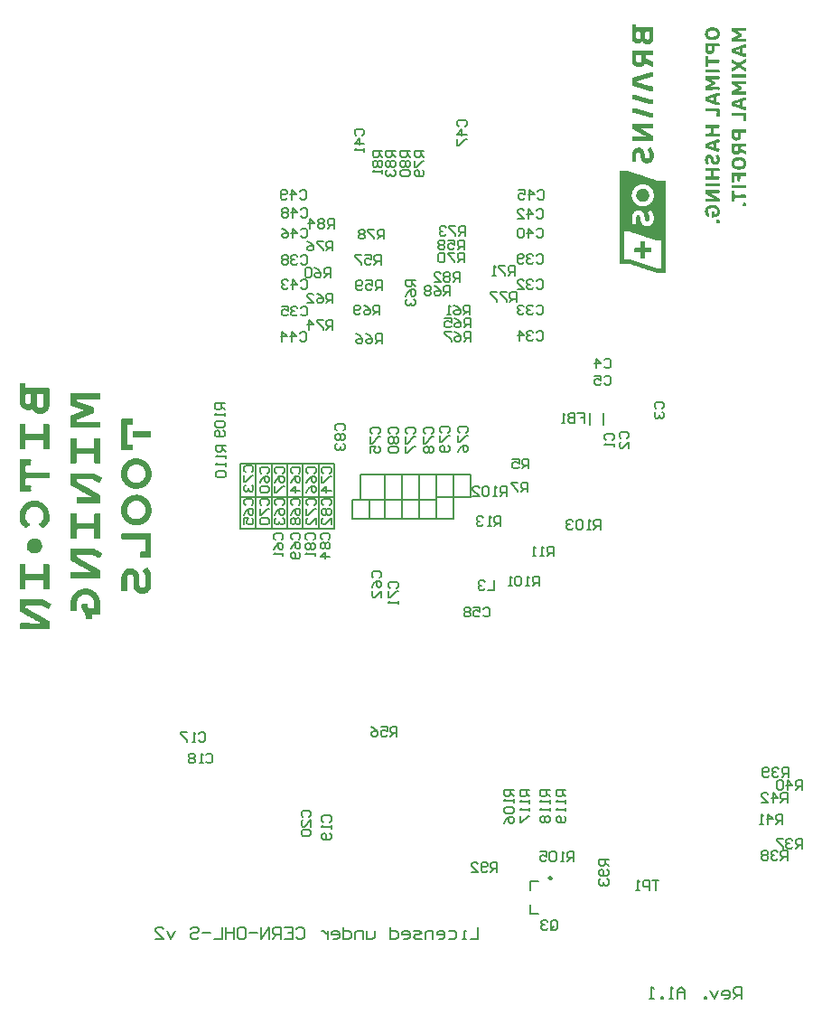
<source format=gbr>
G04*
G04 #@! TF.GenerationSoftware,Altium Limited,Altium Designer,24.2.2 (26)*
G04*
G04 Layer_Color=32896*
%FSLAX44Y44*%
%MOMM*%
G71*
G04*
G04 #@! TF.SameCoordinates,D1F85D35-12B9-47B7-842E-F7ABDB1EEA32*
G04*
G04*
G04 #@! TF.FilePolarity,Positive*
G04*
G01*
G75*
%ADD11C,0.2500*%
%ADD12C,0.2000*%
%ADD14C,0.1500*%
%ADD18C,0.1800*%
G36*
X765060Y998248D02*
X766913Y998160D01*
X767045Y998027D01*
X767133Y997675D01*
X767222Y995999D01*
X767442Y995778D01*
X768060Y995690D01*
X769206Y995778D01*
X781953Y995734D01*
X782879Y995778D01*
X783320Y995513D01*
X783453Y995381D01*
X783541Y995028D01*
X783453Y984002D01*
X783364Y983737D01*
X783232Y983076D01*
X783100Y982767D01*
X782703Y982282D01*
X782570Y982149D01*
X782218Y981532D01*
X781688Y981179D01*
X781203Y980694D01*
X779836Y980209D01*
X779351Y979988D01*
X778998Y979900D01*
X778380Y979812D01*
X776616Y979900D01*
X775293Y980517D01*
X774676Y980870D01*
X773926Y981620D01*
X773838Y981796D01*
X773661Y981973D01*
X773573Y982149D01*
X773352Y982370D01*
X773176Y982458D01*
X772911Y982546D01*
X772558Y982458D01*
X772426Y982326D01*
X772073Y981708D01*
X771853Y981488D01*
X771412Y981311D01*
X770089Y980694D01*
X769206Y980606D01*
X767178Y980694D01*
X766384Y981135D01*
X765413Y981664D01*
X765149Y981929D01*
X765016Y981973D01*
X764928Y982149D01*
X764575Y982502D01*
X764487Y982679D01*
X764090Y983164D01*
X763870Y983737D01*
X763693Y984972D01*
X763605Y985854D01*
Y994587D01*
Y994675D01*
X763561Y997542D01*
X763649Y997895D01*
X764002Y998248D01*
X764796Y998336D01*
X765060Y998248D01*
D02*
G37*
G36*
X783144Y973902D02*
X783453Y973593D01*
X783541Y973240D01*
X783453Y969976D01*
X783320Y969756D01*
X782879Y969579D01*
X777101Y969623D01*
X776749Y969535D01*
X776396Y969359D01*
X776219Y968918D01*
X776307Y967771D01*
X776396Y966712D01*
X776704Y966315D01*
X777807Y965918D01*
X777939Y965786D01*
X778116Y965698D01*
X778292Y965521D01*
X778910Y965345D01*
X779483Y965125D01*
X779792Y964904D01*
X779968Y964727D01*
X780409Y964551D01*
X780762Y964463D01*
X781336Y964242D01*
X781468Y964110D01*
X781644Y964022D01*
X781821Y963845D01*
X783056Y963404D01*
X783364Y963096D01*
X783497Y962610D01*
X783541Y958861D01*
X783232Y958553D01*
X782350Y958641D01*
X781821Y959170D01*
X781203Y959347D01*
X780630Y959567D01*
X780498Y959699D01*
X780321Y959788D01*
X780145Y959964D01*
X779527Y960229D01*
X779042Y960361D01*
X778513Y960714D01*
X778380Y960846D01*
X777939Y961023D01*
X777587Y961111D01*
X776969Y961464D01*
X776616Y961816D01*
X776263Y961905D01*
X775822Y961816D01*
X775337Y961331D01*
X775249Y961155D01*
X775072Y960978D01*
X774984Y960802D01*
X774587Y960229D01*
X774411Y960141D01*
X773793Y959523D01*
X773176Y959258D01*
X772558Y958905D01*
X772117Y958729D01*
X771765Y958641D01*
X771147Y958553D01*
X767883Y958641D01*
X766207Y959435D01*
X766031Y959523D01*
X765546Y959920D01*
X765501Y960052D01*
X765325Y960141D01*
X764840Y960537D01*
X764399Y961331D01*
X763958Y961949D01*
X763781Y963007D01*
X763693Y963625D01*
X763605Y964507D01*
X763561Y973284D01*
X763693Y973593D01*
X763826Y973813D01*
X764267Y973990D01*
X770971D01*
X783144Y973902D01*
D02*
G37*
G36*
Y953348D02*
X783453Y953039D01*
X783541Y952687D01*
X783453Y949423D01*
X783056Y949026D01*
X782394Y948982D01*
X780938Y949026D01*
X780674Y948938D01*
X779527Y948497D01*
X778469Y948320D01*
X777631Y948011D01*
X776881Y947703D01*
X776175Y947526D01*
X775469Y947438D01*
X775205Y947350D01*
X774234Y946909D01*
X773529Y946732D01*
X772294Y946468D01*
X771323Y946027D01*
X770618Y945850D01*
X769868Y945718D01*
X769162Y945453D01*
X768192Y945100D01*
X767883Y944880D01*
X767751Y944748D01*
X767839Y944395D01*
X767971Y944262D01*
X768589Y944086D01*
X769427Y943954D01*
X770133Y943689D01*
X770618Y943468D01*
X770971Y943380D01*
X771588Y943292D01*
X771941Y943204D01*
X772426Y943072D01*
X773529Y942586D01*
X774587Y942410D01*
X774940Y942322D01*
X775514Y942101D01*
X775999Y941881D01*
X776616Y941704D01*
X776969Y941616D01*
X777631Y941484D01*
X777983Y941395D01*
X778425Y941219D01*
X779174Y940910D01*
X779527Y940822D01*
X780586Y940646D01*
X781203Y940557D01*
X783144Y940469D01*
X783364Y940249D01*
X783541Y939631D01*
X783453Y936544D01*
X783056Y936147D01*
X782703Y936059D01*
X781424Y936103D01*
X780321Y936059D01*
X780056Y936147D01*
X779086Y936412D01*
X778733Y936500D01*
X777983Y936632D01*
X777278Y936897D01*
X776793Y937117D01*
X776175Y937294D01*
X775558Y937382D01*
X774852Y937558D01*
X773882Y937999D01*
X773176Y938176D01*
X772558Y938264D01*
X771456Y938661D01*
X771323Y938793D01*
X770838Y938926D01*
X770397Y939014D01*
X769868Y939102D01*
X769515Y939190D01*
X768809Y939455D01*
X768060Y939764D01*
X767707Y939852D01*
X766957Y939984D01*
X766516Y940072D01*
X765546Y940513D01*
X765060Y940646D01*
X764443Y940734D01*
X764002Y940910D01*
X763781Y941043D01*
X763605Y941484D01*
X763561Y947879D01*
X763826Y948320D01*
X764443Y948585D01*
X765237Y948938D01*
X765854Y949114D01*
X766207Y949202D01*
X766825Y949290D01*
X767663Y949599D01*
X768148Y949820D01*
X768765Y949996D01*
X769383Y950084D01*
X769736Y950173D01*
X770309Y950393D01*
X770618Y950525D01*
X771059Y950702D01*
X771765Y950878D01*
X772779Y951099D01*
X772911Y951143D01*
X772999D01*
X773970Y951584D01*
X774323Y951672D01*
X775690Y951981D01*
X776131Y952157D01*
X776616Y952378D01*
X777322Y952554D01*
X778336Y952775D01*
X778777Y952951D01*
X779262Y953172D01*
X779880Y953348D01*
X781027Y953436D01*
X781909Y953348D01*
X782173Y953436D01*
X783144Y953348D01*
D02*
G37*
G36*
X767707Y932177D02*
X768854Y931648D01*
X769559Y931472D01*
X770309Y931339D01*
X770662Y931251D01*
X771632Y930810D01*
X772338Y930634D01*
X772867Y930546D01*
X773308Y930457D01*
X773749Y930281D01*
X774676Y929884D01*
X775293Y929796D01*
X775646Y929707D01*
X776219Y929575D01*
X776660Y929399D01*
X777587Y929002D01*
X778336Y928869D01*
X778866Y928781D01*
X779307Y928605D01*
X780233Y928208D01*
X780850Y928120D01*
X781953Y928075D01*
X782879Y928120D01*
X783453Y927811D01*
X783541Y927458D01*
X783453Y924106D01*
X783144Y923797D01*
X782526Y923709D01*
X781203Y923797D01*
X780938Y923709D01*
X779571Y923841D01*
X779130Y923930D01*
X778425Y924194D01*
X777939Y924415D01*
X777322Y924591D01*
X776704Y924679D01*
X776351Y924768D01*
X775514Y925076D01*
X775028Y925297D01*
X774323Y925473D01*
X773705Y925562D01*
X773352Y925650D01*
X772117Y926179D01*
X771765Y926267D01*
X771147Y926355D01*
X770794Y926444D01*
X769956Y926752D01*
X769471Y926973D01*
X769118Y927061D01*
X768942Y927149D01*
X768854D01*
X768016Y927282D01*
X767310Y927546D01*
X766825Y927767D01*
X766207Y927855D01*
X765854Y927943D01*
X764355Y927855D01*
X763737Y928208D01*
X763605Y928340D01*
X763517Y928958D01*
X763605Y929575D01*
X763561Y931736D01*
X763914Y932177D01*
X764267Y932266D01*
X767707Y932177D01*
D02*
G37*
G36*
X765501Y919828D02*
X766516Y919872D01*
X767486Y919695D01*
X768016Y919607D01*
X768457Y919519D01*
X768809Y919431D01*
X769383Y919210D01*
X770000Y918946D01*
X770706Y918769D01*
X771323Y918681D01*
X772161Y918372D01*
X772470Y918240D01*
X772514Y918196D01*
X773264Y917975D01*
X773882Y917887D01*
X774587Y917711D01*
X775558Y917270D01*
X776175Y917093D01*
X776925Y916961D01*
X777366Y916873D01*
X777851Y916652D01*
X778469Y916387D01*
X778821Y916299D01*
X780189Y915991D01*
X780674Y915858D01*
X781291Y915770D01*
X782747Y915814D01*
X783188Y915638D01*
X783364Y915461D01*
X783541Y914844D01*
X783453Y911668D01*
X783056Y911271D01*
X782482Y911227D01*
X780012Y911315D01*
X779130Y911668D01*
X778733Y911801D01*
X778028Y911977D01*
X777322Y912065D01*
X776175Y912594D01*
X775469Y912771D01*
X774720Y912903D01*
X774367Y912991D01*
X773926Y913168D01*
X773440Y913388D01*
X772999Y913565D01*
X772161Y913697D01*
X771720Y913785D01*
X771279Y913962D01*
X770794Y914182D01*
X770353Y914359D01*
X769295Y914535D01*
X768942Y914623D01*
X768368Y914844D01*
X767883Y915064D01*
X767001Y915329D01*
X765590Y915417D01*
X763914Y915505D01*
X763605Y915814D01*
X763561Y916387D01*
X763605Y918460D01*
X763517Y918725D01*
X763649Y919387D01*
X763781Y919519D01*
X763826Y919651D01*
X764002Y919740D01*
X764267Y919828D01*
X764619Y919916D01*
X765501Y919828D01*
D02*
G37*
G36*
X783011Y905493D02*
X783320Y905273D01*
X783541Y904788D01*
X783453Y901877D01*
X783056Y901480D01*
X782438Y901392D01*
X781821Y901480D01*
X771191Y901524D01*
X771103Y901259D01*
X771323Y901039D01*
X771500Y900950D01*
X771809Y900730D01*
X771897Y900554D01*
X772117Y900333D01*
X772558Y900156D01*
X772911Y900068D01*
X773485Y899848D01*
X773617Y899715D01*
X773705D01*
X773882Y899539D01*
X774058Y899451D01*
X774499Y899274D01*
X775117Y898922D01*
X775734Y898481D01*
X776087Y898392D01*
X776528Y898128D01*
X776793Y897863D01*
X776969Y897775D01*
X777587Y897510D01*
X778028Y897246D01*
X778645Y896805D01*
X779218Y896584D01*
X780145Y895922D01*
X780630Y895790D01*
X780938Y895570D01*
X781115Y895393D01*
X781291Y895305D01*
X782438Y894687D01*
X782615Y894511D01*
X782791Y894423D01*
X783364Y894026D01*
X783541Y893585D01*
X783453Y889527D01*
X783320Y889306D01*
X782879Y889130D01*
X764002Y889218D01*
X763693Y889439D01*
X763517Y890145D01*
X763605Y890409D01*
X763561Y892835D01*
X763781Y893144D01*
X763914Y893276D01*
X764531Y893364D01*
X775602Y893320D01*
X776043Y893496D01*
X776219Y893673D01*
X776131Y893938D01*
X775999Y894070D01*
X775381Y894246D01*
X774896Y894379D01*
X774146Y894776D01*
X773705Y894952D01*
X773132Y895173D01*
X772206Y895834D01*
X771720Y895966D01*
X771412Y896187D01*
X771147Y896452D01*
X770529Y896716D01*
X769912Y897069D01*
X769736Y897246D01*
X769559Y897334D01*
X768765Y897687D01*
X768589Y897775D01*
X768104Y898172D01*
X767971Y898304D01*
X767619Y898392D01*
X767001Y898745D01*
X766384Y899186D01*
X765678Y899451D01*
X765325Y899804D01*
X765149Y899892D01*
X764531Y900156D01*
X764090Y900421D01*
X763870Y900642D01*
X763605Y901259D01*
X763517Y901877D01*
X763605Y902230D01*
X763561Y904655D01*
X763649Y905008D01*
X763870Y905317D01*
X764002Y905449D01*
X764355Y905537D01*
X782570Y905582D01*
X783011Y905493D01*
D02*
G37*
G36*
X781380Y883043D02*
X781600Y882823D01*
X781865Y882382D01*
X782306Y881941D01*
X782570Y881323D01*
X782659Y881147D01*
X783188Y880353D01*
X783364Y879647D01*
X783585Y878721D01*
X783894Y877707D01*
X783982Y876560D01*
X783894Y874443D01*
X783805Y874178D01*
X783673Y873693D01*
X783541Y873384D01*
Y873296D01*
X783364Y872590D01*
X783232Y872017D01*
X782923Y871532D01*
X782747Y871355D01*
X782659Y871179D01*
X782306Y870562D01*
X781600Y869856D01*
X781556Y869724D01*
X781380Y869635D01*
X780762Y869194D01*
X780498Y868930D01*
X779880Y868753D01*
X779307Y868621D01*
X778954Y868533D01*
X778469Y868400D01*
X778116Y868312D01*
X776263Y868400D01*
X775999Y868488D01*
X775381Y868665D01*
X774808Y868797D01*
X774367Y868974D01*
X773793Y869547D01*
X773617Y869635D01*
X773308Y869856D01*
X773220Y870032D01*
X772779Y870650D01*
X772602Y870826D01*
X772514Y871003D01*
X772338Y871444D01*
X772250Y871796D01*
X772029Y872370D01*
X771809Y872855D01*
X771632Y873473D01*
X771544Y873825D01*
X771456Y874972D01*
X771368Y875590D01*
X771235Y876428D01*
X770971Y877133D01*
X770529Y878104D01*
X770265Y878368D01*
X770089Y878456D01*
X769647Y878633D01*
X769295Y878721D01*
X768809Y878589D01*
X768280Y878236D01*
X768016Y877971D01*
X767486Y876824D01*
X767398Y875942D01*
X767310Y869944D01*
X767089Y869724D01*
X766736Y869635D01*
X763914Y869724D01*
X763605Y870032D01*
X763517Y870650D01*
X763605Y871003D01*
X763693Y877354D01*
X763781Y877618D01*
X763914Y878809D01*
X764090Y879250D01*
X764443Y879780D01*
X764884Y880750D01*
X765722Y881588D01*
X765810Y881764D01*
X766031Y881985D01*
X766207Y882073D01*
X766384Y882250D01*
X766825Y882426D01*
X767398Y882646D01*
X767795Y882867D01*
X768412Y883043D01*
X769824Y883132D01*
X770927Y882999D01*
X771279Y882911D01*
X772294Y882426D01*
X773088Y881985D01*
X773220Y881853D01*
X773308Y881676D01*
X773440Y881544D01*
X773617Y881456D01*
X773926Y881147D01*
X774102Y880706D01*
X774367Y880265D01*
X774720Y879735D01*
X774896Y878677D01*
X774984Y878324D01*
X775205Y877310D01*
X775293Y876957D01*
X775469Y876075D01*
X775602Y874884D01*
X775690Y874531D01*
X775778Y873913D01*
X776219Y873296D01*
X776881Y872899D01*
X777763Y872723D01*
X778028Y872811D01*
X778557Y872899D01*
X779130Y873208D01*
X779218Y873384D01*
X779660Y873825D01*
X779748Y874002D01*
X779924Y874443D01*
X780012Y875590D01*
X779880Y877486D01*
X779792Y877927D01*
X779351Y878633D01*
X779130Y879118D01*
X778777Y879735D01*
X778645Y879868D01*
X778469Y879956D01*
X778336Y880088D01*
X778072Y880706D01*
X778160Y881323D01*
X778469Y881544D01*
X778954Y881941D01*
X779351Y882426D01*
X779527Y882514D01*
X779836Y882823D01*
X779924Y882999D01*
X780233Y883308D01*
X780762Y883396D01*
X781380Y883043D01*
D02*
G37*
G36*
X760650Y860902D02*
X761620Y860461D01*
X762194Y860329D01*
X762635Y860241D01*
X762988Y860153D01*
X763428Y859976D01*
X763561Y859844D01*
X764002Y859667D01*
X764708Y859491D01*
X765634Y859270D01*
X766648Y858785D01*
X767001Y858697D01*
X768016Y858476D01*
X768457Y858300D01*
X769030Y857991D01*
X770089Y857727D01*
X770618Y857638D01*
X771941Y857021D01*
X773308Y856712D01*
X774323Y856227D01*
X774896Y856095D01*
X775337Y856007D01*
X775690Y855918D01*
X776131Y855742D01*
X776263Y855610D01*
X776704Y855433D01*
X777410Y855257D01*
X778336Y855036D01*
X779351Y854551D01*
X779704Y854463D01*
X780718Y854242D01*
X781159Y854066D01*
X781732Y853757D01*
X782791Y853493D01*
X783320Y853404D01*
X784643Y852787D01*
X786011Y852478D01*
X786496Y852258D01*
X787113Y852169D01*
X794656Y852214D01*
X794964Y851993D01*
X795097Y851861D01*
X795185Y851508D01*
X795229Y851023D01*
X795141Y765898D01*
X795008Y765766D01*
X794964Y765634D01*
X794611Y765545D01*
X786231Y765634D01*
X784908Y766251D01*
X784158Y766384D01*
X783805Y766472D01*
X783364Y766648D01*
X783232Y766780D01*
X782791Y766957D01*
X782085Y767133D01*
X781512Y767266D01*
X781159Y767354D01*
X780145Y767839D01*
X779439Y768015D01*
X778777Y768148D01*
X778336Y768324D01*
X777939Y768545D01*
X777498Y768721D01*
X777145Y768809D01*
X776484Y768942D01*
X776131Y769030D01*
X775117Y769515D01*
X774411Y769691D01*
X773749Y769824D01*
X773308Y770000D01*
X772206Y770485D01*
X771456Y770618D01*
X771103Y770706D01*
X770662Y770882D01*
X770529Y771015D01*
X770089Y771191D01*
X769383Y771367D01*
X768809Y771500D01*
X768457Y771588D01*
X767442Y772073D01*
X766736Y772250D01*
X766075Y772382D01*
X765634Y772558D01*
X765237Y772779D01*
X764796Y772955D01*
X764443Y773043D01*
X763781Y773176D01*
X763428Y773264D01*
X762414Y773749D01*
X761708Y773926D01*
X761135Y774058D01*
X760429Y774234D01*
X753064Y774278D01*
X752799Y774190D01*
X752358Y774278D01*
X752137Y774499D01*
X751961Y775116D01*
Y840922D01*
Y841011D01*
X752049Y860594D01*
X752270Y860902D01*
X752623Y860991D01*
X760650Y860902D01*
D02*
G37*
G36*
X264812Y652811D02*
X265032Y652590D01*
X265121Y652237D01*
X265032Y647651D01*
X264723Y647253D01*
X264371Y647165D01*
X263489Y647253D01*
X243288Y647165D01*
X242979Y646857D01*
X242847Y646371D01*
X242803Y645886D01*
X243068Y645445D01*
X243288Y645225D01*
X243773Y645092D01*
X244214Y644916D01*
X245140Y644519D01*
X245846Y644342D01*
X246420Y644210D01*
X246861Y644034D01*
X246993Y643902D01*
X247610Y643637D01*
X249066Y643328D01*
X249992Y642843D01*
X250345Y642755D01*
X250918Y642622D01*
X251360Y642534D01*
X251800Y642358D01*
X251933Y642225D01*
X252550Y641961D01*
X253565Y641740D01*
X253918Y641652D01*
X254359Y641476D01*
X254491Y641343D01*
X254932Y641167D01*
X255638Y640991D01*
X256211Y640858D01*
X256917Y640593D01*
X257049Y640461D01*
X257490Y640285D01*
X258064Y640153D01*
X258416Y640064D01*
X258857Y639800D01*
X259034Y639182D01*
X258946Y634595D01*
X258725Y634375D01*
X257623Y633978D01*
X256696Y633493D01*
X255991Y633316D01*
X255417Y633096D01*
X254888Y632743D01*
X254138Y632522D01*
X253653Y632390D01*
X253212Y632213D01*
X253080Y632081D01*
X252286Y631728D01*
X251712Y631596D01*
X251139Y631375D01*
X250610Y631023D01*
X249551Y630758D01*
X248978Y630537D01*
X248845Y630405D01*
X248669Y630317D01*
X248051Y630052D01*
X247699Y629964D01*
X247213Y629832D01*
X246111Y629258D01*
X245405Y629082D01*
X244699Y628817D01*
X244170Y628464D01*
X243817Y628376D01*
X243244Y628156D01*
X242979Y627891D01*
X242891Y627538D01*
X242979Y626480D01*
X243288Y626083D01*
X243641Y625994D01*
X264591Y626039D01*
X264900Y625818D01*
X265032Y625686D01*
X265121Y624804D01*
X265032Y620834D01*
X264723Y620525D01*
X264371Y620437D01*
X263489Y620525D01*
X237687Y620481D01*
X237378Y620614D01*
X237246Y620746D01*
X237157Y621099D01*
X237246Y631596D01*
X237466Y631905D01*
X237642Y631993D01*
X238172Y632346D01*
X238745Y632478D01*
X239451Y632654D01*
X240112Y633051D01*
X240157Y633096D01*
X240730Y633316D01*
X241303Y633448D01*
X241744Y633625D01*
X242671Y634110D01*
X243244Y634242D01*
X243597Y634330D01*
X244038Y634507D01*
X244170Y634639D01*
X244347Y634728D01*
X244964Y634992D01*
X245537Y635124D01*
X245979Y635301D01*
X246905Y635786D01*
X247258Y635874D01*
X247875Y636051D01*
X248669Y636492D01*
X249154Y636889D01*
X249242Y637153D01*
X249154Y637330D01*
X248581Y637550D01*
X247655Y637682D01*
X247302Y637771D01*
X246552Y638168D01*
X246111Y638344D01*
X244744Y638653D01*
X243817Y639138D01*
X243244Y639270D01*
X242803Y639359D01*
X242450Y639447D01*
X242009Y639623D01*
X241436Y639932D01*
X240377Y640197D01*
X239892Y640329D01*
X239451Y640505D01*
X239319Y640638D01*
X238878Y640814D01*
X238172Y640991D01*
X237642Y641079D01*
X237246Y641387D01*
X237157Y642005D01*
X237113Y652193D01*
X237201Y652546D01*
X237378Y652811D01*
X237731Y652899D01*
X264812Y652811D01*
D02*
G37*
G36*
X194595Y662250D02*
X194904Y662029D01*
X195080Y661412D01*
X194992Y660794D01*
X195080Y658148D01*
X195213Y658015D01*
X195830Y657839D01*
X216913Y657751D01*
X217310Y657442D01*
X217398Y657089D01*
Y642181D01*
Y642093D01*
X217266Y641079D01*
X217089Y640373D01*
X216957Y639888D01*
X216736Y638873D01*
X216295Y638168D01*
X216163Y638035D01*
X215987Y637594D01*
X215634Y636977D01*
X215104Y636448D01*
X215016Y636271D01*
X214619Y635874D01*
X214443Y635786D01*
X213825Y635168D01*
X212855Y634639D01*
X212679Y634463D01*
X212237Y634286D01*
X211532Y634110D01*
X210694Y633801D01*
X210341Y633713D01*
X209856Y633581D01*
X208444Y633493D01*
X207342Y633625D01*
X206989Y633713D01*
X206283Y633978D01*
X205798Y634110D01*
X205445Y634198D01*
X204960Y634330D01*
X204475Y634639D01*
X204210Y634904D01*
X203769Y635080D01*
X203593Y635168D01*
X202975Y635786D01*
X202799Y635874D01*
X202314Y636359D01*
X202225Y636536D01*
X202005Y636756D01*
X201829Y636844D01*
X201299Y637639D01*
X200947Y637727D01*
X199491Y637418D01*
X198785Y637242D01*
X198344Y637153D01*
X196624Y637109D01*
X196359Y637197D01*
X195742Y637374D01*
X195389Y637462D01*
X194375Y637682D01*
X193669Y638124D01*
X193537Y638256D01*
X192566Y638785D01*
X192037Y639314D01*
X191861Y639403D01*
X191464Y639800D01*
X191376Y639976D01*
X191199Y640153D01*
X191111Y640329D01*
X190670Y640770D01*
X190582Y641123D01*
X190140Y641917D01*
X189876Y642358D01*
X189788Y642711D01*
X189523Y644563D01*
X189611Y661941D01*
X189920Y662250D01*
X190273Y662338D01*
X194595Y662250D01*
D02*
G37*
G36*
X295465Y629126D02*
X295642Y628685D01*
X295553Y624098D01*
X295245Y623789D01*
X294627Y623701D01*
X294363Y623789D01*
X290834Y623701D01*
X290702Y623569D01*
X290525Y622951D01*
Y614924D01*
Y614836D01*
X290614Y605397D01*
X290922Y605088D01*
X291319Y605044D01*
X294671Y605132D01*
X294892Y605177D01*
X295465Y604868D01*
X295642Y604250D01*
X295553Y599752D01*
X295333Y599531D01*
X294980Y599443D01*
X285277Y599531D01*
X284792Y599928D01*
X284836Y601207D01*
X284792Y627450D01*
X284880Y627626D01*
X284792Y627891D01*
X284880Y628861D01*
X285189Y629170D01*
X285806Y629258D01*
X295112Y629302D01*
X295465Y629126D01*
D02*
G37*
G36*
X213032Y624054D02*
X217089Y623966D01*
X217398Y623657D01*
X217486Y623304D01*
X217398Y622422D01*
X217442Y601031D01*
X217266Y600589D01*
X216825Y600413D01*
X215942Y600325D01*
X213076Y600369D01*
X212149Y600325D01*
X211841Y600545D01*
X211752Y600898D01*
X211664Y608749D01*
X211355Y609146D01*
X211003Y609234D01*
X210385Y609146D01*
X195477Y609058D01*
X195080Y608661D01*
X194992Y608308D01*
X195036Y601031D01*
X194948Y600678D01*
X194772Y600501D01*
X194154Y600325D01*
X193051Y600369D01*
X191508Y600325D01*
X191243Y600413D01*
X190890Y600325D01*
X189920Y600413D01*
X189611Y600634D01*
X189523Y600987D01*
X189479Y623436D01*
X189655Y623877D01*
X189832Y623966D01*
X190096Y624054D01*
X190626Y624142D01*
X190890Y624054D01*
X194198Y624098D01*
X194639Y624010D01*
X194948Y623789D01*
X195080Y623304D01*
X194992Y622422D01*
X195080Y615100D01*
X195301Y614880D01*
X195654Y614792D01*
X211223Y614748D01*
X211355Y614792D01*
X211444D01*
X211664Y615012D01*
X211752Y615365D01*
X211841Y623833D01*
X212061Y624054D01*
X212679Y624142D01*
X213032Y624054D01*
D02*
G37*
G36*
X312358Y617173D02*
X312667Y616953D01*
X312755Y616335D01*
X312667Y615541D01*
X312755Y615277D01*
X312667Y612013D01*
X312270Y611528D01*
X311652Y611440D01*
X310505Y611528D01*
X296083Y611484D01*
X295774Y611704D01*
X295642Y612101D01*
X295598Y613292D01*
X295642Y615277D01*
Y615365D01*
X295553Y616688D01*
X295818Y617129D01*
X296215Y617262D01*
X312358Y617173D01*
D02*
G37*
G36*
X239230Y610998D02*
X242318Y610910D01*
X242406D01*
X242803Y610513D01*
X242891Y609896D01*
X242847Y602707D01*
X242935Y602266D01*
X243156Y601957D01*
X243288Y601824D01*
X243906Y601736D01*
X244876Y601824D01*
X245140Y601736D01*
X257799Y601780D01*
X258725Y601736D01*
X259166Y602001D01*
X259298Y602133D01*
X259475Y602751D01*
X259387Y603897D01*
X259475Y610425D01*
X259784Y610822D01*
X260225Y610998D01*
X264591Y611043D01*
X264900Y610822D01*
X265032Y610425D01*
X265121Y609808D01*
X265032Y587667D01*
X264856Y587490D01*
X264812Y587358D01*
X264459Y587270D01*
X263444Y587314D01*
X260313Y587270D01*
X260048Y587358D01*
X259872Y587446D01*
X259563Y587667D01*
X259387Y588108D01*
X259431Y595561D01*
X259210Y595870D01*
X259078Y596003D01*
X258461Y596091D01*
X243200Y596003D01*
X242891Y595694D01*
X242847Y595120D01*
X242891Y587931D01*
X242494Y587446D01*
X241789Y587270D01*
X238569Y587314D01*
X237554Y587270D01*
X237246Y587578D01*
X237157Y588196D01*
X237246Y610690D01*
X237422Y610866D01*
X237466Y610998D01*
X237819Y611087D01*
X239230Y610998D01*
D02*
G37*
G36*
X238525Y577743D02*
X259695Y577654D01*
X260313Y577390D01*
X260754Y577125D01*
X261019Y576861D01*
X261460Y576684D01*
X262033Y576464D01*
X262165Y576331D01*
X262342Y576243D01*
X262607Y575979D01*
X263048Y575802D01*
X263621Y575582D01*
X263930Y575273D01*
X264106Y575185D01*
X264900Y574832D01*
X265341Y574567D01*
X265606Y574302D01*
X266444Y573994D01*
X266620Y573905D01*
X266796Y573464D01*
X266664Y572979D01*
X266444Y572671D01*
X266179Y572406D01*
X265826Y571524D01*
X265738Y571347D01*
X265341Y570862D01*
X265121Y570377D01*
X264679Y569583D01*
X264371Y569186D01*
X264194Y569098D01*
X263930Y569010D01*
X263312Y569098D01*
X262695Y569715D01*
X261724Y570068D01*
X261460Y570333D01*
X261283Y570421D01*
X260489Y570774D01*
X260048Y571039D01*
X259784Y571303D01*
X259166Y571568D01*
X258593Y571788D01*
X258372Y572009D01*
X257931Y572185D01*
X257578Y572274D01*
X243288Y572185D01*
X242979Y571877D01*
X242891Y571524D01*
X242979Y570289D01*
X243200Y569980D01*
X243817Y569715D01*
X243994Y569627D01*
X244258Y569363D01*
X244435Y569274D01*
X245758Y568569D01*
X246023Y568304D01*
X246376Y568216D01*
X247169Y567775D01*
X247346Y567598D01*
X247522Y567510D01*
X247963Y567334D01*
X248757Y566893D01*
X249022Y566628D01*
X249860Y566319D01*
X250169Y566099D01*
X250345Y565922D01*
X250521Y565834D01*
X251139Y565569D01*
X251756Y565217D01*
X252021Y564952D01*
X252462Y564776D01*
X253036Y564555D01*
X253432Y564158D01*
X254315Y563805D01*
X254491Y563717D01*
X254976Y563320D01*
X255461Y563100D01*
X256255Y562659D01*
X256432Y562482D01*
X257049Y562217D01*
X257843Y561776D01*
X258019Y561600D01*
X258637Y561335D01*
X259254Y560982D01*
X259519Y560718D01*
X260357Y560409D01*
X260886Y560056D01*
X261107Y559836D01*
X261945Y559527D01*
X262254Y559306D01*
X262518Y559042D01*
X262651Y558998D01*
X262695Y558954D01*
X263533Y558645D01*
X263841Y558336D01*
X264018Y558248D01*
X264988Y557719D01*
X265121Y557234D01*
X265032Y550353D01*
X264723Y549956D01*
X264371Y549868D01*
X263489Y549956D01*
X243773Y549912D01*
X243332Y550000D01*
X243023Y550221D01*
X242803Y550706D01*
X242759Y554896D01*
X242891Y555205D01*
X243112Y555425D01*
X243465Y555513D01*
X255947Y555469D01*
X256299Y555557D01*
X256564Y555734D01*
X256476Y556087D01*
X256343Y556219D01*
X255770Y556440D01*
X255064Y556881D01*
X254932Y557013D01*
X254579Y557101D01*
X253785Y557542D01*
X253609Y557719D01*
X253432Y557807D01*
X252815Y558072D01*
X252374Y558336D01*
X252197Y558512D01*
X252021Y558601D01*
X251404Y558865D01*
X250786Y559218D01*
X250521Y559483D01*
X250080Y559659D01*
X249286Y560100D01*
X249110Y560277D01*
X248493Y560541D01*
X247699Y560982D01*
X247522Y561159D01*
X246905Y561423D01*
X246287Y561776D01*
X246111Y561953D01*
X245934Y562041D01*
X245493Y562217D01*
X244699Y562659D01*
X244435Y562923D01*
X243597Y563232D01*
X243288Y563452D01*
X243023Y563717D01*
X242582Y563893D01*
X242009Y564114D01*
X241877Y564246D01*
X241700Y564334D01*
X241436Y564599D01*
X240995Y564776D01*
X240642Y564864D01*
X240465Y565040D01*
X240289Y565128D01*
X240024Y565393D01*
X239583Y565569D01*
X239010Y565790D01*
X238701Y566099D01*
X238525Y566187D01*
X237731Y566540D01*
X237554Y566628D01*
X237246Y566937D01*
X237157Y567554D01*
X237246Y577434D01*
X237554Y577743D01*
X237907Y577831D01*
X238525Y577743D01*
D02*
G37*
G36*
X301023Y591813D02*
X302081Y591636D01*
X302963Y591283D01*
X303713Y591063D01*
X304286Y590930D01*
X304595Y590798D01*
X305213Y590357D01*
X306051Y590048D01*
X306580Y589607D01*
X307242Y589210D01*
X307418Y589122D01*
X307947Y588593D01*
X308124Y588504D01*
X308741Y587887D01*
X308918Y587799D01*
X309050Y587667D01*
X309138Y587490D01*
X309932Y586696D01*
X310020Y586520D01*
X310417Y586035D01*
X310726Y585726D01*
X310902Y585285D01*
X310991Y585108D01*
X311388Y584623D01*
X311608Y584138D01*
X311917Y583300D01*
X312049Y583168D01*
X312137Y582991D01*
X312402Y582374D01*
X312490Y582021D01*
X312799Y580654D01*
X313019Y579904D01*
X313108Y579551D01*
X313196Y578669D01*
X313284Y577522D01*
X313196Y576905D01*
X313108Y575493D01*
X313019Y575229D01*
X312755Y574347D01*
X312578Y573641D01*
X312358Y572626D01*
X311696Y571347D01*
X311476Y570774D01*
X311255Y570465D01*
X310991Y570201D01*
X310814Y569759D01*
X310550Y569319D01*
X310109Y568877D01*
X310020Y568701D01*
X309623Y568216D01*
X309138Y567731D01*
X309050Y567554D01*
X308829Y567334D01*
X308653Y567245D01*
X307859Y566452D01*
X307418Y566187D01*
X307065Y565834D01*
X305918Y565217D01*
X305654Y564952D01*
X304551Y564555D01*
X303625Y564070D01*
X303051Y563938D01*
X302522Y563849D01*
X302081Y563761D01*
X301023Y563497D01*
X300582Y563408D01*
X299876Y563320D01*
X297891Y563276D01*
X297626Y563364D01*
X296744Y563452D01*
X296480Y563541D01*
X295421Y563805D01*
X294804Y563893D01*
X294451Y563982D01*
X293966Y564114D01*
X293260Y564555D01*
X292025Y564996D01*
X291805Y565217D01*
X291628Y565305D01*
X291452Y565481D01*
X290878Y565702D01*
X290570Y565922D01*
X290128Y566363D01*
X289952Y566452D01*
X289467Y566848D01*
X287967Y568348D01*
X287879Y568525D01*
X287703Y568701D01*
X287614Y568877D01*
X287306Y569098D01*
X286909Y569848D01*
X286556Y570201D01*
X286468Y570377D01*
X286203Y570994D01*
X285762Y571788D01*
X285409Y572582D01*
X285321Y573200D01*
X285145Y573641D01*
X284880Y574258D01*
X284792Y574611D01*
X284704Y575229D01*
X284615Y575582D01*
X284527Y577787D01*
X284615Y580080D01*
X284704Y580345D01*
X284792Y580874D01*
X285145Y581668D01*
X285321Y582286D01*
X285409Y582638D01*
X285541Y583124D01*
X285674Y583432D01*
X286115Y584050D01*
X286424Y584888D01*
X286644Y585197D01*
X286909Y585461D01*
X286997Y585638D01*
X287350Y586255D01*
X287879Y586784D01*
X287967Y586961D01*
X288364Y587446D01*
X289335Y588416D01*
X289511Y588504D01*
X289996Y588901D01*
X290305Y589210D01*
X291099Y589651D01*
X291452Y590004D01*
X292290Y590313D01*
X292775Y590622D01*
X293569Y590974D01*
X293922Y591063D01*
X294495Y591195D01*
X295686Y591680D01*
X296921Y591857D01*
X297009D01*
X299347Y591901D01*
X301023Y591813D01*
D02*
G37*
G36*
X199800Y590886D02*
X200197Y590578D01*
X200285Y589960D01*
X200197Y589695D01*
X200108Y585638D01*
X199800Y585329D01*
X199447Y585241D01*
X195389Y585153D01*
X194992Y584756D01*
X195080Y579286D01*
X195389Y578978D01*
X195742Y578889D01*
X196359Y578801D01*
X216339Y578845D01*
X216780Y578757D01*
X217222Y578493D01*
X217398Y578051D01*
X217442Y573773D01*
X217177Y573332D01*
X216472Y573156D01*
X195301Y573068D01*
X195080Y572847D01*
X194992Y572494D01*
X195080Y566937D01*
X195301Y566716D01*
X195654Y566628D01*
X196271Y566540D01*
X199314Y566584D01*
X199756Y566496D01*
X200064Y566275D01*
X200197Y566143D01*
X200285Y565790D01*
X200197Y564379D01*
X200285Y561909D01*
X200241Y561865D01*
X200064Y561423D01*
X199800Y561159D01*
X199182Y560982D01*
X198036Y561071D01*
X190229Y561027D01*
X189920Y561159D01*
X189611Y561468D01*
X189523Y561820D01*
X189611Y590666D01*
X189832Y590886D01*
X190185Y590974D01*
X199800Y590886D01*
D02*
G37*
G36*
X300537Y557807D02*
X300802Y557719D01*
X301728Y557498D01*
X302213Y557366D01*
X302919Y557189D01*
X303581Y557057D01*
X303934Y556969D01*
X304463Y556616D01*
X304948Y556395D01*
X305301Y556307D01*
X305918Y555954D01*
X306095Y555778D01*
X306271Y555690D01*
X307242Y555160D01*
X307771Y554631D01*
X307947Y554543D01*
X308256Y554323D01*
X308344Y554146D01*
X308653Y553837D01*
X308829Y553749D01*
X309226Y553352D01*
X309315Y553176D01*
X309623Y552867D01*
X309800Y552779D01*
X310329Y551985D01*
X310505Y551897D01*
X310638Y551764D01*
X310902Y551147D01*
X310991Y550970D01*
X311388Y550485D01*
X311608Y550000D01*
X311829Y549427D01*
X312402Y548324D01*
X312711Y546869D01*
X312799Y546516D01*
X313019Y545766D01*
X313108Y545413D01*
X313196Y544796D01*
X313240Y542811D01*
X313152Y541841D01*
X313064Y541311D01*
X312975Y540958D01*
X312755Y540209D01*
X312578Y539503D01*
X312358Y538489D01*
X311917Y537783D01*
X311476Y536636D01*
X311035Y536107D01*
X310814Y535622D01*
X310550Y535181D01*
X310020Y534651D01*
X309932Y534475D01*
X309535Y533990D01*
X308124Y532578D01*
X307947Y532490D01*
X307462Y532093D01*
X307153Y531784D01*
X306712Y531608D01*
X306227Y531211D01*
X306095Y531079D01*
X305654Y530902D01*
X304948Y530638D01*
X304331Y530197D01*
X303757Y530064D01*
X303316Y529976D01*
X302963Y529888D01*
X302919Y529844D01*
X302346Y529623D01*
X301861Y529491D01*
X301155Y529314D01*
X299479Y529226D01*
X296392Y529314D01*
X296127Y529403D01*
X295642Y529535D01*
X294760Y529888D01*
X294407Y529976D01*
X293878Y530064D01*
X293172Y530329D01*
X293039Y530461D01*
X292863Y530549D01*
X292069Y530902D01*
X291452Y531255D01*
X291187Y531520D01*
X291011Y531608D01*
X290393Y531961D01*
X290040Y532314D01*
X289864Y532402D01*
X289688Y532578D01*
X289511Y532667D01*
X289335Y532843D01*
X289158Y532931D01*
X289026Y533063D01*
X288938Y533240D01*
X288541Y533637D01*
X288364Y533725D01*
X288232Y533857D01*
X288144Y534034D01*
X287967Y534210D01*
X287879Y534387D01*
X287703Y534563D01*
X287614Y534739D01*
X287173Y535181D01*
X286732Y535974D01*
X286380Y536327D01*
X286071Y537165D01*
X285762Y537650D01*
X285497Y538268D01*
X285321Y538974D01*
X285189Y539459D01*
X284792Y540473D01*
X284704Y540826D01*
X284615Y541708D01*
X284527Y543384D01*
X284615Y545942D01*
X284704Y546207D01*
X284880Y547001D01*
X285233Y547795D01*
X285409Y548501D01*
X285541Y548986D01*
X285674Y549294D01*
X286115Y549912D01*
X286424Y550750D01*
X286644Y551059D01*
X286909Y551323D01*
X287350Y552117D01*
X287879Y552646D01*
X287967Y552823D01*
X288408Y553264D01*
X288497Y553440D01*
X288894Y553837D01*
X289070Y553926D01*
X289688Y554543D01*
X289864Y554631D01*
X290349Y555028D01*
X290658Y555337D01*
X291628Y555866D01*
X291893Y556131D01*
X293128Y556572D01*
X293745Y557013D01*
X294363Y557101D01*
X294715Y557189D01*
X295642Y557410D01*
X296127Y557542D01*
X296744Y557719D01*
X298509Y557895D01*
X300537Y557807D01*
D02*
G37*
G36*
X205534Y552161D02*
X205798Y552073D01*
X206857Y551985D01*
X207121Y551897D01*
X207562Y551720D01*
X208356Y551367D01*
X208709Y551279D01*
X209547Y550970D01*
X209856Y550662D01*
X210473Y550397D01*
X211091Y550044D01*
X211444Y549691D01*
X212061Y549338D01*
X212370Y549118D01*
X212458Y548941D01*
X212590Y548809D01*
X212767Y548721D01*
X212943Y548545D01*
X213120Y548456D01*
X213340Y548236D01*
X213428Y548059D01*
X214134Y547354D01*
X214222Y547177D01*
X214840Y546383D01*
X215016Y546207D01*
X215193Y545766D01*
X215457Y545325D01*
X215634Y545148D01*
X215722Y544972D01*
X215987Y544355D01*
X216295Y543517D01*
X216428Y543384D01*
X216516Y543208D01*
X216692Y542767D01*
X216780Y542414D01*
X216913Y541576D01*
X217001Y541047D01*
X217177Y540341D01*
X217266Y539900D01*
X217354Y538841D01*
X217442Y533637D01*
X217486Y533240D01*
X217133Y532622D01*
X216780Y532093D01*
X216692Y531917D01*
X216472Y531696D01*
X216295Y531608D01*
X216075Y531387D01*
X215987Y531211D01*
X215193Y530417D01*
X215104Y530241D01*
X214399Y529535D01*
X214310Y529359D01*
X213693Y528741D01*
X213605Y528565D01*
X213340Y528300D01*
X213252Y528124D01*
X212458Y527330D01*
X212370Y527153D01*
X211885Y526668D01*
X211444Y526492D01*
X211003Y526580D01*
X210826Y526756D01*
X210694Y526800D01*
X210606Y526977D01*
X210121Y527462D01*
X209944Y527550D01*
X209679Y527815D01*
X209503Y527903D01*
X209327Y528168D01*
X209150Y528256D01*
X208885Y528521D01*
X208709Y528609D01*
X208003Y529314D01*
X207827Y529403D01*
X207606Y529623D01*
X207518Y530153D01*
X207827Y530726D01*
X208003Y530814D01*
X208400Y531211D01*
X208489Y531387D01*
X209194Y532093D01*
X209282Y532270D01*
X210076Y533063D01*
X210165Y533240D01*
X210473Y533549D01*
X210650Y533637D01*
X210782Y533769D01*
X210870Y533946D01*
X211267Y534431D01*
X211444Y534519D01*
X211576Y534651D01*
X211752Y535357D01*
X211664Y539944D01*
X211576Y540209D01*
X211355Y540782D01*
X210958Y541708D01*
X210826Y542193D01*
X210517Y542678D01*
X210253Y542943D01*
X210165Y543120D01*
X209723Y543737D01*
X208797Y544663D01*
X208621Y544752D01*
X208092Y545281D01*
X207518Y545501D01*
X207209Y545810D01*
X207033Y545898D01*
X206592Y546075D01*
X206239Y546163D01*
X205666Y546295D01*
X204651Y546604D01*
X204298Y546692D01*
X203152Y546780D01*
X202534Y546692D01*
X202005Y546604D01*
X201740Y546516D01*
X200858Y546251D01*
X200153Y546075D01*
X199535Y545722D01*
X199006Y545369D01*
X198388Y545016D01*
X197947Y544575D01*
X197771Y544487D01*
X197286Y544002D01*
X197197Y543825D01*
X196889Y543517D01*
X196712Y543428D01*
X196139Y542414D01*
X195786Y541885D01*
X195610Y541179D01*
X195477Y540694D01*
X195080Y539415D01*
X194992Y538533D01*
X195080Y535092D01*
X195654Y534254D01*
X195786Y534122D01*
X195874Y533946D01*
X196580Y533240D01*
X196668Y533063D01*
X197374Y532358D01*
X197462Y532181D01*
X198256Y531387D01*
X198344Y531211D01*
X198741Y530814D01*
X198918Y530726D01*
X199138Y530241D01*
X199050Y529535D01*
X198829Y529314D01*
X198653Y529226D01*
X198256Y528918D01*
X198168Y528741D01*
X197859Y528432D01*
X197683Y528344D01*
X196889Y527550D01*
X196712Y527462D01*
X195918Y526668D01*
X195477Y526492D01*
X194948Y526580D01*
X194727Y526800D01*
X194639Y526977D01*
X194022Y527594D01*
X193934Y527771D01*
X193757Y527947D01*
X193713Y528079D01*
X193537Y528168D01*
X193140Y528565D01*
X193051Y528741D01*
X192258Y529535D01*
X192169Y529711D01*
X191464Y530417D01*
X191376Y530593D01*
X190582Y531387D01*
X190493Y531564D01*
X190185Y531873D01*
X190008Y531961D01*
X189876Y532093D01*
X189611Y532711D01*
X189523Y533063D01*
Y537562D01*
Y537650D01*
X189611Y540473D01*
X189699Y540738D01*
X189832Y541929D01*
X189920Y542282D01*
X190493Y543561D01*
X190626Y544134D01*
X190802Y544575D01*
X191111Y544884D01*
X191199Y545060D01*
X191464Y545678D01*
X191552Y545854D01*
X191949Y546339D01*
X192169Y546560D01*
X192434Y547001D01*
X192831Y547486D01*
X193404Y548059D01*
X193493Y548236D01*
X193713Y548456D01*
X193890Y548545D01*
X194331Y548986D01*
X194463Y549030D01*
X194507Y549162D01*
X194683Y549250D01*
X194948Y549515D01*
X195565Y549868D01*
X196007Y550309D01*
X196359Y550397D01*
X196977Y550750D01*
X197153Y550926D01*
X197330Y551015D01*
X197771Y551191D01*
X198344Y551323D01*
X198785Y551500D01*
X199711Y551897D01*
X200064Y551985D01*
X201829Y552161D01*
X202446Y552249D01*
X205534Y552161D01*
D02*
G37*
G36*
X239230Y540341D02*
X242494Y540253D01*
X242803Y540032D01*
X242891Y539679D01*
X242979Y531476D01*
X243023Y531432D01*
X243288Y531167D01*
X243641Y531079D01*
X258990Y531167D01*
X259298Y531476D01*
X259387Y532093D01*
X259431Y538753D01*
X259387Y539767D01*
X259784Y540253D01*
X260401Y540341D01*
X264591Y540385D01*
X264944Y540209D01*
X265121Y539767D01*
X265032Y517097D01*
X264723Y516700D01*
X264194Y516612D01*
X263930Y516700D01*
X259872Y516788D01*
X259563Y517097D01*
X259387Y517803D01*
X259298Y525213D01*
X259122Y525389D01*
X259078Y525521D01*
X258725Y525610D01*
X243773Y525654D01*
X243332Y525565D01*
X243156Y525477D01*
X243068Y525301D01*
X242891Y524860D01*
X242803Y517185D01*
X242582Y516877D01*
X241965Y516700D01*
X237775Y516656D01*
X237334Y516833D01*
X237157Y517450D01*
X237246Y540120D01*
X237466Y540341D01*
X237819Y540429D01*
X239230Y540341D01*
D02*
G37*
G36*
X204431Y517097D02*
X204784Y517009D01*
X205225Y516833D01*
X205975Y516612D01*
X206327Y516524D01*
X206768Y516347D01*
X207254Y515950D01*
X207915Y515553D01*
X208092Y515465D01*
X208312Y515245D01*
X208400Y515068D01*
X208533Y514936D01*
X208577Y514892D01*
X208709Y514759D01*
X208885Y514671D01*
X209106Y514451D01*
X209635Y513480D01*
X209812Y513304D01*
X209988Y512863D01*
X210076Y512510D01*
X210209Y511937D01*
X210341Y511452D01*
X210606Y510393D01*
X210517Y508893D01*
X210429Y508629D01*
X210165Y507747D01*
X210076Y507394D01*
X209944Y506909D01*
X209812Y506600D01*
X209459Y506247D01*
X209018Y505453D01*
X208003Y504439D01*
X207827Y504351D01*
X207386Y503909D01*
X206945Y503733D01*
X206151Y503292D01*
X205534Y503027D01*
X204431Y502895D01*
X202446Y502851D01*
X202181Y502939D01*
X201211Y503027D01*
X199182Y504086D01*
X198741Y504527D01*
X198565Y504615D01*
X197991Y505189D01*
X197903Y505365D01*
X197771Y505497D01*
X197594Y505586D01*
X197374Y505983D01*
X196845Y506953D01*
X196580Y507570D01*
X196492Y507923D01*
X196404Y508805D01*
X196315Y509158D01*
X196404Y511540D01*
X196492Y511804D01*
X196580Y512510D01*
X197153Y513348D01*
X197550Y514186D01*
X197947Y514671D01*
X198432Y515157D01*
X198521Y515333D01*
X199050Y515686D01*
X199535Y515994D01*
X199711Y516171D01*
X199888Y516259D01*
X200505Y516524D01*
X200991Y516656D01*
X201696Y516921D01*
X202181Y517053D01*
X202534Y517141D01*
X203637Y517185D01*
X204431Y517097D01*
D02*
G37*
G36*
X312446Y521552D02*
X312667Y521331D01*
X312755Y520978D01*
X312711Y519699D01*
X312755Y518773D01*
Y518685D01*
X312711Y500116D01*
X312755Y499367D01*
X312446Y498881D01*
X312093Y498793D01*
X302655Y498881D01*
X302522Y499014D01*
X302434Y499367D01*
X302522Y504218D01*
X302743Y504439D01*
X303096Y504527D01*
X306889Y504615D01*
X307197Y504924D01*
X307286Y505541D01*
X307197Y506159D01*
X307242Y515112D01*
X307153Y515553D01*
X307021Y515686D01*
X306933Y515862D01*
X306360Y516083D01*
X285365Y516171D01*
X284968Y516480D01*
X284792Y517097D01*
X284836Y520140D01*
X284792Y521155D01*
X285012Y521464D01*
X285630Y521640D01*
X312446Y521552D01*
D02*
G37*
G36*
X259784Y507173D02*
X260225Y506909D01*
X260401Y506732D01*
X260578Y506644D01*
X261901Y505938D01*
X262077Y505762D01*
X262695Y505497D01*
X263136Y505321D01*
X263621Y504924D01*
X264106Y504703D01*
X264547Y504527D01*
X264723Y504439D01*
X264900Y504262D01*
X265076Y504174D01*
X265253Y503998D01*
X265694Y503821D01*
X266488Y503380D01*
X266620Y503248D01*
X266708Y502895D01*
X266620Y502278D01*
X266091Y501748D01*
X265782Y500910D01*
X265209Y500160D01*
X264900Y499323D01*
X264768Y499190D01*
X264679Y499014D01*
X264459Y498793D01*
X264282Y498705D01*
X263841Y498529D01*
X263356Y498661D01*
X262651Y499102D01*
X262430Y499323D01*
X261989Y499499D01*
X261416Y499719D01*
X261107Y499940D01*
X260842Y500205D01*
X260401Y500381D01*
X259828Y500602D01*
X259298Y501043D01*
X258152Y501484D01*
X257667Y501616D01*
X243288Y501528D01*
X243068Y501307D01*
X242891Y500866D01*
X242803Y500513D01*
X242891Y499984D01*
X243288Y499499D01*
X243465Y499411D01*
X243950Y499014D01*
X244347Y498793D01*
X244920Y498573D01*
X245670Y497999D01*
X246023Y497911D01*
X246817Y497470D01*
X247081Y497205D01*
X247655Y496985D01*
X248096Y496808D01*
X248404Y496500D01*
X248581Y496412D01*
X249198Y496147D01*
X249816Y495794D01*
X250080Y495529D01*
X250963Y495177D01*
X251448Y494780D01*
X252374Y494383D01*
X252550Y494294D01*
X253036Y493897D01*
X253521Y493677D01*
X254315Y493236D01*
X254491Y493059D01*
X254667Y492971D01*
X255109Y492795D01*
X255902Y492354D01*
X256167Y492089D01*
X257005Y491780D01*
X257314Y491560D01*
X257578Y491295D01*
X258019Y491119D01*
X258593Y490898D01*
X258813Y490678D01*
X258990Y490589D01*
X259166Y490413D01*
X260004Y490104D01*
X260313Y489884D01*
X260578Y489619D01*
X261019Y489443D01*
X261592Y489222D01*
X261901Y488913D01*
X262077Y488825D01*
X262871Y488472D01*
X263312Y488208D01*
X263577Y487943D01*
X264018Y487767D01*
X264812Y487326D01*
X264944Y487193D01*
X265076Y486620D01*
X265121Y479960D01*
X264812Y479387D01*
X264459Y479298D01*
X262518Y479387D01*
X237598Y479342D01*
X237246Y479607D01*
X237157Y479960D01*
X237246Y484812D01*
X237466Y485032D01*
X237819Y485120D01*
X239495Y485032D01*
X254359Y485076D01*
X255814Y485032D01*
X256299Y485253D01*
X256388Y485606D01*
X256079Y485914D01*
X255638Y486091D01*
X255285Y486179D01*
X254315Y486796D01*
X253962Y486885D01*
X253344Y487326D01*
X252903Y487590D01*
X252462Y487767D01*
X251845Y488120D01*
X251580Y488384D01*
X250742Y488693D01*
X249992Y489266D01*
X249154Y489575D01*
X249022Y489707D01*
X248845Y489796D01*
X248581Y490060D01*
X248140Y490237D01*
X247610Y490413D01*
X247566Y490457D01*
X247169Y490854D01*
X246552Y491119D01*
X246111Y491295D01*
X245626Y491692D01*
X245140Y491913D01*
X244347Y492354D01*
X244170Y492530D01*
X243994Y492618D01*
X243553Y492795D01*
X242759Y493236D01*
X242582Y493412D01*
X241965Y493677D01*
X241347Y494030D01*
X241083Y494294D01*
X240509Y494515D01*
X240068Y494691D01*
X239760Y495000D01*
X239583Y495088D01*
X238966Y495353D01*
X238348Y495706D01*
X238084Y495970D01*
X237642Y496147D01*
X237466Y496235D01*
X237157Y496544D01*
X237246Y507041D01*
X237378Y507173D01*
X237731Y507262D01*
X259784Y507173D01*
D02*
G37*
G36*
X213737Y492795D02*
X217089Y492707D01*
X217310Y492574D01*
X217486Y492133D01*
X217398Y490986D01*
X217310Y469463D01*
X217177Y469330D01*
X216736Y469154D01*
X212370Y469110D01*
X212017Y469198D01*
X211841Y469375D01*
X211752Y469727D01*
X211664Y477578D01*
X211355Y477975D01*
X211003Y478063D01*
X210385Y477975D01*
X203946D01*
X195477Y477887D01*
X195080Y477490D01*
X194992Y476873D01*
X194904Y469463D01*
X194683Y469242D01*
X194331Y469154D01*
X189832Y469242D01*
X189611Y469463D01*
X189523Y469816D01*
X189479Y492177D01*
X189655Y492618D01*
X190096Y492795D01*
X190714Y492883D01*
X190979Y492795D01*
X194286Y492839D01*
X194639Y492751D01*
X194948Y492530D01*
X195080Y492045D01*
X194992Y491163D01*
X195080Y483929D01*
X195389Y483621D01*
X196271Y483533D01*
X211532Y483621D01*
X211752Y484106D01*
X211841Y492663D01*
X212326Y492883D01*
X213737Y492795D01*
D02*
G37*
G36*
X309182Y489796D02*
X309667Y489399D01*
X309844Y489222D01*
X310197Y488605D01*
X310638Y488164D01*
X311079Y487370D01*
X311432Y487017D01*
X311520Y486841D01*
X311873Y486223D01*
X312402Y485694D01*
X312667Y484812D01*
X312755Y484459D01*
X312711Y483356D01*
X312755Y472727D01*
X312667Y472462D01*
X312534Y471271D01*
X312402Y470433D01*
X311784Y469463D01*
X311652Y468978D01*
X311343Y468493D01*
X310902Y468051D01*
X310638Y467610D01*
X310417Y467390D01*
X310241Y467302D01*
X309932Y466993D01*
X309844Y466816D01*
X309711Y466684D01*
X308918Y466243D01*
X308565Y465890D01*
X308124Y465714D01*
X307638Y465582D01*
X307197Y465405D01*
X306448Y465096D01*
X306095Y465008D01*
X305477Y464920D01*
X302566Y465008D01*
X302125Y465185D01*
X301155Y465626D01*
X300670Y465758D01*
X300361Y465890D01*
X299876Y466287D01*
X299744Y466419D01*
X299126Y466772D01*
X298509Y467390D01*
X298332Y467478D01*
X298200Y467610D01*
X298112Y467787D01*
X297715Y468272D01*
X297318Y468669D01*
X297230Y469022D01*
X296877Y469639D01*
X296700Y469816D01*
X296524Y470257D01*
X296347Y471315D01*
X296259Y471668D01*
X296171Y472286D01*
X296083Y472638D01*
X295995Y481107D01*
X295642Y481901D01*
X295289Y482518D01*
X294583Y482959D01*
X294451Y483092D01*
X294275Y483180D01*
X293833Y483356D01*
X292422Y483268D01*
X292246Y483092D01*
X292069Y483003D01*
X291893Y482827D01*
X291452Y482562D01*
X291143Y482253D01*
X291055Y482077D01*
X290878Y481901D01*
X290790Y481724D01*
X290525Y481107D01*
X290437Y467963D01*
X290217Y467654D01*
X289864Y467566D01*
X285365Y467654D01*
X284968Y467963D01*
X284792Y468669D01*
X284880Y481460D01*
X284968Y481724D01*
X285100Y482298D01*
X285321Y483047D01*
X285541Y483974D01*
X285894Y484503D01*
X286027Y484635D01*
X286644Y485782D01*
X286909Y485958D01*
X286997Y486135D01*
X287173Y486311D01*
X287262Y486488D01*
X287570Y486796D01*
X288011Y487061D01*
X288541Y487590D01*
X289114Y487811D01*
X289820Y488252D01*
X289952Y488384D01*
X290437Y488517D01*
X290966Y488605D01*
X291408Y488693D01*
X291760Y488781D01*
X292290Y488869D01*
X293084Y488958D01*
X293657Y489002D01*
X293922Y488913D01*
X294760Y488781D01*
X295112Y488693D01*
X296171Y488517D01*
X296744Y488296D01*
X296921Y488120D01*
X297097Y488031D01*
X298068Y487502D01*
X298509Y487061D01*
X298685Y486973D01*
X299876Y485782D01*
X300140Y485341D01*
X300493Y484988D01*
X300670Y484547D01*
X300890Y483974D01*
X301287Y483312D01*
X301464Y482606D01*
X301552Y481460D01*
X301640Y479784D01*
X301728Y472462D01*
X301905Y472286D01*
X301993Y472109D01*
X302831Y471007D01*
X303449Y470742D01*
X304066Y470654D01*
X305477Y470742D01*
X306095Y471095D01*
X306404Y471404D01*
X306492Y471580D01*
X306668Y471756D01*
X307197Y472903D01*
Y478196D01*
Y478284D01*
X307242Y482827D01*
X307065Y483268D01*
X306756Y483577D01*
X306315Y484371D01*
X305963Y484723D01*
X305433Y485694D01*
X305213Y485914D01*
X305080Y485958D01*
X304992Y486135D01*
X304816Y486576D01*
X304904Y487105D01*
X305389Y487590D01*
X306183Y488031D01*
X306536Y488384D01*
X306712Y488472D01*
X307330Y488825D01*
X307859Y489355D01*
X308741Y489884D01*
X309182Y489796D01*
D02*
G37*
G36*
X252286Y469860D02*
X253785Y469771D01*
X254226Y469595D01*
X254800Y469375D01*
X255285Y469242D01*
X256343Y468978D01*
X256961Y468625D01*
X257931Y468184D01*
X258108Y468096D01*
X258593Y467699D01*
X258725Y467566D01*
X259519Y467125D01*
X259872Y466772D01*
X260048Y466684D01*
X260225Y466508D01*
X260401Y466419D01*
X261680Y465140D01*
X261768Y464964D01*
X262077Y464567D01*
X262209Y464523D01*
X262298Y464347D01*
X262474Y464170D01*
X262915Y463376D01*
X263180Y463111D01*
X263268Y462935D01*
X263444Y462494D01*
X263665Y461921D01*
X263797Y461788D01*
X263885Y461612D01*
X264062Y461436D01*
X264194Y460950D01*
X264282Y460509D01*
X264459Y459804D01*
X264679Y459230D01*
X264856Y458613D01*
X264944Y458260D01*
X265032Y457378D01*
X265121Y454379D01*
X265032Y446175D01*
X264812Y445778D01*
X264282Y445602D01*
X264018Y445690D01*
X257975Y445734D01*
X257667Y445602D01*
X257446Y445381D01*
X257358Y445028D01*
X257270Y444411D01*
X257358Y444058D01*
X257270Y441588D01*
X257049Y441367D01*
X256696Y441279D01*
X255373Y441191D01*
X255109Y441279D01*
X253565Y441235D01*
X252815Y441279D01*
X252550Y441191D01*
X251933Y441279D01*
X251712Y441412D01*
X251536Y442117D01*
X251448Y444940D01*
X250830Y445822D01*
X250610Y446395D01*
X250301Y446881D01*
X250124Y447057D01*
X249860Y447674D01*
X249595Y448204D01*
Y448292D01*
X249242Y448645D01*
X248890Y449527D01*
X248801Y449703D01*
X248404Y450188D01*
X248184Y450674D01*
X247963Y451247D01*
X247655Y451997D01*
X247610Y454952D01*
X247699Y455305D01*
X248051Y455658D01*
X248669Y455834D01*
X251800Y455790D01*
X252815Y455834D01*
X253212Y455437D01*
X253300Y454820D01*
X253256Y453629D01*
X253388Y452879D01*
X254006Y451997D01*
X254270Y451556D01*
X254403Y451423D01*
X254756Y451335D01*
X258990Y451423D01*
X259298Y451732D01*
X259387Y452085D01*
X259298Y457290D01*
X259210Y457554D01*
X259078Y458569D01*
X258902Y459010D01*
X258549Y459539D01*
X258328Y460112D01*
X258064Y460553D01*
X257711Y460906D01*
X257623Y461083D01*
X257446Y461259D01*
X257358Y461436D01*
X256520Y462273D01*
X256343Y462362D01*
X256167Y462538D01*
X255991Y462626D01*
X255550Y463068D01*
X254976Y463288D01*
X254270Y463729D01*
X253697Y463950D01*
X252683Y464082D01*
X251492Y464214D01*
X249639Y464126D01*
X249375Y464038D01*
X248449Y463905D01*
X248007Y463729D01*
X247875Y463597D01*
X247699Y463508D01*
X246376Y462803D01*
X245934Y462362D01*
X245758Y462273D01*
X244655Y461171D01*
X244567Y460994D01*
X244214Y460642D01*
X244126Y460465D01*
X243509Y459318D01*
X243156Y458525D01*
X242891Y456672D01*
X242803Y448998D01*
X242582Y448777D01*
X241965Y448601D01*
X237378Y448689D01*
X237246Y448821D01*
X237157Y449174D01*
X237246Y458172D01*
X237334Y458436D01*
X237466Y459010D01*
X237642Y459451D01*
X237863Y460201D01*
X238128Y461259D01*
X238745Y462229D01*
X238878Y462715D01*
X239186Y463200D01*
X239451Y463464D01*
X239980Y464435D01*
X240509Y464964D01*
X240598Y465140D01*
X240995Y465626D01*
X241171Y465714D01*
X241392Y465934D01*
X241480Y466111D01*
X241789Y466419D01*
X241965Y466508D01*
X242450Y466905D01*
X242759Y467213D01*
X243553Y467654D01*
X244038Y468051D01*
X244788Y468360D01*
X245405Y468713D01*
X246199Y469066D01*
X247213Y469286D01*
X247787Y469507D01*
X248228Y469683D01*
X249286Y469860D01*
X252021Y469948D01*
X252286Y469860D01*
D02*
G37*
G36*
X190979Y459715D02*
X212061Y459627D01*
X212546Y459230D01*
X212943Y459010D01*
X213517Y458789D01*
X214046Y458436D01*
X214266Y458216D01*
X215104Y457907D01*
X215413Y457687D01*
X215590Y457510D01*
X215766Y457422D01*
X216207Y457245D01*
X217001Y456804D01*
X217177Y456628D01*
X217795Y456363D01*
X218545Y455966D01*
X218633Y455790D01*
X218986Y455437D01*
X218898Y454820D01*
X218633Y454555D01*
X218456Y454114D01*
X218104Y453497D01*
X217839Y453232D01*
X217530Y452394D01*
X217310Y452085D01*
X217045Y451820D01*
X216604Y451026D01*
X216472Y450894D01*
X215942Y450982D01*
X215766Y451159D01*
X215193Y451379D01*
X214752Y451556D01*
X214355Y451953D01*
X213914Y452129D01*
X213561Y452217D01*
X212502Y452923D01*
X211929Y453144D01*
X211003Y453805D01*
X210429Y453937D01*
X209238Y454070D01*
X195565Y453982D01*
X195080Y453585D01*
X194904Y452967D01*
X194992Y452614D01*
X195080Y452438D01*
X196007Y451512D01*
X196580Y451291D01*
X197021Y451115D01*
X197153Y450982D01*
X197330Y450894D01*
X197594Y450630D01*
X198168Y450409D01*
X198609Y450233D01*
X199006Y449836D01*
X199447Y449659D01*
X200020Y449439D01*
X200241Y449218D01*
X200417Y449130D01*
X200594Y448954D01*
X201035Y448777D01*
X201608Y448557D01*
X202005Y448160D01*
X202623Y447895D01*
X203416Y447454D01*
X203681Y447189D01*
X204166Y447057D01*
X204872Y446616D01*
X205004Y446484D01*
X205181Y446395D01*
X205622Y446219D01*
X206239Y445866D01*
X206857Y445425D01*
X207342Y445293D01*
X207827Y444984D01*
X208003Y444808D01*
X208180Y444719D01*
X208797Y444455D01*
X209238Y444190D01*
X209415Y444014D01*
X209591Y443926D01*
X210385Y443573D01*
X210826Y443308D01*
X211091Y443043D01*
X211532Y442867D01*
X212105Y442646D01*
X212414Y442338D01*
X212590Y442249D01*
X213384Y441897D01*
X213561Y441808D01*
X214046Y441412D01*
X215281Y440794D01*
X215501Y440573D01*
X216119Y440309D01*
X216869Y439912D01*
X216957Y439735D01*
X217133Y439559D01*
X217222Y439383D01*
X217398Y438941D01*
X217486Y438589D01*
X217398Y438236D01*
X217442Y432370D01*
X217354Y432193D01*
X217310Y432149D01*
X217266Y432017D01*
X216648Y431841D01*
X189744Y431929D01*
X189611Y432061D01*
X189435Y432502D01*
X189523Y433384D01*
X189611Y437089D01*
X189920Y437486D01*
X190273Y437574D01*
X207518Y437530D01*
X208224Y437618D01*
X208400Y437707D01*
X208312Y438324D01*
X207915Y438545D01*
X207077Y438853D01*
X206945Y438986D01*
X206768Y439074D01*
X206592Y439250D01*
X206019Y439471D01*
X205710Y439603D01*
X205225Y440000D01*
X203990Y440618D01*
X203857Y440750D01*
X203681Y440838D01*
X203505Y441015D01*
X203152Y441103D01*
X202358Y441544D01*
X202093Y441808D01*
X201255Y442117D01*
X200947Y442338D01*
X200770Y442514D01*
X200594Y442602D01*
X199976Y442867D01*
X199359Y443220D01*
X199094Y443484D01*
X198653Y443661D01*
X198080Y443881D01*
X197771Y444190D01*
X197594Y444278D01*
X196800Y444631D01*
X196624Y444719D01*
X196139Y445116D01*
X195654Y445337D01*
X195213Y445513D01*
X195036Y445602D01*
X194683Y445954D01*
X194066Y446219D01*
X193272Y446660D01*
X193007Y446925D01*
X192169Y447233D01*
X191861Y447454D01*
X191684Y447630D01*
X191508Y447719D01*
X191067Y447895D01*
X190273Y448336D01*
X189523Y449086D01*
X189479Y449659D01*
X189567Y459363D01*
X189744Y459627D01*
X190096Y459715D01*
X190714Y459804D01*
X190979Y459715D01*
D02*
G37*
G36*
X845069Y904303D02*
X845465Y903994D01*
X845554Y903641D01*
X845377Y901877D01*
X845069Y901568D01*
X844363Y901392D01*
X843745Y901480D01*
X840790Y901524D01*
X840437Y901436D01*
X840173Y901171D01*
X840085Y900554D01*
X840173Y896672D01*
X840481Y896363D01*
X840878Y896319D01*
X841672Y896407D01*
X844010Y896363D01*
X844275Y896452D01*
X844936Y896319D01*
X845245Y896099D01*
X845465Y895614D01*
X845509Y893982D01*
X845377Y893673D01*
X845157Y893452D01*
X844539Y893364D01*
X836688D01*
X832454Y893452D01*
X832234Y893673D01*
X832145Y894026D01*
X832234Y895878D01*
X832410Y896055D01*
X832498Y896231D01*
X833072Y896452D01*
X834218Y896363D01*
X837041Y896452D01*
X837262Y896584D01*
X837438Y897025D01*
X837350Y901083D01*
X837041Y901392D01*
X836688Y901480D01*
X833028Y901436D01*
X832675Y901524D01*
X832366Y901744D01*
X832145Y902230D01*
X832234Y904082D01*
X832366Y904214D01*
X832807Y904391D01*
X845069Y904303D01*
D02*
G37*
G36*
X870209Y899980D02*
X870429Y899760D01*
X870518Y899407D01*
X870429Y897378D01*
X870121Y896981D01*
X865886Y896893D01*
X865666Y896672D01*
X865578Y896319D01*
X865490Y892262D01*
X865048Y891468D01*
X864872Y891291D01*
X864784Y891115D01*
X864519Y890850D01*
X864475Y890718D01*
X864299Y890630D01*
X863769Y890100D01*
X863152Y889924D01*
X862446Y889747D01*
X861211Y889571D01*
X860858Y889659D01*
X860020Y889792D01*
X859579Y889880D01*
X858874Y890145D01*
X858300Y890718D01*
X858124Y890806D01*
X857815Y891115D01*
X857374Y891909D01*
X857109Y892526D01*
X857021Y893673D01*
X857109Y899760D01*
X857330Y899980D01*
X857683Y900068D01*
X859447D01*
X870209Y899980D01*
D02*
G37*
G36*
Y886837D02*
X870341Y886704D01*
X870518Y886263D01*
X870429Y884234D01*
X870209Y884014D01*
X869591Y883926D01*
X869327Y884014D01*
X865798Y883926D01*
X865578Y883705D01*
X865490Y883352D01*
X865578Y882294D01*
X865842Y881853D01*
X866063Y881632D01*
X867166Y881235D01*
X867474Y881015D01*
X868445Y880574D01*
X868797Y880485D01*
X869591Y879956D01*
X870032Y879780D01*
X870341Y879647D01*
X870429Y879471D01*
X870518Y879206D01*
X870429Y876648D01*
X870297Y876516D01*
X869944Y876428D01*
X869503Y876692D01*
X869150Y877045D01*
X868268Y877310D01*
X867651Y877663D01*
X867474Y877839D01*
X867033Y878015D01*
X866460Y878236D01*
X865930Y878589D01*
X865269Y878633D01*
X864784Y878236D01*
X864696Y878059D01*
X864255Y877442D01*
X863681Y877133D01*
X863505Y877045D01*
X862799Y876604D01*
X862049Y876472D01*
X860947Y876428D01*
X860682Y876516D01*
X859888Y876604D01*
X859359Y876957D01*
X858212Y877574D01*
X858080Y877707D01*
X857991Y877883D01*
X857639Y878412D01*
X857550Y878589D01*
X857198Y879118D01*
X857021Y880177D01*
Y882823D01*
Y882911D01*
X857109Y886528D01*
X857330Y886837D01*
X857683Y886925D01*
X870209Y886837D01*
D02*
G37*
G36*
X845069Y890630D02*
X845377Y890321D01*
X845465Y889968D01*
X845509Y888954D01*
X845421Y888424D01*
X844980Y887895D01*
X844627Y887807D01*
X843481Y887719D01*
X842510Y887189D01*
X842378Y886793D01*
Y884764D01*
Y884675D01*
X842466Y882735D01*
X842598Y882514D01*
X842775Y882426D01*
X843040Y882338D01*
X843745Y882161D01*
X844980Y882073D01*
X845289Y881853D01*
X845465Y881412D01*
X845377Y879471D01*
X845069Y879162D01*
X844716Y879074D01*
X842863Y879162D01*
X842158Y879603D01*
X841584Y879735D01*
X841143Y879824D01*
X840790Y879912D01*
X839511Y880485D01*
X838894Y880662D01*
X838364Y880750D01*
X837747Y881103D01*
X837129Y881367D01*
X836556Y881500D01*
X836115Y881588D01*
X835674Y881764D01*
X834924Y882161D01*
X834571Y882250D01*
X833998Y882382D01*
X833645Y882470D01*
X833204Y882646D01*
X832675Y882999D01*
X832366Y883220D01*
X832145Y883705D01*
X832189Y884984D01*
X832145Y886175D01*
X832542Y886660D01*
X833072Y887013D01*
X833689Y887278D01*
X834042Y887366D01*
X834968Y887586D01*
X836071Y888160D01*
X836732Y888292D01*
X837085Y888380D01*
X837526Y888557D01*
X838188Y888954D01*
X839202Y889174D01*
X839555Y889262D01*
X841011Y889924D01*
X841760Y890056D01*
X842069Y890189D01*
X842687Y890541D01*
X843040Y890630D01*
X843657Y890718D01*
X845069Y890630D01*
D02*
G37*
G36*
X844010Y876780D02*
X844142Y876648D01*
X844230Y876472D01*
X844671Y875854D01*
X844848Y875678D01*
X844936Y875501D01*
X845201Y874884D01*
X845333Y874399D01*
X845509Y873958D01*
X845730Y873208D01*
X845818Y872326D01*
X845730Y870650D01*
X845465Y870032D01*
X845289Y869591D01*
X845201Y869238D01*
X844760Y868444D01*
X843745Y867430D01*
X843569Y867342D01*
X842951Y867077D01*
X842598Y866989D01*
X841716Y866901D01*
X839952Y866989D01*
X839158Y867430D01*
X838805Y867783D01*
X838629Y867871D01*
X838409Y868092D01*
X837879Y869062D01*
X837615Y869679D01*
X837526Y870032D01*
X837394Y871223D01*
X837306Y871752D01*
X837218Y872193D01*
X837041Y872635D01*
X836644Y873296D01*
X836556Y873473D01*
X836336Y873693D01*
X835983Y873781D01*
X835365Y873693D01*
X835145Y873561D01*
X835056Y873384D01*
X834527Y872237D01*
X834615Y870914D01*
X834880Y870297D01*
X835056Y869856D01*
X835586Y869326D01*
X835498Y868797D01*
X835145Y868444D01*
X835056Y868268D01*
X833954Y867165D01*
X833425Y867254D01*
X833292Y867386D01*
X832939Y868003D01*
X832675Y868268D01*
X832410Y868885D01*
X832278Y869459D01*
X831969Y870473D01*
X831881Y870826D01*
X831837Y872017D01*
X831925Y872811D01*
X832013Y873164D01*
X832234Y873737D01*
X832410Y874355D01*
X832631Y874928D01*
X833954Y876251D01*
X834571Y876428D01*
X834924Y876516D01*
X835983Y876692D01*
X837350Y876472D01*
X837791Y876384D01*
X838276Y876075D01*
X839202Y875148D01*
X839335Y874663D01*
X839732Y873913D01*
X839908Y873296D01*
X839996Y872943D01*
Y872855D01*
X840173Y870914D01*
X840614Y870297D01*
X841099Y869812D01*
X841452Y869724D01*
X842158Y869812D01*
X842466Y870120D01*
X842554Y870297D01*
X842731Y870473D01*
X842819Y870650D01*
X843172Y871444D01*
X843084Y872590D01*
X842819Y873208D01*
X842643Y873825D01*
X842290Y874443D01*
X841981Y874663D01*
X841849Y874796D01*
X841760Y875148D01*
X841849Y875501D01*
X842069Y875722D01*
X842246Y875810D01*
X843040Y876604D01*
X843216Y876692D01*
X843657Y876869D01*
X844010Y876780D01*
D02*
G37*
G36*
X865269Y874046D02*
X866724Y873825D01*
X867166Y873737D01*
X867651Y873428D01*
X868180Y873075D01*
X868533Y872987D01*
X869724Y871796D01*
X869812Y871444D01*
X870429Y870562D01*
X870606Y869062D01*
X870518Y866415D01*
X870429Y866151D01*
X870165Y865710D01*
X869812Y865181D01*
X869459Y864563D01*
X868621Y863725D01*
X867827Y863284D01*
X867298Y862931D01*
X866460Y862799D01*
X865578Y862622D01*
X865048Y862534D01*
X864343Y862446D01*
X863152Y862402D01*
X862887Y862490D01*
X862005Y862578D01*
X861740Y862667D01*
X861123Y862755D01*
X860770Y862843D01*
X860197Y862975D01*
X859712Y863284D01*
X859535Y863460D01*
X858741Y863902D01*
X857903Y864740D01*
X857462Y865533D01*
X857109Y866063D01*
X857021Y866680D01*
X856933Y867562D01*
X857021Y870297D01*
X857462Y871091D01*
X857991Y871973D01*
X859006Y872987D01*
X859138Y873031D01*
X859182Y873075D01*
X859623Y873252D01*
X860241Y873693D01*
X860947Y873869D01*
X861961Y874002D01*
X862490Y874090D01*
X865004Y874134D01*
X865269Y874046D01*
D02*
G37*
G36*
X834307Y863813D02*
X844583Y863857D01*
X845024Y863769D01*
X845333Y863549D01*
X845465Y863416D01*
X845554Y862799D01*
X845465Y862534D01*
X845509Y861696D01*
X845377Y861387D01*
X845069Y861079D01*
X844451Y860991D01*
X840614Y861035D01*
X840305Y860902D01*
X840173Y860770D01*
X840085Y860417D01*
X840040Y856668D01*
X840129Y856315D01*
X840305Y856051D01*
X840658Y855962D01*
X844010D01*
X845069Y855874D01*
X845377Y855654D01*
X845465Y855301D01*
X845377Y853360D01*
X845157Y853052D01*
X844716Y852875D01*
X832631Y852963D01*
X832410Y853096D01*
X832322Y853272D01*
X832234Y853537D01*
X832145Y854154D01*
X832234Y855565D01*
X832542Y855874D01*
X832895Y855962D01*
X837129Y856051D01*
X837438Y856359D01*
X837526Y856977D01*
X837438Y857242D01*
X837350Y860682D01*
X837041Y860991D01*
X832542Y861079D01*
X832234Y861387D01*
X832145Y861740D01*
X832234Y863416D01*
X832454Y863725D01*
X833160Y863902D01*
X834307Y863813D01*
D02*
G37*
G36*
X870297Y859403D02*
X870429Y859270D01*
X870518Y858918D01*
X870429Y856977D01*
X870121Y856580D01*
X869635Y856536D01*
X865710Y856580D01*
X865137Y856183D01*
X864960Y855742D01*
X864872Y851949D01*
X864563Y851640D01*
X864122Y851464D01*
X862975Y851552D01*
X862490Y851861D01*
X862314Y852302D01*
X862358Y855345D01*
X862226Y856095D01*
X861917Y856492D01*
X861564Y856580D01*
X860064Y856492D01*
X859844Y856359D01*
X859668Y855918D01*
X859623Y855169D01*
X859668Y854507D01*
Y854419D01*
X859579Y851067D01*
X859182Y850670D01*
X858829Y850582D01*
X857947Y850670D01*
X857683Y850582D01*
X857242Y850846D01*
X857109Y850978D01*
X857021Y851596D01*
X857109Y859270D01*
X857242Y859403D01*
X857595Y859491D01*
X870297Y859403D01*
D02*
G37*
G36*
X844980Y849435D02*
X845465Y849038D01*
X845509Y848465D01*
X845465Y847803D01*
X845554Y847538D01*
X845421Y847053D01*
X845157Y846788D01*
X844539Y846612D01*
X843216Y846700D01*
X842951Y846612D01*
X834439Y846656D01*
X834395Y846700D01*
X832895Y846612D01*
X832278Y846965D01*
X832145Y847362D01*
X832234Y849126D01*
X832454Y849347D01*
X832895Y849523D01*
X844980Y849435D01*
D02*
G37*
G36*
X870209Y847671D02*
X870429Y847450D01*
X870518Y847097D01*
X870429Y845156D01*
X870297Y845024D01*
X869679Y844848D01*
X869327Y844936D01*
X859976D01*
X857639Y844892D01*
X857198Y845068D01*
X857021Y845509D01*
X857109Y847450D01*
X857418Y847759D01*
X870209Y847671D01*
D02*
G37*
G36*
X845069Y843172D02*
X845377Y842951D01*
X845465Y842598D01*
X845509Y841496D01*
X845421Y841055D01*
X845113Y840570D01*
X844539Y840349D01*
X842863Y840437D01*
X837835Y840349D01*
X837791Y840217D01*
X838056Y839952D01*
X838144Y839776D01*
X838453Y839379D01*
X839070Y839114D01*
X839423Y839026D01*
X840261Y838452D01*
X841143Y838100D01*
X841540Y837703D01*
X842158Y837438D01*
X842775Y837085D01*
X843040Y836821D01*
X843481Y836644D01*
X844275Y836203D01*
X844451Y836027D01*
X844627Y835938D01*
X845245Y835497D01*
X845377Y835365D01*
X845465Y835012D01*
X845509Y832851D01*
X845289Y832542D01*
X845069Y832322D01*
X844451Y832234D01*
X832542Y832322D01*
X832234Y832630D01*
X832145Y832983D01*
X832234Y834659D01*
X832366Y834792D01*
X832807Y834968D01*
X839643Y834924D01*
X839996Y835012D01*
X840261Y835189D01*
X840173Y835541D01*
X839688Y835762D01*
X839202Y835894D01*
X838497Y836335D01*
X838011Y836556D01*
X837218Y836997D01*
X837041Y837173D01*
X836865Y837262D01*
X836247Y837526D01*
X836071Y837614D01*
X835586Y838011D01*
X834351Y838629D01*
X834042Y838938D01*
X833601Y839114D01*
X832807Y839555D01*
X832410Y839952D01*
X832322Y840128D01*
X832145Y840570D01*
X832234Y842863D01*
X832542Y843172D01*
X832895Y843260D01*
X833777D01*
X845069Y843172D01*
D02*
G37*
G36*
X859359Y842378D02*
X859579Y842157D01*
X859668Y841540D01*
X859623Y839643D01*
X859712Y839290D01*
X859888Y839026D01*
X860506Y838849D01*
X869988Y838894D01*
X870297Y838673D01*
X870429Y838541D01*
X870518Y837658D01*
X870429Y836071D01*
X870209Y835850D01*
X869591Y835762D01*
X868709Y835850D01*
X859976Y835762D01*
X859668Y835453D01*
X859579Y834836D01*
X859668Y834218D01*
X859579Y832542D01*
X859447Y832410D01*
X859006Y832234D01*
X857330Y832322D01*
X857109Y832542D01*
X857021Y832895D01*
Y840922D01*
Y841011D01*
X857109Y842245D01*
X857242Y842378D01*
X857595Y842466D01*
X859359Y842378D01*
D02*
G37*
G36*
X869459Y831307D02*
X870165Y830866D01*
X870429Y830602D01*
X870606Y830161D01*
X870518Y828661D01*
X870209Y828264D01*
X869768Y828087D01*
X869150Y827999D01*
X868092Y828087D01*
X867474Y828529D01*
X867342Y828661D01*
X867254Y829014D01*
Y829102D01*
X867166Y829455D01*
X867254Y830337D01*
X867651Y830822D01*
X867827Y830910D01*
X868180Y831263D01*
X868797Y831440D01*
X869459Y831307D01*
D02*
G37*
G36*
X840217Y829234D02*
X840481Y829146D01*
X841320Y829014D01*
X841849Y828926D01*
X842202Y828837D01*
X842731Y828484D01*
X842863Y828352D01*
X843966Y827779D01*
X844054Y827602D01*
X844407Y827250D01*
X844495Y827073D01*
X844936Y826632D01*
X845201Y826015D01*
X845333Y825529D01*
X845598Y824824D01*
X845686Y824471D01*
X845774Y824030D01*
X845818Y822663D01*
X845730Y822398D01*
X845598Y821736D01*
X845289Y820986D01*
X845201Y820634D01*
X844980Y820060D01*
X844319Y819399D01*
X844230Y819222D01*
X844098Y819002D01*
X843922Y818913D01*
X843304Y818561D01*
X843040Y818296D01*
X842863Y818208D01*
X842422Y818031D01*
X841364Y817855D01*
X841011Y817767D01*
X838805Y817679D01*
X838364Y817943D01*
X838144Y818164D01*
X838056Y818781D01*
X838100Y819619D01*
X838056Y821075D01*
X838144Y821339D01*
X838056Y822486D01*
X838320Y822927D01*
X838894Y823148D01*
X840040Y823059D01*
X840481Y822795D01*
X840614Y822398D01*
X840570Y821295D01*
X840746Y820854D01*
X841187Y820678D01*
X841805Y820766D01*
X842069Y821031D01*
X842246Y821119D01*
X842554Y821428D01*
Y821516D01*
X842996Y822486D01*
X843172Y823104D01*
X843084Y823986D01*
X842290Y825485D01*
X841320Y825926D01*
X841187Y826059D01*
X840614Y826191D01*
X839908Y826279D01*
X837835Y826323D01*
X837570Y826235D01*
X836688Y826147D01*
X835189Y825353D01*
X834792Y824427D01*
X834615Y823986D01*
X834527Y823368D01*
X834615Y822574D01*
X834968Y821692D01*
X835056Y821516D01*
X835453Y821119D01*
X835630Y821031D01*
X835850Y820810D01*
X835938Y820634D01*
X836115Y820193D01*
X836027Y819752D01*
X835586Y818958D01*
X835012Y818384D01*
X834660Y818296D01*
X834395Y818384D01*
X833910Y818781D01*
X833469Y819046D01*
X833380Y819222D01*
X833204Y819399D01*
X833116Y819575D01*
X832587Y820104D01*
X832410Y820722D01*
X832013Y821824D01*
X831925Y822177D01*
X831837Y822971D01*
X831793Y823545D01*
X831881Y823809D01*
X831969Y824515D01*
X832145Y824956D01*
X832322Y825574D01*
X832410Y825926D01*
X832587Y826367D01*
X832763Y826544D01*
X832851Y826720D01*
X833292Y827161D01*
X833380Y827338D01*
X834042Y827999D01*
X835189Y828617D01*
X835365Y828793D01*
X836071Y828970D01*
X836909Y829102D01*
X838100Y829234D01*
X838453Y829323D01*
X840217Y829234D01*
D02*
G37*
G36*
X844804Y815562D02*
X845289Y815164D01*
X845554Y814900D01*
X845730Y814459D01*
Y814194D01*
X845774Y814150D01*
X845818Y813665D01*
X845465Y813047D01*
X844892Y812474D01*
X844716Y812386D01*
X844275Y812209D01*
X843481Y812298D01*
X842863Y812651D01*
X842643Y812871D01*
X842378Y813488D01*
X842290Y813841D01*
X842422Y814679D01*
X842598Y815120D01*
X842775Y815385D01*
X843216Y815562D01*
X843833Y815650D01*
X844804Y815562D01*
D02*
G37*
G36*
X858300Y951760D02*
X863328D01*
X869988Y951805D01*
X870297Y951672D01*
X870518Y951452D01*
X870429Y949246D01*
X870209Y948938D01*
X869856Y948849D01*
X868841Y948894D01*
X858741Y948849D01*
X858477Y948938D01*
X858124Y948849D01*
X857330Y948938D01*
X857198Y949070D01*
X857021Y949511D01*
X857109Y951540D01*
X857330Y951760D01*
X857947Y951849D01*
X858300Y951760D01*
D02*
G37*
G36*
X870032Y945497D02*
X870209Y945409D01*
X870341Y945277D01*
X870518Y944659D01*
X870429Y942895D01*
X870121Y942586D01*
X863813Y942630D01*
X863064Y942498D01*
X862931Y942366D01*
X862887Y942145D01*
X863019Y941837D01*
X863505Y941616D01*
X863990Y941484D01*
X864872Y940955D01*
X865445Y940734D01*
X865886Y940469D01*
X866107Y940249D01*
X866283Y939631D01*
X866195Y938044D01*
X865798Y937558D01*
X865181Y937294D01*
X864563Y936941D01*
X864034Y936676D01*
X863990Y936632D01*
X863505Y936500D01*
X863064Y936235D01*
X862931Y935838D01*
X863152Y935618D01*
X863505Y935529D01*
X870209Y935441D01*
X870429Y935221D01*
X870518Y934603D01*
X870429Y933015D01*
X870209Y932707D01*
X869856Y932618D01*
X857330Y932707D01*
X857198Y932839D01*
X857021Y933456D01*
X857109Y935574D01*
X857506Y936059D01*
X857683Y936235D01*
X857859Y936323D01*
X858300Y936500D01*
X858874Y936720D01*
X859182Y936941D01*
X859359Y937117D01*
X859800Y937294D01*
X860506Y937558D01*
X860991Y937955D01*
X861476Y938176D01*
X861829Y938264D01*
X862446Y938617D01*
X862579Y938749D01*
X862490Y939455D01*
X862181Y939764D01*
X861696Y939896D01*
X861255Y940072D01*
X860726Y940425D01*
X860594Y940557D01*
X860153Y940734D01*
X859668Y940866D01*
X859535Y940999D01*
X859359Y941087D01*
X859182Y941263D01*
X859006Y941351D01*
X858388Y941616D01*
X857947Y941793D01*
X857462Y942189D01*
X857109Y942542D01*
X857021Y942895D01*
X857109Y945100D01*
X857418Y945497D01*
X857903Y945542D01*
X869591Y945497D01*
X869768Y945586D01*
X870032Y945497D01*
D02*
G37*
G36*
X844936Y949864D02*
X845289Y949687D01*
X845465Y949246D01*
X845509Y948320D01*
X845377Y947482D01*
X844980Y947085D01*
X844627Y946997D01*
X838100Y946909D01*
X838056Y946600D01*
X838453Y946027D01*
X838894Y945850D01*
X839247Y945762D01*
X839864Y945409D01*
X840393Y945056D01*
X840746Y944968D01*
X841143Y944571D01*
X841231Y943954D01*
X841275Y943027D01*
X841187Y942675D01*
X841011Y942234D01*
X840878Y942101D01*
X840790Y941925D01*
X840658Y941793D01*
X840217Y941616D01*
X838541Y940822D01*
X837967Y940602D01*
X837791Y940513D01*
X837879Y940072D01*
X838011Y939940D01*
X838629Y939852D01*
X844583Y939896D01*
X845024Y939808D01*
X845377Y939631D01*
X845554Y939014D01*
X845465Y938749D01*
X845509Y938176D01*
X845554Y938132D01*
X845465Y937779D01*
X845201Y937338D01*
X845069Y937205D01*
X844716Y937117D01*
X844275Y937029D01*
X844010Y937117D01*
X833028Y937073D01*
X832675Y937161D01*
X832366Y937382D01*
X832234Y937514D01*
X832145Y938132D01*
X832234Y939896D01*
X832587Y940513D01*
X833072Y940734D01*
X833645Y940955D01*
X833954Y941175D01*
X834130Y941351D01*
X834571Y941528D01*
X835277Y941793D01*
X835762Y942189D01*
X836247Y942410D01*
X836821Y942630D01*
X837306Y942939D01*
X837703Y943336D01*
X837791Y943689D01*
X837703Y943865D01*
X837570Y943998D01*
X836865Y944174D01*
X836247Y944527D01*
X836071Y944703D01*
X835894Y944792D01*
X835453Y944968D01*
X834880Y945189D01*
X834571Y945409D01*
X834395Y945586D01*
X833954Y945762D01*
X833380Y945983D01*
X832851Y946335D01*
X832542Y946644D01*
X832410Y946688D01*
X832322Y946865D01*
X832145Y947306D01*
X832234Y949423D01*
X832542Y949820D01*
X832895Y949908D01*
X833292Y949952D01*
X844936Y949864D01*
D02*
G37*
G36*
X845157Y934030D02*
X845465Y933721D01*
X845509Y933148D01*
X845465Y932398D01*
X845554Y932133D01*
X845289Y931692D01*
X845157Y931560D01*
X844539Y931472D01*
X843216Y931384D01*
X842775Y931119D01*
X842554Y930898D01*
X842422Y930325D01*
X842378Y926752D01*
X842819Y926135D01*
X842951Y926003D01*
X843128Y925914D01*
X843569Y925738D01*
X843922Y925650D01*
X845069Y925562D01*
X845377Y925341D01*
X845554Y924724D01*
X845465Y924371D01*
X845509Y923533D01*
X845333Y923092D01*
X844716Y922827D01*
X843569D01*
X842951Y922915D01*
X842025Y923136D01*
X841584Y923312D01*
X841452Y923444D01*
X840834Y923709D01*
X839820Y923930D01*
X839379Y924106D01*
X838276Y924591D01*
X837350Y924812D01*
X836909Y924988D01*
X836336Y925297D01*
X835718Y925473D01*
X834792Y925694D01*
X833866Y926179D01*
X833513Y926267D01*
X832939Y926400D01*
X832498Y926576D01*
X832234Y927193D01*
X832145Y927546D01*
X832234Y930104D01*
X832410Y930281D01*
X832454Y930413D01*
X832895Y930590D01*
X833469Y930722D01*
X833910Y930898D01*
X834483Y931207D01*
X835100Y931384D01*
X835453Y931472D01*
X835938Y931604D01*
X836865Y932089D01*
X837923Y932354D01*
X838409Y932486D01*
X839070Y932883D01*
X839688Y933059D01*
X840040Y933148D01*
X840614Y933280D01*
X841716Y933853D01*
X842290Y933986D01*
X842996Y934162D01*
X843878Y934250D01*
X844716Y934295D01*
X845157Y934030D01*
D02*
G37*
G36*
X870209Y929796D02*
X870429Y929575D01*
X870518Y929222D01*
X870429Y927370D01*
X870297Y927237D01*
X869944Y927149D01*
X868268Y927061D01*
X867651Y926620D01*
X867342Y926311D01*
X867254Y925694D01*
X867342Y922165D01*
X867739Y921680D01*
X868356Y921416D01*
X868709Y921327D01*
X870297Y921239D01*
X870429Y921107D01*
X870518Y920754D01*
X870429Y918813D01*
X870297Y918593D01*
X869856Y918416D01*
X868930Y918460D01*
X868533Y918416D01*
X868268Y918505D01*
X867695Y918637D01*
X867254Y918725D01*
X866548Y918902D01*
X865269Y919475D01*
X864916Y919563D01*
X864343Y919695D01*
X863902Y919872D01*
X863328Y920181D01*
X862887Y920357D01*
X862270Y920445D01*
X861432Y920754D01*
X861299Y920886D01*
X860858Y921063D01*
X860241Y921239D01*
X859888Y921327D01*
X859403Y921460D01*
X858741Y921768D01*
X858697Y921813D01*
X858124Y922033D01*
X857550Y922165D01*
X857242Y922298D01*
X857109Y922430D01*
X857021Y922783D01*
X857109Y925694D01*
X857418Y926091D01*
X857859Y926267D01*
X858212Y926355D01*
X858741Y926444D01*
X860064Y927061D01*
X860770Y927237D01*
X861255Y927370D01*
X861564Y927502D01*
X862534Y927943D01*
X863240Y928120D01*
X863725Y928252D01*
X864651Y928737D01*
X865357Y928914D01*
X865842Y929046D01*
X866283Y929222D01*
X866857Y929531D01*
X867474Y929707D01*
X868709Y929884D01*
X870209Y929796D01*
D02*
G37*
G36*
X833601Y920004D02*
X838982D01*
X844495Y920048D01*
X844936Y919960D01*
X845069Y919828D01*
X845245Y919740D01*
X845465Y919254D01*
X845509Y912418D01*
X845333Y912153D01*
X844892Y911977D01*
X843216Y912065D01*
X842907Y912286D01*
X842819Y912638D01*
X842863Y913829D01*
X842819Y915726D01*
X842907Y915991D01*
X842819Y916696D01*
X842598Y916917D01*
X841893Y917093D01*
X840746Y917005D01*
X833910Y917049D01*
X832807Y917005D01*
X832234Y917314D01*
X832145Y917667D01*
X832234Y919519D01*
X832410Y919695D01*
X832454Y919828D01*
X832631Y919916D01*
X832895Y920004D01*
X833248Y920092D01*
X833601Y920004D01*
D02*
G37*
G36*
X858653Y915594D02*
X863769D01*
X869988Y915638D01*
X870297Y915417D01*
X870429Y915285D01*
X870518Y914932D01*
X870429Y907875D01*
X870209Y907654D01*
X869591Y907566D01*
X869327Y907654D01*
X868533Y907566D01*
X868092Y907831D01*
X867959Y907963D01*
X867871Y908316D01*
X867915Y909331D01*
X867871Y911668D01*
X867959Y911933D01*
X867871Y912286D01*
X867783Y912462D01*
X867562Y912683D01*
X866945Y912771D01*
X857639Y912727D01*
X857286Y912815D01*
X857109Y912991D01*
X857021Y913344D01*
X857109Y915285D01*
X857418Y915594D01*
X857771Y915682D01*
X858653Y915594D01*
D02*
G37*
G36*
X870209Y994984D02*
X870518Y994675D01*
X870429Y992646D01*
X870209Y992426D01*
X869856Y992338D01*
X868753Y992382D01*
X864387Y992338D01*
X864122Y992426D01*
X862711Y992338D01*
X862402Y992117D01*
X862490Y991764D01*
X862975Y991544D01*
X863461Y991412D01*
X863769Y991279D01*
X864299Y990926D01*
X864740Y990750D01*
X865534Y990309D01*
X865710Y990133D01*
X865886Y990044D01*
X866195Y989735D01*
X866283Y989383D01*
X866195Y987618D01*
X865886Y987310D01*
X865092Y986869D01*
X864122Y986428D01*
X863681Y986163D01*
X863240Y985722D01*
X863064Y985634D01*
X862579Y985325D01*
X862667Y985060D01*
X863019Y984972D01*
X863064Y984928D01*
X863328Y985016D01*
X865534Y985104D01*
X866151Y985016D01*
X869988Y985060D01*
X870341Y984884D01*
X870518Y984443D01*
X870429Y982590D01*
X870209Y982370D01*
X869856Y982282D01*
X868356D01*
X857330Y982370D01*
X857109Y982590D01*
X857021Y982943D01*
X857109Y985413D01*
X857330Y985634D01*
X857771Y985810D01*
X857947Y985898D01*
X858432Y986295D01*
X858874Y986472D01*
X859227Y986560D01*
X859932Y987001D01*
X860064Y987133D01*
X860506Y987310D01*
X861211Y987574D01*
X861388Y987751D01*
X861564Y987839D01*
X862181Y988104D01*
X862755Y988324D01*
X862843Y988589D01*
X862755Y988942D01*
X862093Y989339D01*
X861917Y989427D01*
X861388Y989780D01*
X860902Y989912D01*
X860197Y990353D01*
X860064Y990485D01*
X859623Y990662D01*
X859050Y990882D01*
X858521Y991235D01*
X858388Y991367D01*
X857947Y991544D01*
X857374Y991764D01*
X857198Y991941D01*
X857021Y992558D01*
X857109Y994764D01*
X857330Y994984D01*
X857683Y995072D01*
X870209Y994984D01*
D02*
G37*
G36*
X840570Y995602D02*
X840834Y995513D01*
X841981Y995072D01*
X842554Y994940D01*
X842996Y994764D01*
X843304Y994543D01*
X843569Y994278D01*
X843745Y994190D01*
X844230Y993882D01*
X844319Y993705D01*
X844716Y993220D01*
X845024Y992911D01*
X845201Y992294D01*
X845421Y991720D01*
X845598Y991279D01*
X845686Y990926D01*
X845774Y990397D01*
X845818Y989030D01*
X845730Y988765D01*
X845642Y988236D01*
X845289Y987442D01*
X844980Y986604D01*
X844539Y986075D01*
X844407Y985942D01*
X844319Y985766D01*
X844098Y985546D01*
X843922Y985457D01*
X843392Y984928D01*
X843040Y984752D01*
X842951D01*
X842378Y984531D01*
X842246Y984399D01*
X841628Y984134D01*
X841275Y984046D01*
X840393Y983958D01*
X838982Y983869D01*
X836688Y983958D01*
X836424Y984046D01*
X835850Y984178D01*
X834924Y984663D01*
X834351Y984884D01*
X834042Y985104D01*
X833513Y985634D01*
X833380Y985678D01*
X833292Y985854D01*
X833028Y986119D01*
X832939Y986295D01*
X832587Y986648D01*
X832322Y987530D01*
X832101Y988104D01*
X831969Y988589D01*
X831881Y988942D01*
X831793Y989824D01*
X831881Y990088D01*
X831969Y991059D01*
X832234Y991676D01*
X832322Y992029D01*
X832631Y992867D01*
X833028Y993264D01*
X833116Y993440D01*
X833513Y993926D01*
X833689Y994102D01*
X834130Y994367D01*
X834483Y994719D01*
X834924Y994896D01*
X835277Y994984D01*
X835762Y995117D01*
X836203Y995293D01*
X836777Y995513D01*
X837394Y995602D01*
X838541Y995690D01*
X840570Y995602D01*
D02*
G37*
G36*
X834307Y980870D02*
X842158D01*
X844583Y980914D01*
X844936Y980826D01*
X845245Y980606D01*
X845377Y980473D01*
X845465Y980120D01*
X845509Y978488D01*
X845289Y978180D01*
X844716Y977959D01*
X841496Y978003D01*
X841143Y977915D01*
X840790Y977651D01*
X840702Y977033D01*
X840790Y976680D01*
X840702Y973681D01*
X839820Y972005D01*
X839070Y971255D01*
X838629Y971079D01*
X837482Y970549D01*
X836600Y970461D01*
X835189Y970549D01*
X833513Y971432D01*
X833116Y971829D01*
X833028Y972005D01*
X832895Y972137D01*
X832763Y972181D01*
X832675Y972358D01*
X832498Y972534D01*
X832234Y974034D01*
X832145Y974387D01*
X832234Y980385D01*
X832542Y980782D01*
X833160Y980958D01*
X834307Y980870D01*
D02*
G37*
G36*
X870297Y979547D02*
X870429Y979415D01*
X870518Y979062D01*
X870429Y977121D01*
X870209Y976813D01*
X869856Y976724D01*
X868445Y976636D01*
X868003Y976460D01*
X867386Y976107D01*
X867254Y975975D01*
X867342Y971652D01*
X867651Y971343D01*
X868356Y971167D01*
X868974Y971079D01*
X870209Y970991D01*
X870341Y970858D01*
X870518Y970241D01*
X870429Y968300D01*
X870121Y967991D01*
X867915Y968080D01*
X866768Y968609D01*
X866195Y968741D01*
X865842Y968829D01*
X865401Y969006D01*
X864299Y969491D01*
X863637Y969623D01*
X862931Y969888D01*
X862534Y970108D01*
X862093Y970285D01*
X861873Y970329D01*
X861829Y970373D01*
X861123Y970461D01*
X859623Y971167D01*
X859006Y971255D01*
X858432Y971476D01*
X857242Y972137D01*
X857109Y972270D01*
X857021Y972623D01*
X857109Y975357D01*
X857330Y975578D01*
X858829Y976283D01*
X859579Y976416D01*
X860020Y976592D01*
X860682Y976989D01*
X861255Y977121D01*
X861696Y977209D01*
X862049Y977298D01*
X862799Y977695D01*
X863240Y977871D01*
X863946Y978047D01*
X864519Y978180D01*
X865622Y978753D01*
X866636Y978974D01*
X867077Y979150D01*
X867739Y979547D01*
X868621Y979635D01*
X870297Y979547D01*
D02*
G37*
G36*
X870385Y966051D02*
X870518Y965654D01*
X870562Y965433D01*
X870473Y963493D01*
X870297Y963052D01*
X868974Y962346D01*
X868709Y962081D01*
X868136Y961861D01*
X867827Y961728D01*
X867342Y961331D01*
X866857Y961111D01*
X866283Y960890D01*
X866107Y960714D01*
X866195Y960185D01*
X866592Y959699D01*
X866768Y959611D01*
X867915Y958994D01*
X868180Y958729D01*
X868621Y958553D01*
X869415Y958112D01*
X869679Y957847D01*
X870121Y957671D01*
X870429Y957450D01*
X870518Y957097D01*
X870562Y954936D01*
X870473Y954583D01*
X870297Y954318D01*
X869591Y954407D01*
X869371Y954627D01*
X869283Y954804D01*
X869062Y955024D01*
X868356Y955289D01*
X867871Y955686D01*
X867739Y955818D01*
X866945Y956171D01*
X866901Y956215D01*
X866592Y956524D01*
X866416Y956612D01*
X865622Y957053D01*
X865137Y957450D01*
X865004Y957582D01*
X864563Y957759D01*
X863946Y958112D01*
X863505Y958288D01*
X862887Y957935D01*
X862711Y957759D01*
X861917Y957318D01*
X861652Y957053D01*
X861035Y956788D01*
X860594Y956524D01*
X860241Y956171D01*
X859270Y955642D01*
X858653Y955201D01*
X858300Y955112D01*
X857683Y954495D01*
X857153Y954583D01*
X857021Y954980D01*
X857109Y957450D01*
X857242Y957582D01*
X857418Y957671D01*
X858036Y958023D01*
X858300Y958288D01*
X858918Y958553D01*
X859535Y958905D01*
X859888Y959258D01*
X860373Y959391D01*
X860814Y959567D01*
X860991Y959743D01*
X861079Y960008D01*
X860814Y960449D01*
X860417Y960846D01*
X859976Y961023D01*
X859182Y961464D01*
X858918Y961728D01*
X858477Y961905D01*
X857683Y962346D01*
X857109Y962919D01*
X857021Y963272D01*
X857109Y965830D01*
X857242Y965963D01*
X857771Y965874D01*
X858300Y965345D01*
X858741Y965169D01*
X858918Y965080D01*
X859270Y964727D01*
X859447Y964639D01*
X860417Y964110D01*
X860770Y963757D01*
X861344Y963537D01*
X861873Y963184D01*
X862093Y962963D01*
X862887Y962522D01*
X863064Y962346D01*
X863417Y962258D01*
X863858Y962346D01*
X864034Y962522D01*
X864651Y962787D01*
X865092Y963052D01*
X865578Y963448D01*
X866416Y963845D01*
X866768Y964198D01*
X866945Y964286D01*
X867915Y964816D01*
X868180Y965080D01*
X868356Y965169D01*
X868797Y965345D01*
X869239Y965610D01*
X869768Y966139D01*
X870385Y966051D01*
D02*
G37*
G36*
X833601Y968785D02*
X834571Y968697D01*
X834615Y968653D01*
X834660Y968609D01*
X834792Y968476D01*
X834880Y967859D01*
X834836Y967109D01*
X834880Y966624D01*
X834792Y966359D01*
X834880Y965565D01*
X835100Y965345D01*
X835453Y965257D01*
X845069Y965169D01*
X845377Y964948D01*
X845465Y964595D01*
X845377Y962654D01*
X844980Y962258D01*
X844627Y962169D01*
X835498Y962214D01*
X835189Y962081D01*
X834880Y961772D01*
X834792Y960890D01*
X834880Y960273D01*
X834836Y959964D01*
X834880Y959214D01*
X834615Y958773D01*
X834218Y958641D01*
X833072Y958553D01*
X832587Y958685D01*
X832234Y958950D01*
X832145Y959303D01*
X832234Y968476D01*
X832366Y968609D01*
X832807Y968785D01*
X833336Y968873D01*
X833601Y968785D01*
D02*
G37*
G36*
X845069Y956083D02*
X845465Y955686D01*
X845554Y955068D01*
X845465Y954804D01*
X845554Y954010D01*
X845289Y953569D01*
X845157Y953436D01*
X844451Y953260D01*
X843040Y953348D01*
X832851Y953304D01*
X832410Y953481D01*
X832234Y953657D01*
X832145Y954010D01*
Y955068D01*
Y955156D01*
X832234Y955774D01*
X832454Y955995D01*
X832895Y956171D01*
X845069Y956083D01*
D02*
G37*
%LPC*%
G36*
X778910Y991367D02*
X778645Y991279D01*
X776396Y991323D01*
X775955Y991235D01*
X775646Y991015D01*
X775514Y990882D01*
X775337Y990177D01*
X775425Y985942D01*
X775514Y985678D01*
X775734Y985104D01*
X775910Y984840D01*
X776351Y984663D01*
X776925Y984531D01*
X778292Y984487D01*
X778557Y984575D01*
X779218Y984884D01*
X779262Y984928D01*
X779660Y985237D01*
X779836Y985678D01*
X779924Y986824D01*
X779836Y990882D01*
X779527Y991279D01*
X778910Y991367D01*
D02*
G37*
G36*
X770706D02*
X770089Y991279D01*
X767751Y991323D01*
X767442Y991103D01*
X767310Y990706D01*
X767222Y990353D01*
X767310Y986295D01*
X767574Y985854D01*
X768104Y985501D01*
X768854Y985193D01*
X769471Y985104D01*
X770265Y985193D01*
X771368Y985766D01*
X771544Y986207D01*
X771588Y986428D01*
X771632Y986472D01*
X771676Y989956D01*
X771588Y990750D01*
X771323Y991191D01*
X770706Y991367D01*
D02*
G37*
G36*
X771588Y969667D02*
X770706Y969579D01*
X767619Y969491D01*
X767398Y969270D01*
X767310Y968918D01*
Y965565D01*
Y965477D01*
X767398Y964419D01*
X767663Y963978D01*
X768324Y963316D01*
X768501Y963228D01*
X768942Y963052D01*
X769295Y962963D01*
X771147Y963052D01*
X771323Y963228D01*
X771500Y963316D01*
X772250Y963889D01*
X772426Y964595D01*
X772470Y969050D01*
X772338Y969359D01*
X772206Y969491D01*
X771588Y969667D01*
D02*
G37*
G36*
X772206Y848553D02*
X771941Y848465D01*
X770750Y848332D01*
X770309Y848156D01*
X769559Y847759D01*
X769206Y847671D01*
X768633Y847450D01*
X768324Y847230D01*
X768060Y846965D01*
X767266Y846524D01*
X766560Y845818D01*
X766384Y845730D01*
X765943Y845201D01*
X765546Y844804D01*
X765457Y844627D01*
X765060Y844142D01*
X764840Y843922D01*
X764663Y843481D01*
X764311Y842863D01*
X763958Y842334D01*
X763737Y841231D01*
X763649Y840878D01*
X763517Y840393D01*
X763340Y839776D01*
X763252Y839158D01*
X763164Y838276D01*
X763296Y837173D01*
X763384Y836644D01*
X763693Y835630D01*
X763781Y835277D01*
X764002Y834351D01*
X764355Y833821D01*
X764487Y833689D01*
X764708Y833116D01*
X764840Y832807D01*
X765237Y832322D01*
X765457Y832101D01*
X765546Y831925D01*
X765943Y831440D01*
X766163Y831307D01*
X766251Y831131D01*
X766736Y830646D01*
X766913Y830557D01*
X767530Y829940D01*
X768501Y829411D01*
X768765Y829146D01*
X769383Y828970D01*
X769736Y828882D01*
X769780Y828837D01*
X770221Y828661D01*
X771147Y828264D01*
X772911Y828087D01*
X775646Y828176D01*
X775910Y828264D01*
X776396Y828396D01*
X777498Y828882D01*
X777851Y828970D01*
X778425Y829190D01*
X778733Y829499D01*
X778910Y829587D01*
X779704Y830028D01*
X780321Y830646D01*
X780498Y830734D01*
X780894Y831131D01*
X780983Y831307D01*
X781115Y831440D01*
X781291Y831528D01*
X781600Y831836D01*
X781953Y832454D01*
X782394Y832895D01*
X782482Y833248D01*
X782923Y834042D01*
X783276Y834836D01*
X783497Y835850D01*
X783585Y836203D01*
X783717Y836688D01*
X783805Y837041D01*
X783894Y837658D01*
X783805Y839864D01*
X783629Y840305D01*
X783497Y840790D01*
X783320Y841672D01*
X783232Y842025D01*
X783056Y842466D01*
X782835Y842775D01*
X782129Y844098D01*
X781777Y844451D01*
X781688Y844627D01*
X781291Y845112D01*
X780718Y845686D01*
X780674Y845818D01*
X780498Y845906D01*
X780233Y846171D01*
X780100Y846215D01*
X780012Y846392D01*
X779792Y846612D01*
X779615Y846700D01*
X778998Y847053D01*
X778733Y847318D01*
X778557Y847406D01*
X778116Y847582D01*
X777278Y847891D01*
X776616Y848288D01*
X775866Y848420D01*
X774984Y848509D01*
X772206Y848553D01*
D02*
G37*
G36*
X780586Y824559D02*
X780233Y824471D01*
X779924Y824162D01*
X779836Y823986D01*
X779527Y823677D01*
X779351Y823589D01*
X779130Y823280D01*
X778733Y822883D01*
X778557Y822795D01*
X778336Y822574D01*
X778160Y822133D01*
X778248Y821516D01*
X778557Y821207D01*
X778733Y821119D01*
X778954Y820898D01*
X779218Y820281D01*
X779307Y820104D01*
X779748Y819487D01*
X779924Y818781D01*
X780012Y817370D01*
X779924Y815341D01*
X779660Y814900D01*
X779174Y814415D01*
X778998Y814326D01*
X778866Y814194D01*
X778821Y814062D01*
X778645Y813974D01*
X778380Y813885D01*
X778028Y813797D01*
X776881Y813885D01*
X776440Y814326D01*
X776263Y814415D01*
X776087Y814591D01*
X775910Y814679D01*
X775690Y815253D01*
X775469Y816708D01*
X775381Y817149D01*
X775293Y817679D01*
X775205Y818031D01*
X775028Y818913D01*
X774764Y820501D01*
X774587Y820942D01*
X774367Y821251D01*
X773838Y822222D01*
X772911Y823148D01*
X772735Y823236D01*
X772470Y823501D01*
X772294Y823589D01*
X772117Y823765D01*
X771544Y823897D01*
X770486Y824074D01*
X768677Y824118D01*
X768412Y824030D01*
X767795Y823942D01*
X767442Y823853D01*
X766957Y823721D01*
X766825Y823589D01*
X766648Y823501D01*
X766295Y823148D01*
X765678Y822795D01*
X765457Y822486D01*
X765060Y822001D01*
X764840Y821780D01*
X764663Y821339D01*
X764178Y820413D01*
X764134Y820369D01*
X763958Y819928D01*
X763870Y819311D01*
X763781Y818164D01*
X763693Y817811D01*
X763649Y816091D01*
X763693Y812430D01*
X763605Y812165D01*
X763693Y811460D01*
X763914Y811151D01*
X764355Y810975D01*
X767001Y811063D01*
X767222Y811283D01*
X767398Y811989D01*
X767310Y812606D01*
X767398Y818164D01*
X767839Y818958D01*
X768280Y819575D01*
X768412Y819707D01*
X769030Y819796D01*
X770265Y819707D01*
X770662Y819311D01*
X770882Y818737D01*
X771103Y818340D01*
X771279Y817723D01*
X771368Y817105D01*
X771456Y816223D01*
X771588Y815209D01*
X771676Y814679D01*
X772029Y813797D01*
X772250Y813224D01*
X772382Y812651D01*
X772691Y812165D01*
X772867Y811989D01*
X772955Y811813D01*
X773396Y811195D01*
X774146Y810445D01*
X774587Y810269D01*
X775910Y809651D01*
X776793Y809563D01*
X779086Y809651D01*
X781115Y810710D01*
X781644Y811239D01*
X781821Y811327D01*
X782306Y811813D01*
X782835Y812783D01*
X783011Y812959D01*
X783100Y813136D01*
X783276Y813577D01*
X783585Y814944D01*
X783673Y815297D01*
X783805Y815782D01*
X783894Y816664D01*
X783805Y818958D01*
X783717Y819222D01*
X783541Y819840D01*
X783364Y820546D01*
X783144Y821472D01*
X782923Y821780D01*
X782570Y822310D01*
X782350Y822883D01*
X781953Y823280D01*
X781865Y823456D01*
X781688Y823633D01*
X781600Y823809D01*
X781424Y823986D01*
X781336Y824162D01*
X781203Y824294D01*
X781027Y824383D01*
X780586Y824559D01*
D02*
G37*
G36*
X759503Y804535D02*
X756504Y804447D01*
X756372Y804314D01*
X756195Y803697D01*
X756283Y802815D01*
X756239Y779659D01*
X756328Y779130D01*
X756504Y778865D01*
X756945Y778689D01*
X758092Y778777D01*
X760650Y778689D01*
X761444Y778336D01*
X761797Y778248D01*
X761885D01*
X761929Y778204D01*
X762811Y778027D01*
X763252Y777851D01*
X763384Y777719D01*
X763826Y777542D01*
X764443Y777366D01*
X765457Y777145D01*
X766472Y776660D01*
X767178Y776484D01*
X768104Y776263D01*
X768854Y775866D01*
X769471Y775690D01*
X770486Y775469D01*
X771500Y774984D01*
X772206Y774808D01*
X772779Y774675D01*
X773132Y774587D01*
X774146Y774102D01*
X774852Y773926D01*
X775778Y773705D01*
X776440Y773308D01*
X776925Y773176D01*
X777807Y772999D01*
X778160Y772911D01*
X779174Y772426D01*
X779880Y772250D01*
X780806Y772029D01*
X781556Y771632D01*
X782173Y771456D01*
X783188Y771235D01*
X784202Y770750D01*
X784908Y770574D01*
X785481Y770441D01*
X786187Y770177D01*
X786584Y770044D01*
X786937Y769956D01*
X790554Y770044D01*
X790686Y770177D01*
X790862Y770618D01*
X790907Y795273D01*
X790818Y795626D01*
X790554Y795890D01*
X786055Y795978D01*
X785614Y796155D01*
X784643Y796596D01*
X784026Y796772D01*
X783364Y796905D01*
X782923Y797081D01*
X781997Y797478D01*
X781291Y797654D01*
X780762Y797743D01*
X779615Y798272D01*
X778998Y798448D01*
X778072Y798669D01*
X777631Y798845D01*
X777498Y798978D01*
X776616Y799242D01*
X776263Y799331D01*
X775690Y799463D01*
X775249Y799639D01*
X774323Y800036D01*
X773617Y800213D01*
X773088Y800301D01*
X771941Y800830D01*
X771323Y801007D01*
X770662Y801139D01*
X770221Y801315D01*
X769295Y801712D01*
X768589Y801889D01*
X768060Y801977D01*
X766913Y802506D01*
X766295Y802683D01*
X765369Y802903D01*
X764928Y803080D01*
X764796Y803212D01*
X763914Y803476D01*
X763561Y803565D01*
X762988Y803697D01*
X762546Y803873D01*
X761620Y804270D01*
X760915Y804447D01*
X759503Y804535D01*
D02*
G37*
%LPD*%
G36*
X774808Y844274D02*
X775778Y844098D01*
X776087Y843966D01*
X776704Y843525D01*
X777322Y843172D01*
X778336Y842157D01*
X778425Y841981D01*
X778557Y841760D01*
X778601Y841716D01*
X778954Y841363D01*
X779218Y840481D01*
X779571Y839599D01*
X779660Y839246D01*
X779748Y838364D01*
X779660Y837306D01*
X779395Y836688D01*
X779218Y836247D01*
X779086Y835674D01*
X778910Y835233D01*
X778425Y834747D01*
X778336Y834571D01*
X777939Y834086D01*
X777454Y833689D01*
X777234Y833380D01*
X775910Y832675D01*
X775469Y832498D01*
X775117Y832410D01*
X773970Y832322D01*
X771853Y832410D01*
X769912Y833468D01*
X769383Y833998D01*
X769206Y834086D01*
X768986Y834306D01*
X768898Y834483D01*
X768501Y834968D01*
X768280Y835189D01*
X768104Y835630D01*
X768016Y835983D01*
X767795Y836556D01*
X767619Y836997D01*
X767486Y837482D01*
X767442Y838585D01*
X767530Y839379D01*
X767795Y840084D01*
X768104Y841099D01*
X768368Y841540D01*
X768721Y841893D01*
X768809Y842069D01*
X769206Y842554D01*
X769912Y843260D01*
X770882Y843789D01*
X771059Y843966D01*
X771500Y844142D01*
X772735Y844318D01*
X773838Y844363D01*
X774808Y844274D01*
D02*
G37*
G36*
X775381Y795008D02*
X775602Y794788D01*
X775646Y794214D01*
X775602Y789671D01*
X775822Y789363D01*
X776263Y789186D01*
X777939Y789274D01*
X781027Y789186D01*
X781336Y788966D01*
X781512Y788525D01*
X781424Y787643D01*
X781336Y785790D01*
X781115Y785481D01*
X780674Y785305D01*
X777189Y785261D01*
X776087Y785305D01*
X775690Y784908D01*
X775602Y784290D01*
Y783320D01*
Y783232D01*
X775514Y779880D01*
X775293Y779659D01*
X774676Y779483D01*
X772029Y779571D01*
X771720Y779792D01*
X771544Y780409D01*
X771588Y784246D01*
X771500Y784776D01*
X771235Y785217D01*
X770882Y785305D01*
X769868Y785261D01*
X766251Y785349D01*
X765898Y785525D01*
X765722Y785966D01*
X765634Y786849D01*
X765722Y787201D01*
X765634Y788701D01*
X765943Y789098D01*
X766648Y789274D01*
X771015Y789230D01*
X771323Y789363D01*
X771456Y789495D01*
X771544Y789848D01*
X771632Y794876D01*
X772117Y795096D01*
X775381Y795008D01*
D02*
G37*
%LPC*%
G36*
X211091Y652105D02*
X209415Y652017D01*
X206283Y652061D01*
X205975Y651929D01*
X205754Y651708D01*
X205666Y651355D01*
X205754Y649679D01*
X205842Y641035D01*
X206283Y640417D01*
X206680Y640020D01*
X206812Y639976D01*
X206901Y639800D01*
X207033Y639667D01*
X207209Y639579D01*
X207827Y639314D01*
X208533Y639226D01*
X208621D01*
X209679Y639314D01*
X210297Y639756D01*
X210782Y640153D01*
X211047Y640417D01*
X211135Y640593D01*
X211576Y641211D01*
X211664Y641564D01*
X211752Y642181D01*
X211664Y651796D01*
X211444Y652017D01*
X211091Y652105D01*
D02*
G37*
G36*
X199182D02*
X197771Y652017D01*
X196492Y652061D01*
X195433Y651973D01*
X195124Y651752D01*
X194992Y651620D01*
Y650562D01*
Y650473D01*
X195080Y644651D01*
X195433Y644122D01*
X195698Y643681D01*
X196183Y643196D01*
X196359Y643108D01*
X196536Y642931D01*
X196977Y642755D01*
X198477Y642843D01*
X199006Y643372D01*
X199182Y643460D01*
X199359Y643637D01*
X199535Y643725D01*
X199667Y643857D01*
X199844Y644298D01*
X199932Y644651D01*
X200020Y646592D01*
X199976Y650606D01*
X200020Y651532D01*
X199800Y651929D01*
X199182Y652105D01*
D02*
G37*
G36*
X299744Y586123D02*
X297097Y586035D01*
X296833Y585946D01*
X296039Y585858D01*
X295421Y585505D01*
X293922Y584711D01*
X293569Y584359D01*
X293392Y584270D01*
X292907Y583873D01*
X292819Y583697D01*
X292687Y583565D01*
X292510Y583476D01*
X292290Y583256D01*
X292201Y583079D01*
X291805Y582594D01*
X291496Y582286D01*
X291319Y581844D01*
X291099Y581271D01*
X290966Y581139D01*
X290878Y580962D01*
X290614Y580345D01*
X290525Y579992D01*
X290349Y578493D01*
X290261Y577346D01*
X290349Y576464D01*
X290525Y575229D01*
X290658Y574743D01*
X291099Y574038D01*
X291319Y573464D01*
X291672Y572847D01*
X291937Y572582D01*
X292025Y572406D01*
X292642Y571612D01*
X292951Y571391D01*
X293569Y570774D01*
X294363Y570333D01*
X294627Y570068D01*
X295068Y569892D01*
X295421Y569804D01*
X295995Y569583D01*
X296921Y569186D01*
X297538Y569098D01*
X298950Y569010D01*
X300493Y569142D01*
X300846Y569230D01*
X301287Y569407D01*
X301772Y569627D01*
X303007Y570068D01*
X303360Y570421D01*
X303537Y570509D01*
X304375Y571083D01*
X305698Y572406D01*
X306051Y573023D01*
X306404Y573376D01*
X306580Y573817D01*
X306712Y574302D01*
X307197Y575317D01*
X307374Y576022D01*
X307462Y577699D01*
X307374Y579463D01*
X307286Y579727D01*
X307065Y580301D01*
X306668Y580962D01*
X306580Y581492D01*
X306227Y582109D01*
X305874Y582462D01*
X305433Y583256D01*
X305124Y583476D01*
X304816Y583785D01*
X304728Y583962D01*
X304507Y584182D01*
X303890Y584535D01*
X303801Y584711D01*
X303625Y584800D01*
X303449Y584976D01*
X303096Y585064D01*
X303051Y585108D01*
X302610Y585285D01*
X302081Y585638D01*
X301596Y585858D01*
X300096Y586035D01*
X299744Y586123D01*
D02*
G37*
G36*
X299479Y552073D02*
X296921Y551985D01*
X296656Y551897D01*
X296083Y551676D01*
X295509Y551367D01*
X294539Y551015D01*
X294054Y550618D01*
X293922Y550485D01*
X293304Y550132D01*
X292598Y549427D01*
X292422Y549338D01*
X292290Y549206D01*
X291937Y548589D01*
X291496Y548148D01*
X291319Y547707D01*
X291099Y547133D01*
X290878Y546824D01*
X290525Y546031D01*
X290393Y544928D01*
X290305Y544134D01*
X290261Y543031D01*
X290349Y542767D01*
X290437Y541532D01*
X290525Y541267D01*
X290658Y540606D01*
X291099Y539900D01*
X291319Y539327D01*
X291672Y538709D01*
X292025Y538356D01*
X292113Y538180D01*
X292510Y537695D01*
X293304Y536901D01*
X293481Y536812D01*
X293966Y536415D01*
X294186Y536195D01*
X294804Y535930D01*
X295377Y535710D01*
X296039Y535313D01*
X296392Y535225D01*
X297009Y535136D01*
X297891Y535048D01*
X299303Y534960D01*
X299567Y535048D01*
X300979Y535136D01*
X301243Y535225D01*
X301684Y535313D01*
X302302Y535754D01*
X302699Y535886D01*
X302743Y535930D01*
X303096Y536018D01*
X303713Y536460D01*
X303890Y536636D01*
X304066Y536724D01*
X304683Y537165D01*
X304904Y537386D01*
X304992Y537562D01*
X305124Y537695D01*
X305301Y537783D01*
X305610Y538092D01*
X306051Y538885D01*
X306315Y539150D01*
X306404Y539327D01*
X306580Y539767D01*
X306845Y540473D01*
X307286Y541443D01*
X307374Y542061D01*
X307462Y543472D01*
X307374Y545325D01*
X307286Y545589D01*
X307065Y546163D01*
X306756Y546736D01*
X306580Y547354D01*
X306227Y547971D01*
X305874Y548324D01*
X305522Y548941D01*
X305301Y549250D01*
X305124Y549338D01*
X304551Y549912D01*
X304507Y550044D01*
X304331Y550132D01*
X304154Y550309D01*
X303537Y550662D01*
X303272Y550926D01*
X303096Y551015D01*
X302478Y551279D01*
X301905Y551500D01*
X300979Y551897D01*
X300626Y551985D01*
X299479Y552073D01*
D02*
G37*
G36*
X862093Y897069D02*
X861829Y896981D01*
X859888Y896893D01*
X859756Y896760D01*
X859579Y896319D01*
X859668Y893585D01*
X860064Y893100D01*
X860417Y892747D01*
X860506D01*
X860947Y892570D01*
X862181Y892658D01*
X862667Y893055D01*
X862843Y893232D01*
X862975Y893717D01*
X863019Y896407D01*
X862711Y896893D01*
X862093Y897069D01*
D02*
G37*
G36*
X862358Y884014D02*
X859888Y883926D01*
X859668Y883705D01*
X859579Y883352D01*
Y882117D01*
Y882029D01*
X859668Y880353D01*
X859844Y880177D01*
X859932Y880000D01*
X860417Y879780D01*
X861123Y879603D01*
X862226Y879735D01*
X862667Y879912D01*
X862843Y880088D01*
X862931Y880441D01*
X863019Y881059D01*
X862931Y883705D01*
X862711Y883926D01*
X862358Y884014D01*
D02*
G37*
G36*
X839423Y886395D02*
X838805Y886307D01*
X837659Y885778D01*
X836380Y885557D01*
X835938Y885381D01*
X835762Y885205D01*
X835850Y884852D01*
X836247Y884455D01*
X836688Y884278D01*
X837747Y884014D01*
X838320Y883882D01*
X838761Y883705D01*
X839247Y883484D01*
X839688Y883573D01*
X839732Y883617D01*
X839908Y884058D01*
X839820Y886263D01*
X839423Y886395D01*
D02*
G37*
G36*
X865092Y871135D02*
X861740Y871047D01*
X860417Y870341D01*
X859844Y869768D01*
X859756Y869591D01*
X859579Y869150D01*
X859491Y868533D01*
X859579Y867386D01*
X859932Y866768D01*
X860417Y866283D01*
X860594Y866195D01*
X861388Y865754D01*
X861432Y865710D01*
X861476Y865666D01*
X862049Y865533D01*
X865445Y865489D01*
X865710Y865577D01*
X866151Y865754D01*
X866945Y866195D01*
X867430Y866592D01*
X867871Y867209D01*
X868048Y867915D01*
X867959Y869326D01*
X867562Y869812D01*
X867342Y870120D01*
X867033Y870429D01*
X865710Y871047D01*
X865092Y871135D01*
D02*
G37*
G36*
X839335Y929972D02*
X839070Y929884D01*
X837703Y929575D01*
X836997Y929311D01*
X836424Y929090D01*
X835938Y928958D01*
X835453Y928649D01*
X835409Y928428D01*
X835542Y928208D01*
X836159Y928031D01*
X836997Y927899D01*
X837350Y927811D01*
X837791Y927635D01*
X837835Y927590D01*
X837923D01*
X838541Y927326D01*
X838894Y927237D01*
X839688Y927326D01*
X839908Y927546D01*
X839952Y928031D01*
X839864Y929531D01*
X839643Y929840D01*
X839335Y929972D01*
D02*
G37*
G36*
X864387Y925562D02*
X863417Y925473D01*
X862975Y925297D01*
X861829Y924856D01*
X861079Y924724D01*
X860726Y924635D01*
X860417Y924415D01*
X860373Y924106D01*
X860594Y923885D01*
X861652Y923621D01*
X862137Y923488D01*
X863064Y923092D01*
X863549Y922959D01*
X863902Y922871D01*
X864210Y922827D01*
X864607Y923047D01*
X864784Y923753D01*
X864696Y924018D01*
Y924547D01*
X864740Y924591D01*
X864784Y924900D01*
X864696Y925164D01*
X864607Y925341D01*
X864387Y925562D01*
D02*
G37*
G36*
X840570Y992426D02*
X836336Y992338D01*
X835718Y991897D01*
X835056Y991412D01*
X834527Y990088D01*
X834615Y989118D01*
X834880Y988501D01*
X835145Y988059D01*
X835542Y987574D01*
X835718Y987486D01*
X836159Y987310D01*
X836865Y987133D01*
X837791Y987001D01*
X837835Y986957D01*
X840481Y987045D01*
X840746Y987133D01*
X841320Y987266D01*
X841672Y987354D01*
X842158Y987663D01*
X842554Y988059D01*
X842996Y989030D01*
X843172Y989647D01*
X843084Y990265D01*
X842378Y991588D01*
X842069Y991808D01*
X841584Y992206D01*
X841187Y992338D01*
X840570Y992426D01*
D02*
G37*
G36*
X835674Y978003D02*
X835145Y977915D01*
X834704Y977562D01*
X834792Y974563D01*
X835145Y973946D01*
X835277Y973813D01*
X835983Y973637D01*
X837306Y973725D01*
X837791Y974122D01*
X837967Y974298D01*
X838144Y974916D01*
Y975534D01*
Y975622D01*
X838188Y977430D01*
X838011Y977783D01*
X837570Y977959D01*
X835674Y978003D01*
D02*
G37*
G36*
X864034Y975401D02*
X863769Y975313D01*
X863593Y975225D01*
X863417Y975048D01*
X863240Y974960D01*
X862975Y974784D01*
X862887D01*
X861829Y974607D01*
X861035Y974431D01*
X860726Y974210D01*
X860814Y973769D01*
X861123Y973460D01*
X861917Y973108D01*
X862490Y972975D01*
X863019Y972887D01*
X863461Y972711D01*
X864034Y972402D01*
X864387Y972490D01*
X864607Y972711D01*
X864696Y973064D01*
X864607Y975181D01*
X864475Y975313D01*
X864034Y975401D01*
D02*
G37*
%LPD*%
D11*
X688102Y198623D02*
G03*
X688102Y198623I-1250J0D01*
G01*
D12*
X667852Y195623D02*
X675852D01*
X667852Y187623D02*
Y195623D01*
Y165623D02*
X675852D01*
X667852D02*
Y173623D01*
X723750Y623750D02*
Y634250D01*
X736250Y623750D02*
Y634250D01*
D14*
X596000Y535155D02*
Y577000D01*
Y556000D02*
Y558000D01*
X612000Y556000D02*
Y577000D01*
X596073Y556000D02*
X612000D01*
X501000Y553074D02*
X579926D01*
X580000Y556000D02*
X599000D01*
X532000Y553000D02*
Y577000D01*
X548000Y569000D02*
Y577000D01*
Y553000D02*
Y577000D01*
X564000Y553000D02*
Y577000D01*
X580000Y553000D02*
Y576000D01*
X566000Y577000D02*
X612000D01*
X509000D02*
X566000D01*
X509000Y573000D02*
Y577000D01*
Y554000D02*
Y573000D01*
X470000Y526000D02*
Y587000D01*
X455000Y526000D02*
Y587000D01*
X440000Y526000D02*
Y586500D01*
X426000Y526000D02*
Y587000D01*
X411000Y526000D02*
Y587000D01*
X396006Y556006D02*
Y586994D01*
X396000Y587000D02*
X396006Y586994D01*
X396000Y587000D02*
X484000D01*
Y556006D02*
Y587000D01*
X396006Y556006D02*
X484000D01*
X396000Y556000D02*
X396006Y556006D01*
X396000Y526000D02*
Y556000D01*
Y526000D02*
X484000D01*
Y556006D01*
X580000Y535000D02*
Y553000D01*
X564000Y535000D02*
Y553000D01*
X548000Y535000D02*
Y553000D01*
X532000Y535000D02*
Y553000D01*
X517060Y535000D02*
Y553000D01*
X501000Y535000D02*
Y553074D01*
Y535000D02*
X596155D01*
X788497Y196499D02*
X782498D01*
X785498D01*
Y187502D01*
X779500D02*
Y196499D01*
X775001D01*
X773502Y194999D01*
Y192000D01*
X775001Y190501D01*
X779500D01*
X770502Y187502D02*
X767503D01*
X769003D01*
Y196499D01*
X770502Y194999D01*
X701498Y280995D02*
X692501D01*
Y276497D01*
X694001Y274997D01*
X697000D01*
X698500Y276497D01*
Y280995D01*
Y277996D02*
X701498Y274997D01*
Y271998D02*
Y268999D01*
Y270499D01*
X692501D01*
X694001Y271998D01*
X701498Y264501D02*
Y261502D01*
Y263001D01*
X692501D01*
X694001Y264501D01*
X699999Y257003D02*
X701498Y255503D01*
Y252504D01*
X699999Y251005D01*
X694001D01*
X692501Y252504D01*
Y255503D01*
X694001Y257003D01*
X695500D01*
X697000Y255503D01*
Y251005D01*
X686498Y280995D02*
X677501D01*
Y276497D01*
X679001Y274997D01*
X682000D01*
X683500Y276497D01*
Y280995D01*
Y277996D02*
X686498Y274997D01*
Y271998D02*
Y268999D01*
Y270499D01*
X677501D01*
X679001Y271998D01*
X686498Y264501D02*
Y261502D01*
Y263001D01*
X677501D01*
X679001Y264501D01*
Y257003D02*
X677501Y255503D01*
Y252504D01*
X679001Y251005D01*
X680500D01*
X682000Y252504D01*
X683500Y251005D01*
X684999D01*
X686498Y252504D01*
Y255503D01*
X684999Y257003D01*
X683500D01*
X682000Y255503D01*
X680500Y257003D01*
X679001D01*
X682000Y255503D02*
Y252504D01*
X667498Y280995D02*
X658501D01*
Y276497D01*
X660001Y274997D01*
X663000D01*
X664500Y276497D01*
Y280995D01*
Y277996D02*
X667498Y274997D01*
Y271998D02*
Y268999D01*
Y270499D01*
X658501D01*
X660001Y271998D01*
X667498Y264501D02*
Y261502D01*
Y263001D01*
X658501D01*
X660001Y264501D01*
X658501Y257003D02*
Y251005D01*
X660001D01*
X665999Y257003D01*
X667498D01*
X652498Y281745D02*
X643501D01*
Y277246D01*
X645001Y275747D01*
X648000D01*
X649500Y277246D01*
Y281745D01*
Y278746D02*
X652498Y275747D01*
Y272748D02*
Y269749D01*
Y271248D01*
X643501D01*
X645001Y272748D01*
Y265250D02*
X643501Y263751D01*
Y260752D01*
X645001Y259252D01*
X650999D01*
X652498Y260752D01*
Y263751D01*
X650999Y265250D01*
X645001D01*
X643501Y250255D02*
X645001Y253254D01*
X648000Y256253D01*
X650999D01*
X652498Y254754D01*
Y251755D01*
X650999Y250255D01*
X649500D01*
X648000Y251755D01*
Y256253D01*
X687499Y152001D02*
Y157999D01*
X688999Y159499D01*
X691998D01*
X693498Y157999D01*
Y152001D01*
X691998Y150501D01*
X688999D01*
X690499Y153500D02*
X687499Y150501D01*
X688999D02*
X687499Y152001D01*
X684501Y157999D02*
X683001Y159499D01*
X680002D01*
X678502Y157999D01*
Y156500D01*
X680002Y155000D01*
X681501D01*
X680002D01*
X678502Y153500D01*
Y152001D01*
X680002Y150501D01*
X683001D01*
X684501Y152001D01*
X634498Y477499D02*
Y468502D01*
X628499D01*
X625500Y475999D02*
X624001Y477499D01*
X621002D01*
X619502Y475999D01*
Y474500D01*
X621002Y473000D01*
X622501D01*
X621002D01*
X619502Y471501D01*
Y470001D01*
X621002Y468502D01*
X624001D01*
X625500Y470001D01*
X560499Y758996D02*
X551501D01*
Y754498D01*
X553001Y752998D01*
X556000D01*
X557500Y754498D01*
Y758996D01*
Y755997D02*
X560499Y752998D01*
X551501Y744001D02*
X553001Y747000D01*
X556000Y749999D01*
X558999D01*
X560499Y748500D01*
Y745500D01*
X558999Y744001D01*
X557500D01*
X556000Y745500D01*
Y749999D01*
X553001Y741002D02*
X551501Y739502D01*
Y736503D01*
X553001Y735004D01*
X554500D01*
X556000Y736503D01*
Y738003D01*
Y736503D01*
X557500Y735004D01*
X558999D01*
X560499Y736503D01*
Y739502D01*
X558999Y741002D01*
X382499Y603995D02*
X373501D01*
Y599497D01*
X375001Y597997D01*
X378000D01*
X379500Y599497D01*
Y603995D01*
Y600996D02*
X382499Y597997D01*
Y594998D02*
Y591999D01*
Y593498D01*
X373501D01*
X375001Y594998D01*
X382499Y587500D02*
Y584501D01*
Y586001D01*
X373501D01*
X375001Y587500D01*
Y580003D02*
X373501Y578503D01*
Y575504D01*
X375001Y574005D01*
X380999D01*
X382499Y575504D01*
Y578503D01*
X380999Y580003D01*
X375001D01*
X381498Y643556D02*
X372501D01*
Y639058D01*
X374001Y637558D01*
X377000D01*
X378499Y639058D01*
Y643556D01*
Y640557D02*
X381498Y637558D01*
Y634559D02*
Y631560D01*
Y633060D01*
X372501D01*
X374001Y634559D01*
Y627062D02*
X372501Y625562D01*
Y622563D01*
X374001Y621063D01*
X379999D01*
X381498Y622563D01*
Y625562D01*
X379999Y627062D01*
X374001D01*
X379999Y618064D02*
X381498Y616565D01*
Y613566D01*
X379999Y612066D01*
X374001D01*
X372501Y613566D01*
Y616565D01*
X374001Y618064D01*
X375500D01*
X377000Y616565D01*
Y612066D01*
X708745Y214501D02*
Y223498D01*
X704246D01*
X702747Y221999D01*
Y219000D01*
X704246Y217500D01*
X708745D01*
X705746D02*
X702747Y214501D01*
X699748D02*
X696749D01*
X698248D01*
Y223498D01*
X699748Y221999D01*
X692250D02*
X690751Y223498D01*
X687752D01*
X686252Y221999D01*
Y216001D01*
X687752Y214501D01*
X690751D01*
X692250Y216001D01*
Y221999D01*
X677255Y223498D02*
X683253D01*
Y219000D01*
X680254Y220499D01*
X678755D01*
X677255Y219000D01*
Y216001D01*
X678755Y214501D01*
X681754D01*
X683253Y216001D01*
X733745Y525502D02*
Y534498D01*
X729246D01*
X727747Y532999D01*
Y530000D01*
X729246Y528501D01*
X733745D01*
X730746D02*
X727747Y525502D01*
X724748D02*
X721749D01*
X723248D01*
Y534498D01*
X724748Y532999D01*
X717250D02*
X715751Y534498D01*
X712752D01*
X711252Y532999D01*
Y527001D01*
X712752Y525502D01*
X715751D01*
X717250Y527001D01*
Y532999D01*
X708253D02*
X706754Y534498D01*
X703755D01*
X702255Y532999D01*
Y531499D01*
X703755Y530000D01*
X705254D01*
X703755D01*
X702255Y528501D01*
Y527001D01*
X703755Y525502D01*
X706754D01*
X708253Y527001D01*
X645745Y556502D02*
Y565499D01*
X641246D01*
X639747Y563999D01*
Y561000D01*
X641246Y559501D01*
X645745D01*
X642746D02*
X639747Y556502D01*
X636748D02*
X633749D01*
X635248D01*
Y565499D01*
X636748Y563999D01*
X629250D02*
X627751Y565499D01*
X624752D01*
X623252Y563999D01*
Y558001D01*
X624752Y556502D01*
X627751D01*
X629250Y558001D01*
Y563999D01*
X614255Y556502D02*
X620253D01*
X614255Y562500D01*
Y563999D01*
X615755Y565499D01*
X618754D01*
X620253Y563999D01*
X676245Y472501D02*
Y481499D01*
X671747D01*
X670247Y479999D01*
Y477000D01*
X671747Y475500D01*
X676245D01*
X673246D02*
X670247Y472501D01*
X667248D02*
X664249D01*
X665749D01*
Y481499D01*
X667248Y479999D01*
X659751D02*
X658251Y481499D01*
X655252D01*
X653753Y479999D01*
Y474001D01*
X655252Y472501D01*
X658251D01*
X659751Y474001D01*
Y479999D01*
X650754Y472501D02*
X647755D01*
X649254D01*
Y481499D01*
X650754Y479999D01*
X741498Y215996D02*
X732501D01*
Y211497D01*
X734001Y209998D01*
X737000D01*
X738500Y211497D01*
Y215996D01*
Y212997D02*
X741498Y209998D01*
X739999Y206999D02*
X741498Y205499D01*
Y202500D01*
X739999Y201001D01*
X734001D01*
X732501Y202500D01*
Y205499D01*
X734001Y206999D01*
X735500D01*
X737000Y205499D01*
Y201001D01*
X734001Y198002D02*
X732501Y196502D01*
Y193503D01*
X734001Y192004D01*
X735500D01*
X737000Y193503D01*
Y195003D01*
Y193503D01*
X738500Y192004D01*
X739999D01*
X741498Y193503D01*
Y196502D01*
X739999Y198002D01*
X636996Y204501D02*
Y213498D01*
X632498D01*
X630998Y211999D01*
Y209000D01*
X632498Y207500D01*
X636996D01*
X633997D02*
X630998Y204501D01*
X627999Y206001D02*
X626499Y204501D01*
X623501D01*
X622001Y206001D01*
Y211999D01*
X623501Y213498D01*
X626499D01*
X627999Y211999D01*
Y210499D01*
X626499Y209000D01*
X622001D01*
X613004Y204501D02*
X619002D01*
X613004Y210499D01*
Y211999D01*
X614503Y213498D01*
X617502D01*
X619002Y211999D01*
X483996Y807502D02*
Y816498D01*
X479498D01*
X477998Y814999D01*
Y812000D01*
X479498Y810500D01*
X483996D01*
X480997D02*
X477998Y807502D01*
X474999Y814999D02*
X473499Y816498D01*
X470500D01*
X469001Y814999D01*
Y813500D01*
X470500Y812000D01*
X469001Y810500D01*
Y809001D01*
X470500Y807502D01*
X473499D01*
X474999Y809001D01*
Y810500D01*
X473499Y812000D01*
X474999Y813500D01*
Y814999D01*
X473499Y812000D02*
X470500D01*
X461503Y807502D02*
Y816498D01*
X466002Y812000D01*
X460004D01*
X541498Y879996D02*
X532501D01*
Y875498D01*
X534001Y873998D01*
X537000D01*
X538499Y875498D01*
Y879996D01*
Y876997D02*
X541498Y873998D01*
X534001Y870999D02*
X532501Y869500D01*
Y866500D01*
X534001Y865001D01*
X535500D01*
X537000Y866500D01*
X538499Y865001D01*
X539999D01*
X541498Y866500D01*
Y869500D01*
X539999Y870999D01*
X538499D01*
X537000Y869500D01*
X535500Y870999D01*
X534001D01*
X537000Y869500D02*
Y866500D01*
X534001Y862002D02*
X532501Y860502D01*
Y857503D01*
X534001Y856004D01*
X535500D01*
X537000Y857503D01*
Y859003D01*
Y857503D01*
X538499Y856004D01*
X539999D01*
X541498Y857503D01*
Y860502D01*
X539999Y862002D01*
X601996Y757502D02*
Y766498D01*
X597498D01*
X595998Y764999D01*
Y762000D01*
X597498Y760500D01*
X601996D01*
X598997D02*
X595998Y757502D01*
X592999Y764999D02*
X591499Y766498D01*
X588501D01*
X587001Y764999D01*
Y763500D01*
X588501Y762000D01*
X587001Y760500D01*
Y759001D01*
X588501Y757502D01*
X591499D01*
X592999Y759001D01*
Y760500D01*
X591499Y762000D01*
X592999Y763500D01*
Y764999D01*
X591499Y762000D02*
X588501D01*
X578004Y757502D02*
X584002D01*
X578004Y763500D01*
Y764999D01*
X579503Y766498D01*
X582502D01*
X584002Y764999D01*
X529498Y879996D02*
X520501D01*
Y875498D01*
X522001Y873998D01*
X525000D01*
X526499Y875498D01*
Y879996D01*
Y876997D02*
X529498Y873998D01*
X522001Y870999D02*
X520501Y869500D01*
Y866500D01*
X522001Y865001D01*
X523501D01*
X525000Y866500D01*
X526499Y865001D01*
X527999D01*
X529498Y866500D01*
Y869500D01*
X527999Y870999D01*
X526499D01*
X525000Y869500D01*
X523501Y870999D01*
X522001D01*
X525000Y869500D02*
Y866500D01*
X529498Y862002D02*
Y859003D01*
Y860502D01*
X520501D01*
X522001Y862002D01*
X555499Y879996D02*
X546501D01*
Y875498D01*
X548001Y873998D01*
X551000D01*
X552500Y875498D01*
Y879996D01*
Y876997D02*
X555499Y873998D01*
X548001Y870999D02*
X546501Y869500D01*
Y866500D01*
X548001Y865001D01*
X549501D01*
X551000Y866500D01*
X552500Y865001D01*
X553999D01*
X555499Y866500D01*
Y869500D01*
X553999Y870999D01*
X552500D01*
X551000Y869500D01*
X549501Y870999D01*
X548001D01*
X551000Y869500D02*
Y866500D01*
X548001Y862002D02*
X546501Y860502D01*
Y857503D01*
X548001Y856004D01*
X553999D01*
X555499Y857503D01*
Y860502D01*
X553999Y862002D01*
X548001D01*
X568498Y879996D02*
X559501D01*
Y875498D01*
X561001Y873998D01*
X564000D01*
X565499Y875498D01*
Y879996D01*
Y876997D02*
X568498Y873998D01*
X559501Y870999D02*
Y865001D01*
X561001D01*
X566999Y870999D01*
X568498D01*
X566999Y862002D02*
X568498Y860502D01*
Y857503D01*
X566999Y856004D01*
X561001D01*
X559501Y857503D01*
Y860502D01*
X561001Y862002D01*
X562500D01*
X564000Y860502D01*
Y856004D01*
X530996Y797502D02*
Y806498D01*
X526498D01*
X524998Y804999D01*
Y802000D01*
X526498Y800500D01*
X530996D01*
X527997D02*
X524998Y797502D01*
X521999Y806498D02*
X516001D01*
Y804999D01*
X521999Y799001D01*
Y797502D01*
X513002Y804999D02*
X511502Y806498D01*
X508503D01*
X507004Y804999D01*
Y803500D01*
X508503Y802000D01*
X507004Y800500D01*
Y799001D01*
X508503Y797502D01*
X511502D01*
X513002Y799001D01*
Y800500D01*
X511502Y802000D01*
X513002Y803500D01*
Y804999D01*
X511502Y802000D02*
X508503D01*
X654996Y738502D02*
Y747499D01*
X650498D01*
X648998Y745999D01*
Y743000D01*
X650498Y741500D01*
X654996D01*
X651997D02*
X648998Y738502D01*
X645999Y747499D02*
X640001D01*
Y745999D01*
X645999Y740001D01*
Y738502D01*
X637002Y747499D02*
X631004D01*
Y745999D01*
X637002Y740001D01*
Y738502D01*
X482996Y786501D02*
Y795499D01*
X478498D01*
X476998Y793999D01*
Y791000D01*
X478498Y789501D01*
X482996D01*
X479997D02*
X476998Y786501D01*
X473999Y795499D02*
X468001D01*
Y793999D01*
X473999Y788001D01*
Y786501D01*
X459004Y795499D02*
X462003Y793999D01*
X465002Y791000D01*
Y788001D01*
X463502Y786501D01*
X460503D01*
X459004Y788001D01*
Y789501D01*
X460503Y791000D01*
X465002D01*
X482996Y712501D02*
Y721498D01*
X478498D01*
X476998Y719999D01*
Y717000D01*
X478498Y715500D01*
X482996D01*
X479997D02*
X476998Y712501D01*
X473999Y721498D02*
X468001D01*
Y719999D01*
X473999Y714001D01*
Y712501D01*
X460503D02*
Y721498D01*
X465002Y717000D01*
X459004D01*
X606996Y800501D02*
Y809499D01*
X602498D01*
X600998Y807999D01*
Y805000D01*
X602498Y803501D01*
X606996D01*
X603997D02*
X600998Y800501D01*
X597999Y809499D02*
X592001D01*
Y807999D01*
X597999Y802001D01*
Y800501D01*
X589002Y807999D02*
X587502Y809499D01*
X584503D01*
X583004Y807999D01*
Y806499D01*
X584503Y805000D01*
X586003D01*
X584503D01*
X583004Y803501D01*
Y802001D01*
X584503Y800501D01*
X587502D01*
X589002Y802001D01*
X653497Y763501D02*
Y772498D01*
X648998D01*
X647499Y770999D01*
Y768000D01*
X648998Y766500D01*
X653497D01*
X650498D02*
X647499Y763501D01*
X644500Y772498D02*
X638502D01*
Y770999D01*
X644500Y765001D01*
Y763501D01*
X635502D02*
X632503D01*
X634003D01*
Y772498D01*
X635502Y770999D01*
X605996Y775501D02*
Y784499D01*
X601498D01*
X599998Y782999D01*
Y780000D01*
X601498Y778501D01*
X605996D01*
X602997D02*
X599998Y775501D01*
X596999Y784499D02*
X591001D01*
Y782999D01*
X596999Y777001D01*
Y775501D01*
X588002Y782999D02*
X586502Y784499D01*
X583503D01*
X582004Y782999D01*
Y777001D01*
X583503Y775501D01*
X586502D01*
X588002Y777001D01*
Y782999D01*
X526996Y726501D02*
Y735499D01*
X522498D01*
X520998Y733999D01*
Y731000D01*
X522498Y729501D01*
X526996D01*
X523997D02*
X520998Y726501D01*
X512001Y735499D02*
X515000Y733999D01*
X517999Y731000D01*
Y728001D01*
X516499Y726501D01*
X513501D01*
X512001Y728001D01*
Y729501D01*
X513501Y731000D01*
X517999D01*
X509002Y728001D02*
X507502Y726501D01*
X504503D01*
X503004Y728001D01*
Y733999D01*
X504503Y735499D01*
X507502D01*
X509002Y733999D01*
Y732499D01*
X507502Y731000D01*
X503004D01*
X592996Y744501D02*
Y753499D01*
X588498D01*
X586998Y751999D01*
Y749000D01*
X588498Y747501D01*
X592996D01*
X589997D02*
X586998Y744501D01*
X578001Y753499D02*
X581000Y751999D01*
X583999Y749000D01*
Y746001D01*
X582500Y744501D01*
X579501D01*
X578001Y746001D01*
Y747501D01*
X579501Y749000D01*
X583999D01*
X575002Y751999D02*
X573502Y753499D01*
X570503D01*
X569004Y751999D01*
Y750499D01*
X570503Y749000D01*
X569004Y747501D01*
Y746001D01*
X570503Y744501D01*
X573502D01*
X575002Y746001D01*
Y747501D01*
X573502Y749000D01*
X575002Y750499D01*
Y751999D01*
X573502Y749000D02*
X570503D01*
X611996Y701501D02*
Y710499D01*
X607498D01*
X605998Y708999D01*
Y706000D01*
X607498Y704501D01*
X611996D01*
X608997D02*
X605998Y701501D01*
X597001Y710499D02*
X600000Y708999D01*
X602999Y706000D01*
Y703001D01*
X601499Y701501D01*
X598501D01*
X597001Y703001D01*
Y704501D01*
X598501Y706000D01*
X602999D01*
X594002Y710499D02*
X588004D01*
Y708999D01*
X594002Y703001D01*
Y701501D01*
X528996Y699501D02*
Y708499D01*
X524498D01*
X522998Y706999D01*
Y704000D01*
X524498Y702501D01*
X528996D01*
X525997D02*
X522998Y699501D01*
X514001Y708499D02*
X517000Y706999D01*
X519999Y704000D01*
Y701001D01*
X518499Y699501D01*
X515500D01*
X514001Y701001D01*
Y702501D01*
X515500Y704000D01*
X519999D01*
X505004Y708499D02*
X508003Y706999D01*
X511002Y704000D01*
Y701001D01*
X509502Y699501D01*
X506503D01*
X505004Y701001D01*
Y702501D01*
X506503Y704000D01*
X511002D01*
X611996Y714501D02*
Y723499D01*
X607498D01*
X605998Y721999D01*
Y719000D01*
X607498Y717501D01*
X611996D01*
X608997D02*
X605998Y714501D01*
X597001Y723499D02*
X600000Y721999D01*
X602999Y719000D01*
Y716001D01*
X601499Y714501D01*
X598501D01*
X597001Y716001D01*
Y717501D01*
X598501Y719000D01*
X602999D01*
X588004Y723499D02*
X594002D01*
Y719000D01*
X591003Y720499D01*
X589503D01*
X588004Y719000D01*
Y716001D01*
X589503Y714501D01*
X592502D01*
X594002Y716001D01*
X482996Y737501D02*
Y746498D01*
X478498D01*
X476998Y744999D01*
Y742000D01*
X478498Y740500D01*
X482996D01*
X479997D02*
X476998Y737501D01*
X468001Y746498D02*
X471000Y744999D01*
X473999Y742000D01*
Y739001D01*
X472500Y737501D01*
X469501D01*
X468001Y739001D01*
Y740500D01*
X469501Y742000D01*
X473999D01*
X459004Y737501D02*
X465002D01*
X459004Y743500D01*
Y744999D01*
X460503Y746498D01*
X463502D01*
X465002Y744999D01*
X611497Y726501D02*
Y735499D01*
X606998D01*
X605499Y733999D01*
Y731000D01*
X606998Y729501D01*
X611497D01*
X608498D02*
X605499Y726501D01*
X596501Y735499D02*
X599501Y733999D01*
X602500Y731000D01*
Y728001D01*
X601000Y726501D01*
X598001D01*
X596501Y728001D01*
Y729501D01*
X598001Y731000D01*
X602500D01*
X593502Y726501D02*
X590503D01*
X592003D01*
Y735499D01*
X593502Y733999D01*
X480996Y761501D02*
Y770499D01*
X476498D01*
X474998Y768999D01*
Y766000D01*
X476498Y764501D01*
X480996D01*
X477997D02*
X474998Y761501D01*
X466001Y770499D02*
X469000Y768999D01*
X471999Y766000D01*
Y763001D01*
X470499Y761501D01*
X467500D01*
X466001Y763001D01*
Y764501D01*
X467500Y766000D01*
X471999D01*
X463002Y768999D02*
X461502Y770499D01*
X458503D01*
X457004Y768999D01*
Y763001D01*
X458503Y761501D01*
X461502D01*
X463002Y763001D01*
Y768999D01*
X528996Y749501D02*
Y758499D01*
X524498D01*
X522998Y756999D01*
Y754000D01*
X524498Y752501D01*
X528996D01*
X525997D02*
X522998Y749501D01*
X514001Y758499D02*
X519999D01*
Y754000D01*
X517000Y755499D01*
X515500D01*
X514001Y754000D01*
Y751001D01*
X515500Y749501D01*
X518499D01*
X519999Y751001D01*
X511002D02*
X509502Y749501D01*
X506503D01*
X505004Y751001D01*
Y756999D01*
X506503Y758499D01*
X509502D01*
X511002Y756999D01*
Y755499D01*
X509502Y754000D01*
X505004D01*
X605996Y787501D02*
Y796498D01*
X601498D01*
X599998Y794999D01*
Y792000D01*
X601498Y790500D01*
X605996D01*
X602997D02*
X599998Y787501D01*
X591001Y796498D02*
X596999D01*
Y792000D01*
X594000Y793500D01*
X592500D01*
X591001Y792000D01*
Y789001D01*
X592500Y787501D01*
X595499D01*
X596999Y789001D01*
X588002Y794999D02*
X586502Y796498D01*
X583503D01*
X582004Y794999D01*
Y793500D01*
X583503Y792000D01*
X582004Y790500D01*
Y789001D01*
X583503Y787501D01*
X586502D01*
X588002Y789001D01*
Y790500D01*
X586502Y792000D01*
X588002Y793500D01*
Y794999D01*
X586502Y792000D02*
X583503D01*
X527996Y773502D02*
Y782498D01*
X523498D01*
X521998Y780999D01*
Y778000D01*
X523498Y776500D01*
X527996D01*
X524997D02*
X521998Y773502D01*
X513001Y782498D02*
X518999D01*
Y778000D01*
X516000Y779500D01*
X514501D01*
X513001Y778000D01*
Y775001D01*
X514501Y773502D01*
X517500D01*
X518999Y775001D01*
X510002Y782498D02*
X504004D01*
Y780999D01*
X510002Y775001D01*
Y773502D01*
X542996Y331501D02*
Y340499D01*
X538498D01*
X536998Y338999D01*
Y336000D01*
X538498Y334501D01*
X542996D01*
X539997D02*
X536998Y331501D01*
X528001Y340499D02*
X533999D01*
Y336000D01*
X531000Y337500D01*
X529501D01*
X528001Y336000D01*
Y333001D01*
X529501Y331501D01*
X532500D01*
X533999Y333001D01*
X519004Y340499D02*
X522003Y338999D01*
X525002Y336000D01*
Y333001D01*
X523502Y331501D01*
X520503D01*
X519004Y333001D01*
Y334501D01*
X520503Y336000D01*
X525002D01*
X908996Y269501D02*
Y278499D01*
X904498D01*
X902998Y276999D01*
Y274000D01*
X904498Y272500D01*
X908996D01*
X905997D02*
X902998Y269501D01*
X895500D02*
Y278499D01*
X899999Y274000D01*
X894001D01*
X885004Y269501D02*
X891002D01*
X885004Y275499D01*
Y276999D01*
X886503Y278499D01*
X889502D01*
X891002Y276999D01*
X904497Y249501D02*
Y258498D01*
X899998D01*
X898499Y256999D01*
Y254000D01*
X899998Y252500D01*
X904497D01*
X901498D02*
X898499Y249501D01*
X891001D02*
Y258498D01*
X895499Y254000D01*
X889501D01*
X886502Y249501D02*
X883503D01*
X885003D01*
Y258498D01*
X886502Y256999D01*
X922996Y281502D02*
Y290499D01*
X918498D01*
X916998Y288999D01*
Y286000D01*
X918498Y284501D01*
X922996D01*
X919997D02*
X916998Y281502D01*
X909501D02*
Y290499D01*
X913999Y286000D01*
X908001D01*
X905002Y288999D02*
X903502Y290499D01*
X900503D01*
X899004Y288999D01*
Y283001D01*
X900503Y281502D01*
X903502D01*
X905002Y283001D01*
Y288999D01*
X909996Y293501D02*
Y302498D01*
X905498D01*
X903998Y300999D01*
Y298000D01*
X905498Y296500D01*
X909996D01*
X906997D02*
X903998Y293501D01*
X900999Y300999D02*
X899500Y302498D01*
X896500D01*
X895001Y300999D01*
Y299499D01*
X896500Y298000D01*
X898000D01*
X896500D01*
X895001Y296500D01*
Y295001D01*
X896500Y293501D01*
X899500D01*
X900999Y295001D01*
X892002D02*
X890502Y293501D01*
X887503D01*
X886004Y295001D01*
Y300999D01*
X887503Y302498D01*
X890502D01*
X892002Y300999D01*
Y299499D01*
X890502Y298000D01*
X886004D01*
X908996Y215501D02*
Y224499D01*
X904498D01*
X902998Y222999D01*
Y220000D01*
X904498Y218500D01*
X908996D01*
X905997D02*
X902998Y215501D01*
X899999Y222999D02*
X898500Y224499D01*
X895500D01*
X894001Y222999D01*
Y221500D01*
X895500Y220000D01*
X897000D01*
X895500D01*
X894001Y218500D01*
Y217001D01*
X895500Y215501D01*
X898500D01*
X899999Y217001D01*
X891002Y222999D02*
X889502Y224499D01*
X886503D01*
X885004Y222999D01*
Y221500D01*
X886503Y220000D01*
X885004Y218500D01*
Y217001D01*
X886503Y215501D01*
X889502D01*
X891002Y217001D01*
Y218500D01*
X889502Y220000D01*
X891002Y221500D01*
Y222999D01*
X889502Y220000D02*
X886503D01*
X922996Y226502D02*
Y235499D01*
X918498D01*
X916998Y233999D01*
Y231000D01*
X918498Y229501D01*
X922996D01*
X919997D02*
X916998Y226502D01*
X913999Y233999D02*
X912499Y235499D01*
X909501D01*
X908001Y233999D01*
Y232500D01*
X909501Y231000D01*
X911000D01*
X909501D01*
X908001Y229501D01*
Y228001D01*
X909501Y226502D01*
X912499D01*
X913999Y228001D01*
X905002Y235499D02*
X899004D01*
Y233999D01*
X905002Y228001D01*
Y226502D01*
X640246Y528502D02*
Y537499D01*
X635748D01*
X634248Y535999D01*
Y533000D01*
X635748Y531501D01*
X640246D01*
X637247D02*
X634248Y528502D01*
X631249D02*
X628250D01*
X629750D01*
Y537499D01*
X631249Y535999D01*
X623752D02*
X622252Y537499D01*
X619253D01*
X617754Y535999D01*
Y534500D01*
X619253Y533000D01*
X620753D01*
X619253D01*
X617754Y531501D01*
Y530001D01*
X619253Y528502D01*
X622252D01*
X623752Y530001D01*
X689747Y500502D02*
Y509498D01*
X685248D01*
X683749Y507999D01*
Y505000D01*
X685248Y503501D01*
X689747D01*
X686748D02*
X683749Y500502D01*
X680750D02*
X677751D01*
X679250D01*
Y509498D01*
X680750Y507999D01*
X673252Y500502D02*
X670253D01*
X671753D01*
Y509498D01*
X673252Y507999D01*
X665498Y560501D02*
Y569498D01*
X660999D01*
X659500Y567999D01*
Y565000D01*
X660999Y563501D01*
X665498D01*
X662498D02*
X659500Y560501D01*
X656500Y569498D02*
X650502D01*
Y567999D01*
X656500Y562001D01*
Y560501D01*
X666498Y582501D02*
Y591498D01*
X661999D01*
X660499Y589999D01*
Y587000D01*
X661999Y585500D01*
X666498D01*
X663499D02*
X660499Y582501D01*
X651502Y591498D02*
X657501D01*
Y587000D01*
X654501Y588499D01*
X653002D01*
X651502Y587000D01*
Y584001D01*
X653002Y582501D01*
X656001D01*
X657501Y584001D01*
X712498Y634499D02*
X718497D01*
Y630000D01*
X715498D01*
X718497D01*
Y625502D01*
X709500Y634499D02*
Y625502D01*
X705001D01*
X703502Y627001D01*
Y628501D01*
X705001Y630000D01*
X709500D01*
X705001D01*
X703502Y631499D01*
Y632999D01*
X705001Y634499D01*
X709500D01*
X700502Y625502D02*
X697503D01*
X699003D01*
Y634499D01*
X700502Y632999D01*
X473001Y515998D02*
X471501Y517498D01*
Y520497D01*
X473001Y521996D01*
X478999D01*
X480499Y520497D01*
Y517498D01*
X478999Y515998D01*
X473001Y512999D02*
X471501Y511499D01*
Y508501D01*
X473001Y507001D01*
X474501D01*
X476000Y508501D01*
X477500Y507001D01*
X478999D01*
X480499Y508501D01*
Y511499D01*
X478999Y512999D01*
X477500D01*
X476000Y511499D01*
X474501Y512999D01*
X473001D01*
X476000Y511499D02*
Y508501D01*
X480499Y499503D02*
X471501D01*
X476000Y504002D01*
Y498004D01*
X487001Y617998D02*
X485502Y619498D01*
Y622497D01*
X487001Y623996D01*
X492999D01*
X494499Y622497D01*
Y619498D01*
X492999Y617998D01*
X487001Y614999D02*
X485502Y613499D01*
Y610500D01*
X487001Y609001D01*
X488501D01*
X490000Y610500D01*
X491499Y609001D01*
X492999D01*
X494499Y610500D01*
Y613499D01*
X492999Y614999D01*
X491499D01*
X490000Y613499D01*
X488501Y614999D01*
X487001D01*
X490000Y613499D02*
Y610500D01*
X487001Y606002D02*
X485502Y604502D01*
Y601503D01*
X487001Y600004D01*
X488501D01*
X490000Y601503D01*
Y603003D01*
Y601503D01*
X491499Y600004D01*
X492999D01*
X494499Y601503D01*
Y604502D01*
X492999Y606002D01*
X474001Y547998D02*
X472501Y549498D01*
Y552497D01*
X474001Y553996D01*
X479999D01*
X481498Y552497D01*
Y549498D01*
X479999Y547998D01*
X474001Y544999D02*
X472501Y543499D01*
Y540500D01*
X474001Y539001D01*
X475500D01*
X477000Y540500D01*
X478499Y539001D01*
X479999D01*
X481498Y540500D01*
Y543499D01*
X479999Y544999D01*
X478499D01*
X477000Y543499D01*
X475500Y544999D01*
X474001D01*
X477000Y543499D02*
Y540500D01*
X481498Y530004D02*
Y536002D01*
X475500Y530004D01*
X474001D01*
X472501Y531503D01*
Y534502D01*
X474001Y536002D01*
X459001Y515499D02*
X457501Y516998D01*
Y519997D01*
X459001Y521497D01*
X464999D01*
X466498Y519997D01*
Y516998D01*
X464999Y515499D01*
X459001Y512500D02*
X457501Y511000D01*
Y508001D01*
X459001Y506501D01*
X460500D01*
X462000Y508001D01*
X463499Y506501D01*
X464999D01*
X466498Y508001D01*
Y511000D01*
X464999Y512500D01*
X463499D01*
X462000Y511000D01*
X460500Y512500D01*
X459001D01*
X462000Y511000D02*
Y508001D01*
X466498Y503502D02*
Y500503D01*
Y502003D01*
X457501D01*
X459001Y503502D01*
X537001Y614998D02*
X535502Y616498D01*
Y619497D01*
X537001Y620996D01*
X542999D01*
X544499Y619497D01*
Y616498D01*
X542999Y614998D01*
X537001Y611999D02*
X535502Y610499D01*
Y607500D01*
X537001Y606001D01*
X538501D01*
X540000Y607500D01*
X541499Y606001D01*
X542999D01*
X544499Y607500D01*
Y610499D01*
X542999Y611999D01*
X541499D01*
X540000Y610499D01*
X538501Y611999D01*
X537001D01*
X540000Y610499D02*
Y607500D01*
X537001Y603002D02*
X535502Y601502D01*
Y598503D01*
X537001Y597004D01*
X542999D01*
X544499Y598503D01*
Y601502D01*
X542999Y603002D01*
X537001D01*
X585001Y615998D02*
X583501Y617497D01*
Y620497D01*
X585001Y621996D01*
X590999D01*
X592499Y620497D01*
Y617497D01*
X590999Y615998D01*
X583501Y612999D02*
Y607001D01*
X585001D01*
X590999Y612999D01*
X592499D01*
X590999Y604002D02*
X592499Y602502D01*
Y599503D01*
X590999Y598004D01*
X585001D01*
X583501Y599503D01*
Y602502D01*
X585001Y604002D01*
X586501D01*
X588000Y602502D01*
Y598004D01*
X570001Y614998D02*
X568502Y616498D01*
Y619497D01*
X570001Y620996D01*
X575999D01*
X577499Y619497D01*
Y616498D01*
X575999Y614998D01*
X568502Y611999D02*
Y606001D01*
X570001D01*
X575999Y611999D01*
X577499D01*
X570001Y603002D02*
X568502Y601502D01*
Y598503D01*
X570001Y597004D01*
X571501D01*
X573000Y598503D01*
X574500Y597004D01*
X575999D01*
X577499Y598503D01*
Y601502D01*
X575999Y603002D01*
X574500D01*
X573000Y601502D01*
X571501Y603002D01*
X570001D01*
X573000Y601502D02*
Y598503D01*
X553001Y614998D02*
X551501Y616497D01*
Y619497D01*
X553001Y620996D01*
X558999D01*
X560499Y619497D01*
Y616497D01*
X558999Y614998D01*
X551501Y611999D02*
Y606001D01*
X553001D01*
X558999Y611999D01*
X560499D01*
X551501Y603002D02*
Y597004D01*
X553001D01*
X558999Y603002D01*
X560499D01*
X602001Y615998D02*
X600501Y617497D01*
Y620497D01*
X602001Y621996D01*
X607999D01*
X609498Y620497D01*
Y617497D01*
X607999Y615998D01*
X600501Y612999D02*
Y607001D01*
X602001D01*
X607999Y612999D01*
X609498D01*
X600501Y598004D02*
X602001Y601003D01*
X605000Y604002D01*
X607999D01*
X609498Y602502D01*
Y599503D01*
X607999Y598004D01*
X606499D01*
X605000Y599503D01*
Y604002D01*
X520001Y614998D02*
X518502Y616498D01*
Y619497D01*
X520001Y620996D01*
X525999D01*
X527499Y619497D01*
Y616498D01*
X525999Y614998D01*
X518502Y611999D02*
Y606001D01*
X520001D01*
X525999Y611999D01*
X527499D01*
X518502Y597004D02*
Y603002D01*
X523000D01*
X521501Y600003D01*
Y598503D01*
X523000Y597004D01*
X525999D01*
X527499Y598503D01*
Y601502D01*
X525999Y603002D01*
X474001Y577998D02*
X472501Y579498D01*
Y582497D01*
X474001Y583996D01*
X479999D01*
X481498Y582497D01*
Y579498D01*
X479999Y577998D01*
X472501Y574999D02*
Y569001D01*
X474001D01*
X479999Y574999D01*
X481498D01*
Y561503D02*
X472501D01*
X477000Y566002D01*
Y560004D01*
X401001Y578998D02*
X399501Y580498D01*
Y583497D01*
X401001Y584996D01*
X406999D01*
X408498Y583497D01*
Y580498D01*
X406999Y578998D01*
X399501Y575999D02*
Y570001D01*
X401001D01*
X406999Y575999D01*
X408498D01*
X401001Y567002D02*
X399501Y565502D01*
Y562503D01*
X401001Y561004D01*
X402500D01*
X404000Y562503D01*
Y564003D01*
Y562503D01*
X405499Y561004D01*
X406999D01*
X408498Y562503D01*
Y565502D01*
X406999Y567002D01*
X460001Y547998D02*
X458501Y549498D01*
Y552497D01*
X460001Y553996D01*
X465999D01*
X467499Y552497D01*
Y549498D01*
X465999Y547998D01*
X458501Y544999D02*
Y539001D01*
X460001D01*
X465999Y544999D01*
X467499D01*
Y530004D02*
Y536002D01*
X461500Y530004D01*
X460001D01*
X458501Y531503D01*
Y534502D01*
X460001Y536002D01*
X537001Y470499D02*
X535501Y471998D01*
Y474997D01*
X537001Y476497D01*
X542999D01*
X544498Y474997D01*
Y471998D01*
X542999Y470499D01*
X535501Y467500D02*
Y461502D01*
X537001D01*
X542999Y467500D01*
X544498D01*
Y458503D02*
Y455503D01*
Y457003D01*
X535501D01*
X537001Y458503D01*
X416001Y547998D02*
X414501Y549498D01*
Y552497D01*
X416001Y553996D01*
X421999D01*
X423498Y552497D01*
Y549498D01*
X421999Y547998D01*
X414501Y544999D02*
Y539001D01*
X416001D01*
X421999Y544999D01*
X423498D01*
X416001Y536002D02*
X414501Y534502D01*
Y531503D01*
X416001Y530004D01*
X421999D01*
X423498Y531503D01*
Y534502D01*
X421999Y536002D01*
X416001D01*
X445001Y515998D02*
X443501Y517498D01*
Y520497D01*
X445001Y521996D01*
X450999D01*
X452499Y520497D01*
Y517498D01*
X450999Y515998D01*
X443501Y507001D02*
X445001Y510000D01*
X448000Y512999D01*
X450999D01*
X452499Y511499D01*
Y508501D01*
X450999Y507001D01*
X449500D01*
X448000Y508501D01*
Y512999D01*
X450999Y504002D02*
X452499Y502502D01*
Y499503D01*
X450999Y498004D01*
X445001D01*
X443501Y499503D01*
Y502502D01*
X445001Y504002D01*
X446501D01*
X448000Y502502D01*
Y498004D01*
X445001Y547998D02*
X443501Y549498D01*
Y552497D01*
X445001Y553996D01*
X450999D01*
X452499Y552497D01*
Y549498D01*
X450999Y547998D01*
X443501Y539001D02*
X445001Y542000D01*
X448000Y544999D01*
X450999D01*
X452499Y543499D01*
Y540500D01*
X450999Y539001D01*
X449500D01*
X448000Y540500D01*
Y544999D01*
X445001Y536002D02*
X443501Y534502D01*
Y531503D01*
X445001Y530004D01*
X446501D01*
X448000Y531503D01*
X449500Y530004D01*
X450999D01*
X452499Y531503D01*
Y534502D01*
X450999Y536002D01*
X449500D01*
X448000Y534502D01*
X446501Y536002D01*
X445001D01*
X448000Y534502D02*
Y531503D01*
X430001Y577998D02*
X428501Y579498D01*
Y582497D01*
X430001Y583996D01*
X435999D01*
X437499Y582497D01*
Y579498D01*
X435999Y577998D01*
X428501Y569001D02*
X430001Y572000D01*
X433000Y574999D01*
X435999D01*
X437499Y573499D01*
Y570500D01*
X435999Y569001D01*
X434500D01*
X433000Y570500D01*
Y574999D01*
X428501Y566002D02*
Y560004D01*
X430001D01*
X435999Y566002D01*
X437499D01*
X460001Y577998D02*
X458501Y579498D01*
Y582497D01*
X460001Y583996D01*
X465999D01*
X467499Y582497D01*
Y579498D01*
X465999Y577998D01*
X458501Y569001D02*
X460001Y572000D01*
X463000Y574999D01*
X465999D01*
X467499Y573499D01*
Y570500D01*
X465999Y569001D01*
X464500D01*
X463000Y570500D01*
Y574999D01*
X458501Y560004D02*
X460001Y563003D01*
X463000Y566002D01*
X465999D01*
X467499Y564502D01*
Y561503D01*
X465999Y560004D01*
X464500D01*
X463000Y561503D01*
Y566002D01*
X401001Y547998D02*
X399501Y549498D01*
Y552497D01*
X401001Y553996D01*
X406999D01*
X408498Y552497D01*
Y549498D01*
X406999Y547998D01*
X399501Y539001D02*
X401001Y542000D01*
X404000Y544999D01*
X406999D01*
X408498Y543499D01*
Y540500D01*
X406999Y539001D01*
X405499D01*
X404000Y540500D01*
Y544999D01*
X399501Y530004D02*
Y536002D01*
X404000D01*
X402500Y533003D01*
Y531503D01*
X404000Y530004D01*
X406999D01*
X408498Y531503D01*
Y534502D01*
X406999Y536002D01*
X445001Y577998D02*
X443501Y579498D01*
Y582497D01*
X445001Y583996D01*
X450999D01*
X452499Y582497D01*
Y579498D01*
X450999Y577998D01*
X443501Y569001D02*
X445001Y572000D01*
X448000Y574999D01*
X450999D01*
X452499Y573499D01*
Y570500D01*
X450999Y569001D01*
X449500D01*
X448000Y570500D01*
Y574999D01*
X452499Y561503D02*
X443501D01*
X448000Y566002D01*
Y560004D01*
X430001Y547998D02*
X428501Y549498D01*
Y552497D01*
X430001Y553996D01*
X435999D01*
X437499Y552497D01*
Y549498D01*
X435999Y547998D01*
X428501Y539001D02*
X430001Y542000D01*
X433000Y544999D01*
X435999D01*
X437499Y543499D01*
Y540500D01*
X435999Y539001D01*
X434500D01*
X433000Y540500D01*
Y544999D01*
X430001Y536002D02*
X428501Y534502D01*
Y531503D01*
X430001Y530004D01*
X431500D01*
X433000Y531503D01*
Y533003D01*
Y531503D01*
X434500Y530004D01*
X435999D01*
X437499Y531503D01*
Y534502D01*
X435999Y536002D01*
X521001Y479998D02*
X519501Y481498D01*
Y484497D01*
X521001Y485996D01*
X526999D01*
X528498Y484497D01*
Y481498D01*
X526999Y479998D01*
X519501Y471001D02*
X521001Y474000D01*
X524000Y476999D01*
X526999D01*
X528498Y475499D01*
Y472500D01*
X526999Y471001D01*
X525499D01*
X524000Y472500D01*
Y476999D01*
X528498Y462004D02*
Y468002D01*
X522500Y462004D01*
X521001D01*
X519501Y463503D01*
Y466502D01*
X521001Y468002D01*
X429001Y515499D02*
X427501Y516998D01*
Y519997D01*
X429001Y521497D01*
X434999D01*
X436498Y519997D01*
Y516998D01*
X434999Y515499D01*
X427501Y506501D02*
X429001Y509501D01*
X432000Y512500D01*
X434999D01*
X436498Y511000D01*
Y508001D01*
X434999Y506501D01*
X433499D01*
X432000Y508001D01*
Y512500D01*
X436498Y503502D02*
Y500503D01*
Y502003D01*
X427501D01*
X429001Y503502D01*
X416001Y577998D02*
X414501Y579498D01*
Y582497D01*
X416001Y583996D01*
X421999D01*
X423498Y582497D01*
Y579498D01*
X421999Y577998D01*
X414501Y569001D02*
X416001Y572000D01*
X419000Y574999D01*
X421999D01*
X423498Y573499D01*
Y570500D01*
X421999Y569001D01*
X420499D01*
X419000Y570500D01*
Y574999D01*
X416001Y566002D02*
X414501Y564502D01*
Y561503D01*
X416001Y560004D01*
X421999D01*
X423498Y561503D01*
Y564502D01*
X421999Y566002D01*
X416001D01*
X623998Y450999D02*
X625498Y452499D01*
X628497D01*
X629996Y450999D01*
Y445001D01*
X628497Y443501D01*
X625498D01*
X623998Y445001D01*
X615001Y452499D02*
X620999D01*
Y448000D01*
X618000Y449500D01*
X616501D01*
X615001Y448000D01*
Y445001D01*
X616501Y443501D01*
X619500D01*
X620999Y445001D01*
X612002Y450999D02*
X610502Y452499D01*
X607503D01*
X606004Y450999D01*
Y449500D01*
X607503Y448000D01*
X606004Y446501D01*
Y445001D01*
X607503Y443501D01*
X610502D01*
X612002Y445001D01*
Y446501D01*
X610502Y448000D01*
X612002Y449500D01*
Y450999D01*
X610502Y448000D02*
X607503D01*
X451998Y841999D02*
X453498Y843499D01*
X456497D01*
X457996Y841999D01*
Y836001D01*
X456497Y834501D01*
X453498D01*
X451998Y836001D01*
X444501Y834501D02*
Y843499D01*
X448999Y839000D01*
X443001D01*
X440002Y836001D02*
X438502Y834501D01*
X435503D01*
X434004Y836001D01*
Y841999D01*
X435503Y843499D01*
X438502D01*
X440002Y841999D01*
Y840499D01*
X438502Y839000D01*
X434004D01*
X452998Y824999D02*
X454498Y826499D01*
X457497D01*
X458996Y824999D01*
Y819001D01*
X457497Y817502D01*
X454498D01*
X452998Y819001D01*
X445500Y817502D02*
Y826499D01*
X449999Y822000D01*
X444001D01*
X441002Y824999D02*
X439502Y826499D01*
X436503D01*
X435004Y824999D01*
Y823500D01*
X436503Y822000D01*
X435004Y820500D01*
Y819001D01*
X436503Y817502D01*
X439502D01*
X441002Y819001D01*
Y820500D01*
X439502Y822000D01*
X441002Y823500D01*
Y824999D01*
X439502Y822000D02*
X436503D01*
X601001Y902998D02*
X599501Y904498D01*
Y907497D01*
X601001Y908996D01*
X606999D01*
X608498Y907497D01*
Y904498D01*
X606999Y902998D01*
X608498Y895500D02*
X599501D01*
X604000Y899999D01*
Y894001D01*
X599501Y891002D02*
Y885004D01*
X601001D01*
X606999Y891002D01*
X608498D01*
X452998Y805999D02*
X454498Y807498D01*
X457497D01*
X458996Y805999D01*
Y800001D01*
X457497Y798502D01*
X454498D01*
X452998Y800001D01*
X445500Y798502D02*
Y807498D01*
X449999Y803000D01*
X444001D01*
X435004Y807498D02*
X438003Y805999D01*
X441002Y803000D01*
Y800001D01*
X439502Y798502D01*
X436503D01*
X435004Y800001D01*
Y801500D01*
X436503Y803000D01*
X441002D01*
X674998Y841999D02*
X676498Y843499D01*
X679497D01*
X680996Y841999D01*
Y836001D01*
X679497Y834501D01*
X676498D01*
X674998Y836001D01*
X667501Y834501D02*
Y843499D01*
X671999Y839000D01*
X666001D01*
X657004Y843499D02*
X663002D01*
Y839000D01*
X660003Y840499D01*
X658503D01*
X657004Y839000D01*
Y836001D01*
X658503Y834501D01*
X661502D01*
X663002Y836001D01*
X451998Y708999D02*
X453498Y710499D01*
X456497D01*
X457996Y708999D01*
Y703001D01*
X456497Y701501D01*
X453498D01*
X451998Y703001D01*
X444501Y701501D02*
Y710499D01*
X448999Y706000D01*
X443001D01*
X435503Y701501D02*
Y710499D01*
X440002Y706000D01*
X434004D01*
X452998Y757999D02*
X454498Y759499D01*
X457497D01*
X458996Y757999D01*
Y752001D01*
X457497Y750501D01*
X454498D01*
X452998Y752001D01*
X445500Y750501D02*
Y759499D01*
X449999Y755000D01*
X444001D01*
X441002Y757999D02*
X439502Y759499D01*
X436503D01*
X435004Y757999D01*
Y756499D01*
X436503Y755000D01*
X438003D01*
X436503D01*
X435004Y753501D01*
Y752001D01*
X436503Y750501D01*
X439502D01*
X441002Y752001D01*
X673998Y823999D02*
X675498Y825499D01*
X678497D01*
X679996Y823999D01*
Y818001D01*
X678497Y816501D01*
X675498D01*
X673998Y818001D01*
X666500Y816501D02*
Y825499D01*
X670999Y821000D01*
X665001D01*
X656004Y816501D02*
X662002D01*
X656004Y822499D01*
Y823999D01*
X657503Y825499D01*
X660502D01*
X662002Y823999D01*
X505001Y894499D02*
X503501Y895998D01*
Y898997D01*
X505001Y900497D01*
X510999D01*
X512499Y898997D01*
Y895998D01*
X510999Y894499D01*
X512499Y887001D02*
X503501D01*
X508000Y891499D01*
Y885501D01*
X512499Y882502D02*
Y879503D01*
Y881003D01*
X503501D01*
X505001Y882502D01*
X673998Y805999D02*
X675498Y807498D01*
X678497D01*
X679996Y805999D01*
Y800001D01*
X678497Y798502D01*
X675498D01*
X673998Y800001D01*
X666500Y798502D02*
Y807498D01*
X670999Y803000D01*
X665001D01*
X662002Y805999D02*
X660502Y807498D01*
X657503D01*
X656004Y805999D01*
Y800001D01*
X657503Y798502D01*
X660502D01*
X662002Y800001D01*
Y805999D01*
X673998Y781999D02*
X675498Y783499D01*
X678497D01*
X679996Y781999D01*
Y776001D01*
X678497Y774501D01*
X675498D01*
X673998Y776001D01*
X670999Y781999D02*
X669500Y783499D01*
X666500D01*
X665001Y781999D01*
Y780499D01*
X666500Y779000D01*
X668000D01*
X666500D01*
X665001Y777501D01*
Y776001D01*
X666500Y774501D01*
X669500D01*
X670999Y776001D01*
X662002D02*
X660502Y774501D01*
X657503D01*
X656004Y776001D01*
Y781999D01*
X657503Y783499D01*
X660502D01*
X662002Y781999D01*
Y780499D01*
X660502Y779000D01*
X656004D01*
X452998Y780999D02*
X454498Y782498D01*
X457497D01*
X458996Y780999D01*
Y775001D01*
X457497Y773502D01*
X454498D01*
X452998Y775001D01*
X449999Y780999D02*
X448499Y782498D01*
X445500D01*
X444001Y780999D01*
Y779500D01*
X445500Y778000D01*
X447000D01*
X445500D01*
X444001Y776500D01*
Y775001D01*
X445500Y773502D01*
X448499D01*
X449999Y775001D01*
X441002Y780999D02*
X439502Y782498D01*
X436503D01*
X435004Y780999D01*
Y779500D01*
X436503Y778000D01*
X435004Y776500D01*
Y775001D01*
X436503Y773502D01*
X439502D01*
X441002Y775001D01*
Y776500D01*
X439502Y778000D01*
X441002Y779500D01*
Y780999D01*
X439502Y778000D02*
X436503D01*
X452998Y732999D02*
X454498Y734499D01*
X457497D01*
X458996Y732999D01*
Y727001D01*
X457497Y725501D01*
X454498D01*
X452998Y727001D01*
X449999Y732999D02*
X448499Y734499D01*
X445500D01*
X444001Y732999D01*
Y731499D01*
X445500Y730000D01*
X447000D01*
X445500D01*
X444001Y728501D01*
Y727001D01*
X445500Y725501D01*
X448499D01*
X449999Y727001D01*
X435004Y734499D02*
X441002D01*
Y730000D01*
X438003Y731499D01*
X436503D01*
X435004Y730000D01*
Y727001D01*
X436503Y725501D01*
X439502D01*
X441002Y727001D01*
X673998Y709999D02*
X675498Y711499D01*
X678497D01*
X679996Y709999D01*
Y704001D01*
X678497Y702502D01*
X675498D01*
X673998Y704001D01*
X670999Y709999D02*
X669500Y711499D01*
X666500D01*
X665001Y709999D01*
Y708500D01*
X666500Y707000D01*
X668000D01*
X666500D01*
X665001Y705500D01*
Y704001D01*
X666500Y702502D01*
X669500D01*
X670999Y704001D01*
X657503Y702502D02*
Y711499D01*
X662002Y707000D01*
X656004D01*
X673998Y733999D02*
X675498Y735499D01*
X678497D01*
X679996Y733999D01*
Y728001D01*
X678497Y726501D01*
X675498D01*
X673998Y728001D01*
X670999Y733999D02*
X669500Y735499D01*
X666500D01*
X665001Y733999D01*
Y732499D01*
X666500Y731000D01*
X668000D01*
X666500D01*
X665001Y729501D01*
Y728001D01*
X666500Y726501D01*
X669500D01*
X670999Y728001D01*
X662002Y733999D02*
X660502Y735499D01*
X657503D01*
X656004Y733999D01*
Y732499D01*
X657503Y731000D01*
X659003D01*
X657503D01*
X656004Y729501D01*
Y728001D01*
X657503Y726501D01*
X660502D01*
X662002Y728001D01*
X673998Y757999D02*
X675498Y759499D01*
X678497D01*
X679996Y757999D01*
Y752001D01*
X678497Y750501D01*
X675498D01*
X673998Y752001D01*
X670999Y757999D02*
X669500Y759499D01*
X666500D01*
X665001Y757999D01*
Y756499D01*
X666500Y755000D01*
X668000D01*
X666500D01*
X665001Y753501D01*
Y752001D01*
X666500Y750501D01*
X669500D01*
X670999Y752001D01*
X656004Y750501D02*
X662002D01*
X656004Y756499D01*
Y757999D01*
X657503Y759499D01*
X660502D01*
X662002Y757999D01*
X455001Y255998D02*
X453501Y257498D01*
Y260497D01*
X455001Y261996D01*
X460999D01*
X462499Y260497D01*
Y257498D01*
X460999Y255998D01*
X462499Y247001D02*
Y252999D01*
X456501Y247001D01*
X455001D01*
X453501Y248500D01*
Y251500D01*
X455001Y252999D01*
Y244002D02*
X453501Y242502D01*
Y239503D01*
X455001Y238004D01*
X460999D01*
X462499Y239503D01*
Y242502D01*
X460999Y244002D01*
X455001D01*
X474001Y251248D02*
X472501Y252748D01*
Y255747D01*
X474001Y257246D01*
X479999D01*
X481498Y255747D01*
Y252748D01*
X479999Y251248D01*
X481498Y248249D02*
Y245250D01*
Y246750D01*
X472501D01*
X474001Y248249D01*
X479999Y240752D02*
X481498Y239252D01*
Y236253D01*
X479999Y234754D01*
X474001D01*
X472501Y236253D01*
Y239252D01*
X474001Y240752D01*
X475500D01*
X477000Y239252D01*
Y234754D01*
X364248Y313999D02*
X365748Y315499D01*
X368747D01*
X370246Y313999D01*
Y308001D01*
X368747Y306501D01*
X365748D01*
X364248Y308001D01*
X361249Y306501D02*
X358250D01*
X359750D01*
Y315499D01*
X361249Y313999D01*
X353752D02*
X352252Y315499D01*
X349253D01*
X347754Y313999D01*
Y312500D01*
X349253Y311000D01*
X347754Y309501D01*
Y308001D01*
X349253Y306501D01*
X352252D01*
X353752Y308001D01*
Y309501D01*
X352252Y311000D01*
X353752Y312500D01*
Y313999D01*
X352252Y311000D02*
X349253D01*
X357248Y333999D02*
X358748Y335499D01*
X361747D01*
X363246Y333999D01*
Y328001D01*
X361747Y326502D01*
X358748D01*
X357248Y328001D01*
X354249Y326502D02*
X351250D01*
X352750D01*
Y335499D01*
X354249Y333999D01*
X346752Y335499D02*
X340754D01*
Y333999D01*
X346752Y328001D01*
Y326502D01*
X737499Y667999D02*
X738999Y669499D01*
X741998D01*
X743498Y667999D01*
Y662001D01*
X741998Y660501D01*
X738999D01*
X737499Y662001D01*
X728502Y669499D02*
X734501D01*
Y665000D01*
X731501Y666499D01*
X730002D01*
X728502Y665000D01*
Y662001D01*
X730002Y660501D01*
X733001D01*
X734501Y662001D01*
X737499Y683999D02*
X738999Y685499D01*
X741998D01*
X743498Y683999D01*
Y678001D01*
X741998Y676501D01*
X738999D01*
X737499Y678001D01*
X730002Y676501D02*
Y685499D01*
X734501Y681000D01*
X728502D01*
X786001Y638499D02*
X784501Y639999D01*
Y642998D01*
X786001Y644498D01*
X791999D01*
X793499Y642998D01*
Y639999D01*
X791999Y638499D01*
X786001Y635500D02*
X784501Y634001D01*
Y631002D01*
X786001Y629502D01*
X787501D01*
X789000Y631002D01*
Y632501D01*
Y631002D01*
X790499Y629502D01*
X791999D01*
X793499Y631002D01*
Y634001D01*
X791999Y635500D01*
X753001Y610499D02*
X751501Y611999D01*
Y614998D01*
X753001Y616497D01*
X758999D01*
X760499Y614998D01*
Y611999D01*
X758999Y610499D01*
X760499Y601502D02*
Y607500D01*
X754501Y601502D01*
X753001D01*
X751501Y603002D01*
Y606001D01*
X753001Y607500D01*
X739001Y609000D02*
X737501Y610499D01*
Y613498D01*
X739001Y614998D01*
X744999D01*
X746498Y613498D01*
Y610499D01*
X744999Y609000D01*
X746498Y606001D02*
Y603002D01*
Y604501D01*
X737501D01*
X739001Y606001D01*
D18*
X619200Y152796D02*
Y141800D01*
X611869D01*
X608204D02*
X604538D01*
X606371D01*
Y149131D01*
X608204D01*
X591709D02*
X597207D01*
X599040Y147298D01*
Y143633D01*
X597207Y141800D01*
X591709D01*
X582545D02*
X586211D01*
X588043Y143633D01*
Y147298D01*
X586211Y149131D01*
X582545D01*
X580712Y147298D01*
Y145465D01*
X588043D01*
X577047Y141800D02*
Y149131D01*
X571549D01*
X569716Y147298D01*
Y141800D01*
X566050D02*
X560552D01*
X558719Y143633D01*
X560552Y145465D01*
X564218D01*
X566050Y147298D01*
X564218Y149131D01*
X558719D01*
X549556Y141800D02*
X553221D01*
X555054Y143633D01*
Y147298D01*
X553221Y149131D01*
X549556D01*
X547723Y147298D01*
Y145465D01*
X555054D01*
X536727Y152796D02*
Y141800D01*
X542225D01*
X544058Y143633D01*
Y147298D01*
X542225Y149131D01*
X536727D01*
X522065D02*
Y143633D01*
X520232Y141800D01*
X514734D01*
Y149131D01*
X511068Y141800D02*
Y149131D01*
X505570D01*
X503737Y147298D01*
Y141800D01*
X492741Y152796D02*
Y141800D01*
X498239D01*
X500072Y143633D01*
Y147298D01*
X498239Y149131D01*
X492741D01*
X483577Y141800D02*
X487243D01*
X489075Y143633D01*
Y147298D01*
X487243Y149131D01*
X483577D01*
X481744Y147298D01*
Y145465D01*
X489075D01*
X478079Y149131D02*
Y141800D01*
Y145465D01*
X476246Y147298D01*
X474413Y149131D01*
X472581D01*
X448755Y150964D02*
X450588Y152796D01*
X454253D01*
X456086Y150964D01*
Y143633D01*
X454253Y141800D01*
X450588D01*
X448755Y143633D01*
X437759Y152796D02*
X445090D01*
Y141800D01*
X437759D01*
X445090Y147298D02*
X441424D01*
X434093Y141800D02*
Y152796D01*
X428595D01*
X426762Y150964D01*
Y147298D01*
X428595Y145465D01*
X434093D01*
X430428D02*
X426762Y141800D01*
X423097D02*
Y152796D01*
X415766Y141800D01*
Y152796D01*
X412100Y147298D02*
X404769D01*
X395606Y152796D02*
X399271D01*
X401104Y150964D01*
Y143633D01*
X399271Y141800D01*
X395606D01*
X393773Y143633D01*
Y150964D01*
X395606Y152796D01*
X390107D02*
Y141800D01*
Y147298D01*
X382776D01*
Y152796D01*
Y141800D01*
X379111Y152796D02*
Y141800D01*
X371780D01*
X368115Y147298D02*
X360784D01*
X349787Y150964D02*
X351620Y152796D01*
X355285D01*
X357118Y150964D01*
Y149131D01*
X355285Y147298D01*
X351620D01*
X349787Y145465D01*
Y143633D01*
X351620Y141800D01*
X355285D01*
X357118Y143633D01*
X335125Y149131D02*
X331460Y141800D01*
X327794Y149131D01*
X316798Y141800D02*
X324129D01*
X316798Y149131D01*
Y150964D01*
X318630Y152796D01*
X322296D01*
X324129Y150964D01*
X866200Y85800D02*
Y96797D01*
X860702D01*
X858869Y94964D01*
Y91298D01*
X860702Y89466D01*
X866200D01*
X862534D02*
X858869Y85800D01*
X849705D02*
X853371D01*
X855203Y87633D01*
Y91298D01*
X853371Y93131D01*
X849705D01*
X847873Y91298D01*
Y89466D01*
X855203D01*
X844207Y93131D02*
X840542Y85800D01*
X836876Y93131D01*
X833211Y85800D02*
Y87633D01*
X831378D01*
Y85800D01*
X833211D01*
X813051D02*
Y93131D01*
X809385Y96797D01*
X805720Y93131D01*
Y85800D01*
Y91298D01*
X813051D01*
X802054Y85800D02*
X798389D01*
X800221D01*
Y96797D01*
X802054Y94964D01*
X792890Y85800D02*
Y87633D01*
X791058D01*
Y85800D01*
X792890D01*
X783727D02*
X780061D01*
X781894D01*
Y96797D01*
X783727Y94964D01*
M02*

</source>
